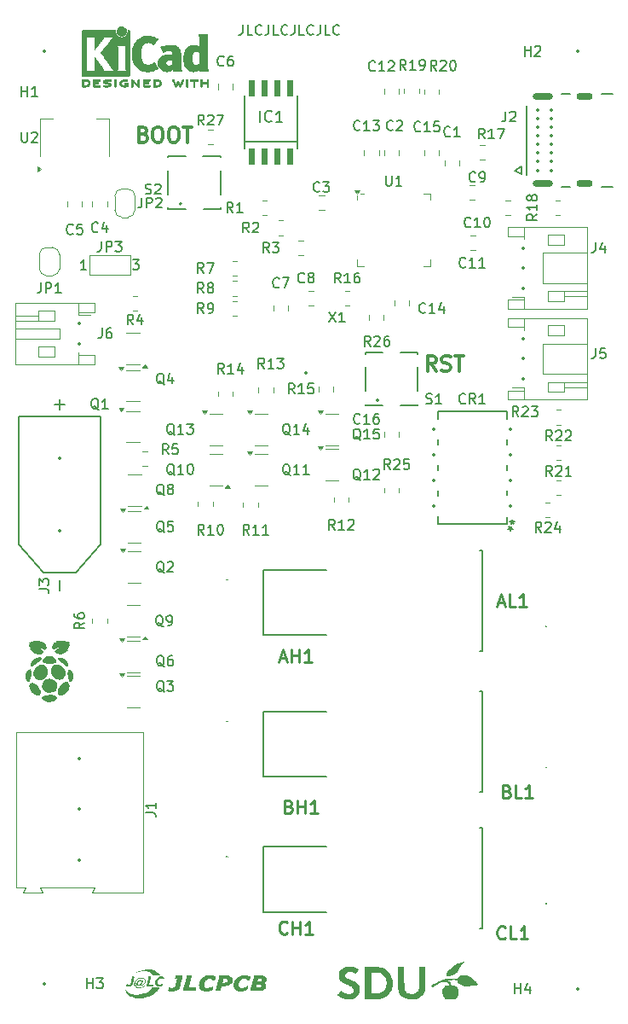
<source format=gbr>
%TF.GenerationSoftware,KiCad,Pcbnew,8.0.5*%
%TF.CreationDate,2024-11-27T19:54:23+01:00*%
%TF.ProjectId,escPCB,65736350-4342-42e6-9b69-6361645f7063,1.0*%
%TF.SameCoordinates,Original*%
%TF.FileFunction,Legend,Top*%
%TF.FilePolarity,Positive*%
%FSLAX46Y46*%
G04 Gerber Fmt 4.6, Leading zero omitted, Abs format (unit mm)*
G04 Created by KiCad (PCBNEW 8.0.5) date 2024-11-27 19:54:23*
%MOMM*%
%LPD*%
G01*
G04 APERTURE LIST*
%ADD10C,0.300000*%
%ADD11C,0.150000*%
%ADD12C,0.254000*%
%ADD13C,0.120000*%
%ADD14C,0.152400*%
%ADD15C,0.203200*%
%ADD16C,0.010000*%
%ADD17C,0.000000*%
%ADD18C,0.200000*%
%ADD19C,0.100000*%
%ADD20C,0.127000*%
%ADD21C,0.350000*%
%ADD22O,1.600000X0.700000*%
%ADD23O,2.000000X0.700000*%
G04 APERTURE END LIST*
D10*
X73354510Y-60715114D02*
X73568796Y-60786542D01*
X73568796Y-60786542D02*
X73640225Y-60857971D01*
X73640225Y-60857971D02*
X73711653Y-61000828D01*
X73711653Y-61000828D02*
X73711653Y-61215114D01*
X73711653Y-61215114D02*
X73640225Y-61357971D01*
X73640225Y-61357971D02*
X73568796Y-61429400D01*
X73568796Y-61429400D02*
X73425939Y-61500828D01*
X73425939Y-61500828D02*
X72854510Y-61500828D01*
X72854510Y-61500828D02*
X72854510Y-60000828D01*
X72854510Y-60000828D02*
X73354510Y-60000828D01*
X73354510Y-60000828D02*
X73497368Y-60072257D01*
X73497368Y-60072257D02*
X73568796Y-60143685D01*
X73568796Y-60143685D02*
X73640225Y-60286542D01*
X73640225Y-60286542D02*
X73640225Y-60429400D01*
X73640225Y-60429400D02*
X73568796Y-60572257D01*
X73568796Y-60572257D02*
X73497368Y-60643685D01*
X73497368Y-60643685D02*
X73354510Y-60715114D01*
X73354510Y-60715114D02*
X72854510Y-60715114D01*
X74640225Y-60000828D02*
X74925939Y-60000828D01*
X74925939Y-60000828D02*
X75068796Y-60072257D01*
X75068796Y-60072257D02*
X75211653Y-60215114D01*
X75211653Y-60215114D02*
X75283082Y-60500828D01*
X75283082Y-60500828D02*
X75283082Y-61000828D01*
X75283082Y-61000828D02*
X75211653Y-61286542D01*
X75211653Y-61286542D02*
X75068796Y-61429400D01*
X75068796Y-61429400D02*
X74925939Y-61500828D01*
X74925939Y-61500828D02*
X74640225Y-61500828D01*
X74640225Y-61500828D02*
X74497368Y-61429400D01*
X74497368Y-61429400D02*
X74354510Y-61286542D01*
X74354510Y-61286542D02*
X74283082Y-61000828D01*
X74283082Y-61000828D02*
X74283082Y-60500828D01*
X74283082Y-60500828D02*
X74354510Y-60215114D01*
X74354510Y-60215114D02*
X74497368Y-60072257D01*
X74497368Y-60072257D02*
X74640225Y-60000828D01*
X76211654Y-60000828D02*
X76497368Y-60000828D01*
X76497368Y-60000828D02*
X76640225Y-60072257D01*
X76640225Y-60072257D02*
X76783082Y-60215114D01*
X76783082Y-60215114D02*
X76854511Y-60500828D01*
X76854511Y-60500828D02*
X76854511Y-61000828D01*
X76854511Y-61000828D02*
X76783082Y-61286542D01*
X76783082Y-61286542D02*
X76640225Y-61429400D01*
X76640225Y-61429400D02*
X76497368Y-61500828D01*
X76497368Y-61500828D02*
X76211654Y-61500828D01*
X76211654Y-61500828D02*
X76068797Y-61429400D01*
X76068797Y-61429400D02*
X75925939Y-61286542D01*
X75925939Y-61286542D02*
X75854511Y-61000828D01*
X75854511Y-61000828D02*
X75854511Y-60500828D01*
X75854511Y-60500828D02*
X75925939Y-60215114D01*
X75925939Y-60215114D02*
X76068797Y-60072257D01*
X76068797Y-60072257D02*
X76211654Y-60000828D01*
X77283083Y-60000828D02*
X78140226Y-60000828D01*
X77711654Y-61500828D02*
X77711654Y-60000828D01*
D11*
X83222493Y-49869819D02*
X83222493Y-50584104D01*
X83222493Y-50584104D02*
X83174874Y-50726961D01*
X83174874Y-50726961D02*
X83079636Y-50822200D01*
X83079636Y-50822200D02*
X82936779Y-50869819D01*
X82936779Y-50869819D02*
X82841541Y-50869819D01*
X84174874Y-50869819D02*
X83698684Y-50869819D01*
X83698684Y-50869819D02*
X83698684Y-49869819D01*
X85079636Y-50774580D02*
X85032017Y-50822200D01*
X85032017Y-50822200D02*
X84889160Y-50869819D01*
X84889160Y-50869819D02*
X84793922Y-50869819D01*
X84793922Y-50869819D02*
X84651065Y-50822200D01*
X84651065Y-50822200D02*
X84555827Y-50726961D01*
X84555827Y-50726961D02*
X84508208Y-50631723D01*
X84508208Y-50631723D02*
X84460589Y-50441247D01*
X84460589Y-50441247D02*
X84460589Y-50298390D01*
X84460589Y-50298390D02*
X84508208Y-50107914D01*
X84508208Y-50107914D02*
X84555827Y-50012676D01*
X84555827Y-50012676D02*
X84651065Y-49917438D01*
X84651065Y-49917438D02*
X84793922Y-49869819D01*
X84793922Y-49869819D02*
X84889160Y-49869819D01*
X84889160Y-49869819D02*
X85032017Y-49917438D01*
X85032017Y-49917438D02*
X85079636Y-49965057D01*
X85793922Y-49869819D02*
X85793922Y-50584104D01*
X85793922Y-50584104D02*
X85746303Y-50726961D01*
X85746303Y-50726961D02*
X85651065Y-50822200D01*
X85651065Y-50822200D02*
X85508208Y-50869819D01*
X85508208Y-50869819D02*
X85412970Y-50869819D01*
X86746303Y-50869819D02*
X86270113Y-50869819D01*
X86270113Y-50869819D02*
X86270113Y-49869819D01*
X87651065Y-50774580D02*
X87603446Y-50822200D01*
X87603446Y-50822200D02*
X87460589Y-50869819D01*
X87460589Y-50869819D02*
X87365351Y-50869819D01*
X87365351Y-50869819D02*
X87222494Y-50822200D01*
X87222494Y-50822200D02*
X87127256Y-50726961D01*
X87127256Y-50726961D02*
X87079637Y-50631723D01*
X87079637Y-50631723D02*
X87032018Y-50441247D01*
X87032018Y-50441247D02*
X87032018Y-50298390D01*
X87032018Y-50298390D02*
X87079637Y-50107914D01*
X87079637Y-50107914D02*
X87127256Y-50012676D01*
X87127256Y-50012676D02*
X87222494Y-49917438D01*
X87222494Y-49917438D02*
X87365351Y-49869819D01*
X87365351Y-49869819D02*
X87460589Y-49869819D01*
X87460589Y-49869819D02*
X87603446Y-49917438D01*
X87603446Y-49917438D02*
X87651065Y-49965057D01*
X88365351Y-49869819D02*
X88365351Y-50584104D01*
X88365351Y-50584104D02*
X88317732Y-50726961D01*
X88317732Y-50726961D02*
X88222494Y-50822200D01*
X88222494Y-50822200D02*
X88079637Y-50869819D01*
X88079637Y-50869819D02*
X87984399Y-50869819D01*
X89317732Y-50869819D02*
X88841542Y-50869819D01*
X88841542Y-50869819D02*
X88841542Y-49869819D01*
X90222494Y-50774580D02*
X90174875Y-50822200D01*
X90174875Y-50822200D02*
X90032018Y-50869819D01*
X90032018Y-50869819D02*
X89936780Y-50869819D01*
X89936780Y-50869819D02*
X89793923Y-50822200D01*
X89793923Y-50822200D02*
X89698685Y-50726961D01*
X89698685Y-50726961D02*
X89651066Y-50631723D01*
X89651066Y-50631723D02*
X89603447Y-50441247D01*
X89603447Y-50441247D02*
X89603447Y-50298390D01*
X89603447Y-50298390D02*
X89651066Y-50107914D01*
X89651066Y-50107914D02*
X89698685Y-50012676D01*
X89698685Y-50012676D02*
X89793923Y-49917438D01*
X89793923Y-49917438D02*
X89936780Y-49869819D01*
X89936780Y-49869819D02*
X90032018Y-49869819D01*
X90032018Y-49869819D02*
X90174875Y-49917438D01*
X90174875Y-49917438D02*
X90222494Y-49965057D01*
X90936780Y-49869819D02*
X90936780Y-50584104D01*
X90936780Y-50584104D02*
X90889161Y-50726961D01*
X90889161Y-50726961D02*
X90793923Y-50822200D01*
X90793923Y-50822200D02*
X90651066Y-50869819D01*
X90651066Y-50869819D02*
X90555828Y-50869819D01*
X91889161Y-50869819D02*
X91412971Y-50869819D01*
X91412971Y-50869819D02*
X91412971Y-49869819D01*
X92793923Y-50774580D02*
X92746304Y-50822200D01*
X92746304Y-50822200D02*
X92603447Y-50869819D01*
X92603447Y-50869819D02*
X92508209Y-50869819D01*
X92508209Y-50869819D02*
X92365352Y-50822200D01*
X92365352Y-50822200D02*
X92270114Y-50726961D01*
X92270114Y-50726961D02*
X92222495Y-50631723D01*
X92222495Y-50631723D02*
X92174876Y-50441247D01*
X92174876Y-50441247D02*
X92174876Y-50298390D01*
X92174876Y-50298390D02*
X92222495Y-50107914D01*
X92222495Y-50107914D02*
X92270114Y-50012676D01*
X92270114Y-50012676D02*
X92365352Y-49917438D01*
X92365352Y-49917438D02*
X92508209Y-49869819D01*
X92508209Y-49869819D02*
X92603447Y-49869819D01*
X92603447Y-49869819D02*
X92746304Y-49917438D01*
X92746304Y-49917438D02*
X92793923Y-49965057D01*
D10*
X102411653Y-84200828D02*
X101911653Y-83486542D01*
X101554510Y-84200828D02*
X101554510Y-82700828D01*
X101554510Y-82700828D02*
X102125939Y-82700828D01*
X102125939Y-82700828D02*
X102268796Y-82772257D01*
X102268796Y-82772257D02*
X102340225Y-82843685D01*
X102340225Y-82843685D02*
X102411653Y-82986542D01*
X102411653Y-82986542D02*
X102411653Y-83200828D01*
X102411653Y-83200828D02*
X102340225Y-83343685D01*
X102340225Y-83343685D02*
X102268796Y-83415114D01*
X102268796Y-83415114D02*
X102125939Y-83486542D01*
X102125939Y-83486542D02*
X101554510Y-83486542D01*
X102983082Y-84129400D02*
X103197368Y-84200828D01*
X103197368Y-84200828D02*
X103554510Y-84200828D01*
X103554510Y-84200828D02*
X103697368Y-84129400D01*
X103697368Y-84129400D02*
X103768796Y-84057971D01*
X103768796Y-84057971D02*
X103840225Y-83915114D01*
X103840225Y-83915114D02*
X103840225Y-83772257D01*
X103840225Y-83772257D02*
X103768796Y-83629400D01*
X103768796Y-83629400D02*
X103697368Y-83557971D01*
X103697368Y-83557971D02*
X103554510Y-83486542D01*
X103554510Y-83486542D02*
X103268796Y-83415114D01*
X103268796Y-83415114D02*
X103125939Y-83343685D01*
X103125939Y-83343685D02*
X103054510Y-83272257D01*
X103054510Y-83272257D02*
X102983082Y-83129400D01*
X102983082Y-83129400D02*
X102983082Y-82986542D01*
X102983082Y-82986542D02*
X103054510Y-82843685D01*
X103054510Y-82843685D02*
X103125939Y-82772257D01*
X103125939Y-82772257D02*
X103268796Y-82700828D01*
X103268796Y-82700828D02*
X103625939Y-82700828D01*
X103625939Y-82700828D02*
X103840225Y-82772257D01*
X104268796Y-82700828D02*
X105125939Y-82700828D01*
X104697367Y-84200828D02*
X104697367Y-82700828D01*
D11*
X94857142Y-60259580D02*
X94809523Y-60307200D01*
X94809523Y-60307200D02*
X94666666Y-60354819D01*
X94666666Y-60354819D02*
X94571428Y-60354819D01*
X94571428Y-60354819D02*
X94428571Y-60307200D01*
X94428571Y-60307200D02*
X94333333Y-60211961D01*
X94333333Y-60211961D02*
X94285714Y-60116723D01*
X94285714Y-60116723D02*
X94238095Y-59926247D01*
X94238095Y-59926247D02*
X94238095Y-59783390D01*
X94238095Y-59783390D02*
X94285714Y-59592914D01*
X94285714Y-59592914D02*
X94333333Y-59497676D01*
X94333333Y-59497676D02*
X94428571Y-59402438D01*
X94428571Y-59402438D02*
X94571428Y-59354819D01*
X94571428Y-59354819D02*
X94666666Y-59354819D01*
X94666666Y-59354819D02*
X94809523Y-59402438D01*
X94809523Y-59402438D02*
X94857142Y-59450057D01*
X95809523Y-60354819D02*
X95238095Y-60354819D01*
X95523809Y-60354819D02*
X95523809Y-59354819D01*
X95523809Y-59354819D02*
X95428571Y-59497676D01*
X95428571Y-59497676D02*
X95333333Y-59592914D01*
X95333333Y-59592914D02*
X95238095Y-59640533D01*
X96142857Y-59354819D02*
X96761904Y-59354819D01*
X96761904Y-59354819D02*
X96428571Y-59735771D01*
X96428571Y-59735771D02*
X96571428Y-59735771D01*
X96571428Y-59735771D02*
X96666666Y-59783390D01*
X96666666Y-59783390D02*
X96714285Y-59831009D01*
X96714285Y-59831009D02*
X96761904Y-59926247D01*
X96761904Y-59926247D02*
X96761904Y-60164342D01*
X96761904Y-60164342D02*
X96714285Y-60259580D01*
X96714285Y-60259580D02*
X96666666Y-60307200D01*
X96666666Y-60307200D02*
X96571428Y-60354819D01*
X96571428Y-60354819D02*
X96285714Y-60354819D01*
X96285714Y-60354819D02*
X96190476Y-60307200D01*
X96190476Y-60307200D02*
X96142857Y-60259580D01*
X91790476Y-78354819D02*
X92457142Y-79354819D01*
X92457142Y-78354819D02*
X91790476Y-79354819D01*
X93361904Y-79354819D02*
X92790476Y-79354819D01*
X93076190Y-79354819D02*
X93076190Y-78354819D01*
X93076190Y-78354819D02*
X92980952Y-78497676D01*
X92980952Y-78497676D02*
X92885714Y-78592914D01*
X92885714Y-78592914D02*
X92790476Y-78640533D01*
X84906666Y-59510333D02*
X84906666Y-58390333D01*
X86079999Y-59403666D02*
X86026666Y-59457000D01*
X86026666Y-59457000D02*
X85866666Y-59510333D01*
X85866666Y-59510333D02*
X85759999Y-59510333D01*
X85759999Y-59510333D02*
X85599999Y-59457000D01*
X85599999Y-59457000D02*
X85493333Y-59350333D01*
X85493333Y-59350333D02*
X85439999Y-59243666D01*
X85439999Y-59243666D02*
X85386666Y-59030333D01*
X85386666Y-59030333D02*
X85386666Y-58870333D01*
X85386666Y-58870333D02*
X85439999Y-58657000D01*
X85439999Y-58657000D02*
X85493333Y-58550333D01*
X85493333Y-58550333D02*
X85599999Y-58443666D01*
X85599999Y-58443666D02*
X85759999Y-58390333D01*
X85759999Y-58390333D02*
X85866666Y-58390333D01*
X85866666Y-58390333D02*
X86026666Y-58443666D01*
X86026666Y-58443666D02*
X86079999Y-58497000D01*
X87146666Y-59510333D02*
X86506666Y-59510333D01*
X86826666Y-59510333D02*
X86826666Y-58390333D01*
X86826666Y-58390333D02*
X86719999Y-58550333D01*
X86719999Y-58550333D02*
X86613333Y-58657000D01*
X86613333Y-58657000D02*
X86506666Y-58710333D01*
X88357142Y-86454819D02*
X88023809Y-85978628D01*
X87785714Y-86454819D02*
X87785714Y-85454819D01*
X87785714Y-85454819D02*
X88166666Y-85454819D01*
X88166666Y-85454819D02*
X88261904Y-85502438D01*
X88261904Y-85502438D02*
X88309523Y-85550057D01*
X88309523Y-85550057D02*
X88357142Y-85645295D01*
X88357142Y-85645295D02*
X88357142Y-85788152D01*
X88357142Y-85788152D02*
X88309523Y-85883390D01*
X88309523Y-85883390D02*
X88261904Y-85931009D01*
X88261904Y-85931009D02*
X88166666Y-85978628D01*
X88166666Y-85978628D02*
X87785714Y-85978628D01*
X89309523Y-86454819D02*
X88738095Y-86454819D01*
X89023809Y-86454819D02*
X89023809Y-85454819D01*
X89023809Y-85454819D02*
X88928571Y-85597676D01*
X88928571Y-85597676D02*
X88833333Y-85692914D01*
X88833333Y-85692914D02*
X88738095Y-85740533D01*
X90214285Y-85454819D02*
X89738095Y-85454819D01*
X89738095Y-85454819D02*
X89690476Y-85931009D01*
X89690476Y-85931009D02*
X89738095Y-85883390D01*
X89738095Y-85883390D02*
X89833333Y-85835771D01*
X89833333Y-85835771D02*
X90071428Y-85835771D01*
X90071428Y-85835771D02*
X90166666Y-85883390D01*
X90166666Y-85883390D02*
X90214285Y-85931009D01*
X90214285Y-85931009D02*
X90261904Y-86026247D01*
X90261904Y-86026247D02*
X90261904Y-86264342D01*
X90261904Y-86264342D02*
X90214285Y-86359580D01*
X90214285Y-86359580D02*
X90166666Y-86407200D01*
X90166666Y-86407200D02*
X90071428Y-86454819D01*
X90071428Y-86454819D02*
X89833333Y-86454819D01*
X89833333Y-86454819D02*
X89738095Y-86407200D01*
X89738095Y-86407200D02*
X89690476Y-86359580D01*
X118266666Y-71454819D02*
X118266666Y-72169104D01*
X118266666Y-72169104D02*
X118219047Y-72311961D01*
X118219047Y-72311961D02*
X118123809Y-72407200D01*
X118123809Y-72407200D02*
X117980952Y-72454819D01*
X117980952Y-72454819D02*
X117885714Y-72454819D01*
X119171428Y-71788152D02*
X119171428Y-72454819D01*
X118933333Y-71407200D02*
X118695238Y-72121485D01*
X118695238Y-72121485D02*
X119314285Y-72121485D01*
X79333333Y-74465551D02*
X79000000Y-73989360D01*
X78761905Y-74465551D02*
X78761905Y-73465551D01*
X78761905Y-73465551D02*
X79142857Y-73465551D01*
X79142857Y-73465551D02*
X79238095Y-73513170D01*
X79238095Y-73513170D02*
X79285714Y-73560789D01*
X79285714Y-73560789D02*
X79333333Y-73656027D01*
X79333333Y-73656027D02*
X79333333Y-73798884D01*
X79333333Y-73798884D02*
X79285714Y-73894122D01*
X79285714Y-73894122D02*
X79238095Y-73941741D01*
X79238095Y-73941741D02*
X79142857Y-73989360D01*
X79142857Y-73989360D02*
X78761905Y-73989360D01*
X79666667Y-73465551D02*
X80333333Y-73465551D01*
X80333333Y-73465551D02*
X79904762Y-74465551D01*
X75404761Y-96550057D02*
X75309523Y-96502438D01*
X75309523Y-96502438D02*
X75214285Y-96407200D01*
X75214285Y-96407200D02*
X75071428Y-96264342D01*
X75071428Y-96264342D02*
X74976190Y-96216723D01*
X74976190Y-96216723D02*
X74880952Y-96216723D01*
X74928571Y-96454819D02*
X74833333Y-96407200D01*
X74833333Y-96407200D02*
X74738095Y-96311961D01*
X74738095Y-96311961D02*
X74690476Y-96121485D01*
X74690476Y-96121485D02*
X74690476Y-95788152D01*
X74690476Y-95788152D02*
X74738095Y-95597676D01*
X74738095Y-95597676D02*
X74833333Y-95502438D01*
X74833333Y-95502438D02*
X74928571Y-95454819D01*
X74928571Y-95454819D02*
X75119047Y-95454819D01*
X75119047Y-95454819D02*
X75214285Y-95502438D01*
X75214285Y-95502438D02*
X75309523Y-95597676D01*
X75309523Y-95597676D02*
X75357142Y-95788152D01*
X75357142Y-95788152D02*
X75357142Y-96121485D01*
X75357142Y-96121485D02*
X75309523Y-96311961D01*
X75309523Y-96311961D02*
X75214285Y-96407200D01*
X75214285Y-96407200D02*
X75119047Y-96454819D01*
X75119047Y-96454819D02*
X74928571Y-96454819D01*
X75928571Y-95883390D02*
X75833333Y-95835771D01*
X75833333Y-95835771D02*
X75785714Y-95788152D01*
X75785714Y-95788152D02*
X75738095Y-95692914D01*
X75738095Y-95692914D02*
X75738095Y-95645295D01*
X75738095Y-95645295D02*
X75785714Y-95550057D01*
X75785714Y-95550057D02*
X75833333Y-95502438D01*
X75833333Y-95502438D02*
X75928571Y-95454819D01*
X75928571Y-95454819D02*
X76119047Y-95454819D01*
X76119047Y-95454819D02*
X76214285Y-95502438D01*
X76214285Y-95502438D02*
X76261904Y-95550057D01*
X76261904Y-95550057D02*
X76309523Y-95645295D01*
X76309523Y-95645295D02*
X76309523Y-95692914D01*
X76309523Y-95692914D02*
X76261904Y-95788152D01*
X76261904Y-95788152D02*
X76214285Y-95835771D01*
X76214285Y-95835771D02*
X76119047Y-95883390D01*
X76119047Y-95883390D02*
X75928571Y-95883390D01*
X75928571Y-95883390D02*
X75833333Y-95931009D01*
X75833333Y-95931009D02*
X75785714Y-95978628D01*
X75785714Y-95978628D02*
X75738095Y-96073866D01*
X75738095Y-96073866D02*
X75738095Y-96264342D01*
X75738095Y-96264342D02*
X75785714Y-96359580D01*
X75785714Y-96359580D02*
X75833333Y-96407200D01*
X75833333Y-96407200D02*
X75928571Y-96454819D01*
X75928571Y-96454819D02*
X76119047Y-96454819D01*
X76119047Y-96454819D02*
X76214285Y-96407200D01*
X76214285Y-96407200D02*
X76261904Y-96359580D01*
X76261904Y-96359580D02*
X76309523Y-96264342D01*
X76309523Y-96264342D02*
X76309523Y-96073866D01*
X76309523Y-96073866D02*
X76261904Y-95978628D01*
X76261904Y-95978628D02*
X76214285Y-95931009D01*
X76214285Y-95931009D02*
X76119047Y-95883390D01*
X79333333Y-78454819D02*
X79000000Y-77978628D01*
X78761905Y-78454819D02*
X78761905Y-77454819D01*
X78761905Y-77454819D02*
X79142857Y-77454819D01*
X79142857Y-77454819D02*
X79238095Y-77502438D01*
X79238095Y-77502438D02*
X79285714Y-77550057D01*
X79285714Y-77550057D02*
X79333333Y-77645295D01*
X79333333Y-77645295D02*
X79333333Y-77788152D01*
X79333333Y-77788152D02*
X79285714Y-77883390D01*
X79285714Y-77883390D02*
X79238095Y-77931009D01*
X79238095Y-77931009D02*
X79142857Y-77978628D01*
X79142857Y-77978628D02*
X78761905Y-77978628D01*
X79809524Y-78454819D02*
X80000000Y-78454819D01*
X80000000Y-78454819D02*
X80095238Y-78407200D01*
X80095238Y-78407200D02*
X80142857Y-78359580D01*
X80142857Y-78359580D02*
X80238095Y-78216723D01*
X80238095Y-78216723D02*
X80285714Y-78026247D01*
X80285714Y-78026247D02*
X80285714Y-77645295D01*
X80285714Y-77645295D02*
X80238095Y-77550057D01*
X80238095Y-77550057D02*
X80190476Y-77502438D01*
X80190476Y-77502438D02*
X80095238Y-77454819D01*
X80095238Y-77454819D02*
X79904762Y-77454819D01*
X79904762Y-77454819D02*
X79809524Y-77502438D01*
X79809524Y-77502438D02*
X79761905Y-77550057D01*
X79761905Y-77550057D02*
X79714286Y-77645295D01*
X79714286Y-77645295D02*
X79714286Y-77883390D01*
X79714286Y-77883390D02*
X79761905Y-77978628D01*
X79761905Y-77978628D02*
X79809524Y-78026247D01*
X79809524Y-78026247D02*
X79904762Y-78073866D01*
X79904762Y-78073866D02*
X80095238Y-78073866D01*
X80095238Y-78073866D02*
X80190476Y-78026247D01*
X80190476Y-78026247D02*
X80238095Y-77978628D01*
X80238095Y-77978628D02*
X80285714Y-77883390D01*
X110612547Y-88727265D02*
X110279214Y-88251074D01*
X110041119Y-88727265D02*
X110041119Y-87727265D01*
X110041119Y-87727265D02*
X110422071Y-87727265D01*
X110422071Y-87727265D02*
X110517309Y-87774884D01*
X110517309Y-87774884D02*
X110564928Y-87822503D01*
X110564928Y-87822503D02*
X110612547Y-87917741D01*
X110612547Y-87917741D02*
X110612547Y-88060598D01*
X110612547Y-88060598D02*
X110564928Y-88155836D01*
X110564928Y-88155836D02*
X110517309Y-88203455D01*
X110517309Y-88203455D02*
X110422071Y-88251074D01*
X110422071Y-88251074D02*
X110041119Y-88251074D01*
X110993500Y-87822503D02*
X111041119Y-87774884D01*
X111041119Y-87774884D02*
X111136357Y-87727265D01*
X111136357Y-87727265D02*
X111374452Y-87727265D01*
X111374452Y-87727265D02*
X111469690Y-87774884D01*
X111469690Y-87774884D02*
X111517309Y-87822503D01*
X111517309Y-87822503D02*
X111564928Y-87917741D01*
X111564928Y-87917741D02*
X111564928Y-88012979D01*
X111564928Y-88012979D02*
X111517309Y-88155836D01*
X111517309Y-88155836D02*
X110945881Y-88727265D01*
X110945881Y-88727265D02*
X111564928Y-88727265D01*
X111898262Y-87727265D02*
X112517309Y-87727265D01*
X112517309Y-87727265D02*
X112183976Y-88108217D01*
X112183976Y-88108217D02*
X112326833Y-88108217D01*
X112326833Y-88108217D02*
X112422071Y-88155836D01*
X112422071Y-88155836D02*
X112469690Y-88203455D01*
X112469690Y-88203455D02*
X112517309Y-88298693D01*
X112517309Y-88298693D02*
X112517309Y-88536788D01*
X112517309Y-88536788D02*
X112469690Y-88632026D01*
X112469690Y-88632026D02*
X112422071Y-88679646D01*
X112422071Y-88679646D02*
X112326833Y-88727265D01*
X112326833Y-88727265D02*
X112041119Y-88727265D01*
X112041119Y-88727265D02*
X111945881Y-88679646D01*
X111945881Y-88679646D02*
X111898262Y-88632026D01*
X76428571Y-94550057D02*
X76333333Y-94502438D01*
X76333333Y-94502438D02*
X76238095Y-94407200D01*
X76238095Y-94407200D02*
X76095238Y-94264342D01*
X76095238Y-94264342D02*
X76000000Y-94216723D01*
X76000000Y-94216723D02*
X75904762Y-94216723D01*
X75952381Y-94454819D02*
X75857143Y-94407200D01*
X75857143Y-94407200D02*
X75761905Y-94311961D01*
X75761905Y-94311961D02*
X75714286Y-94121485D01*
X75714286Y-94121485D02*
X75714286Y-93788152D01*
X75714286Y-93788152D02*
X75761905Y-93597676D01*
X75761905Y-93597676D02*
X75857143Y-93502438D01*
X75857143Y-93502438D02*
X75952381Y-93454819D01*
X75952381Y-93454819D02*
X76142857Y-93454819D01*
X76142857Y-93454819D02*
X76238095Y-93502438D01*
X76238095Y-93502438D02*
X76333333Y-93597676D01*
X76333333Y-93597676D02*
X76380952Y-93788152D01*
X76380952Y-93788152D02*
X76380952Y-94121485D01*
X76380952Y-94121485D02*
X76333333Y-94311961D01*
X76333333Y-94311961D02*
X76238095Y-94407200D01*
X76238095Y-94407200D02*
X76142857Y-94454819D01*
X76142857Y-94454819D02*
X75952381Y-94454819D01*
X77333333Y-94454819D02*
X76761905Y-94454819D01*
X77047619Y-94454819D02*
X77047619Y-93454819D01*
X77047619Y-93454819D02*
X76952381Y-93597676D01*
X76952381Y-93597676D02*
X76857143Y-93692914D01*
X76857143Y-93692914D02*
X76761905Y-93740533D01*
X77952381Y-93454819D02*
X78047619Y-93454819D01*
X78047619Y-93454819D02*
X78142857Y-93502438D01*
X78142857Y-93502438D02*
X78190476Y-93550057D01*
X78190476Y-93550057D02*
X78238095Y-93645295D01*
X78238095Y-93645295D02*
X78285714Y-93835771D01*
X78285714Y-93835771D02*
X78285714Y-94073866D01*
X78285714Y-94073866D02*
X78238095Y-94264342D01*
X78238095Y-94264342D02*
X78190476Y-94359580D01*
X78190476Y-94359580D02*
X78142857Y-94407200D01*
X78142857Y-94407200D02*
X78047619Y-94454819D01*
X78047619Y-94454819D02*
X77952381Y-94454819D01*
X77952381Y-94454819D02*
X77857143Y-94407200D01*
X77857143Y-94407200D02*
X77809524Y-94359580D01*
X77809524Y-94359580D02*
X77761905Y-94264342D01*
X77761905Y-94264342D02*
X77714286Y-94073866D01*
X77714286Y-94073866D02*
X77714286Y-93835771D01*
X77714286Y-93835771D02*
X77761905Y-93645295D01*
X77761905Y-93645295D02*
X77809524Y-93550057D01*
X77809524Y-93550057D02*
X77857143Y-93502438D01*
X77857143Y-93502438D02*
X77952381Y-93454819D01*
X101438095Y-87407200D02*
X101580952Y-87454819D01*
X101580952Y-87454819D02*
X101819047Y-87454819D01*
X101819047Y-87454819D02*
X101914285Y-87407200D01*
X101914285Y-87407200D02*
X101961904Y-87359580D01*
X101961904Y-87359580D02*
X102009523Y-87264342D01*
X102009523Y-87264342D02*
X102009523Y-87169104D01*
X102009523Y-87169104D02*
X101961904Y-87073866D01*
X101961904Y-87073866D02*
X101914285Y-87026247D01*
X101914285Y-87026247D02*
X101819047Y-86978628D01*
X101819047Y-86978628D02*
X101628571Y-86931009D01*
X101628571Y-86931009D02*
X101533333Y-86883390D01*
X101533333Y-86883390D02*
X101485714Y-86835771D01*
X101485714Y-86835771D02*
X101438095Y-86740533D01*
X101438095Y-86740533D02*
X101438095Y-86645295D01*
X101438095Y-86645295D02*
X101485714Y-86550057D01*
X101485714Y-86550057D02*
X101533333Y-86502438D01*
X101533333Y-86502438D02*
X101628571Y-86454819D01*
X101628571Y-86454819D02*
X101866666Y-86454819D01*
X101866666Y-86454819D02*
X102009523Y-86502438D01*
X102961904Y-87454819D02*
X102390476Y-87454819D01*
X102676190Y-87454819D02*
X102676190Y-86454819D01*
X102676190Y-86454819D02*
X102580952Y-86597676D01*
X102580952Y-86597676D02*
X102485714Y-86692914D01*
X102485714Y-86692914D02*
X102390476Y-86740533D01*
X105857142Y-69859580D02*
X105809523Y-69907200D01*
X105809523Y-69907200D02*
X105666666Y-69954819D01*
X105666666Y-69954819D02*
X105571428Y-69954819D01*
X105571428Y-69954819D02*
X105428571Y-69907200D01*
X105428571Y-69907200D02*
X105333333Y-69811961D01*
X105333333Y-69811961D02*
X105285714Y-69716723D01*
X105285714Y-69716723D02*
X105238095Y-69526247D01*
X105238095Y-69526247D02*
X105238095Y-69383390D01*
X105238095Y-69383390D02*
X105285714Y-69192914D01*
X105285714Y-69192914D02*
X105333333Y-69097676D01*
X105333333Y-69097676D02*
X105428571Y-69002438D01*
X105428571Y-69002438D02*
X105571428Y-68954819D01*
X105571428Y-68954819D02*
X105666666Y-68954819D01*
X105666666Y-68954819D02*
X105809523Y-69002438D01*
X105809523Y-69002438D02*
X105857142Y-69050057D01*
X106809523Y-69954819D02*
X106238095Y-69954819D01*
X106523809Y-69954819D02*
X106523809Y-68954819D01*
X106523809Y-68954819D02*
X106428571Y-69097676D01*
X106428571Y-69097676D02*
X106333333Y-69192914D01*
X106333333Y-69192914D02*
X106238095Y-69240533D01*
X107428571Y-68954819D02*
X107523809Y-68954819D01*
X107523809Y-68954819D02*
X107619047Y-69002438D01*
X107619047Y-69002438D02*
X107666666Y-69050057D01*
X107666666Y-69050057D02*
X107714285Y-69145295D01*
X107714285Y-69145295D02*
X107761904Y-69335771D01*
X107761904Y-69335771D02*
X107761904Y-69573866D01*
X107761904Y-69573866D02*
X107714285Y-69764342D01*
X107714285Y-69764342D02*
X107666666Y-69859580D01*
X107666666Y-69859580D02*
X107619047Y-69907200D01*
X107619047Y-69907200D02*
X107523809Y-69954819D01*
X107523809Y-69954819D02*
X107428571Y-69954819D01*
X107428571Y-69954819D02*
X107333333Y-69907200D01*
X107333333Y-69907200D02*
X107285714Y-69859580D01*
X107285714Y-69859580D02*
X107238095Y-69764342D01*
X107238095Y-69764342D02*
X107190476Y-69573866D01*
X107190476Y-69573866D02*
X107190476Y-69335771D01*
X107190476Y-69335771D02*
X107238095Y-69145295D01*
X107238095Y-69145295D02*
X107285714Y-69050057D01*
X107285714Y-69050057D02*
X107333333Y-69002438D01*
X107333333Y-69002438D02*
X107428571Y-68954819D01*
X75307493Y-109560789D02*
X75212255Y-109513170D01*
X75212255Y-109513170D02*
X75117017Y-109417932D01*
X75117017Y-109417932D02*
X74974160Y-109275074D01*
X74974160Y-109275074D02*
X74878922Y-109227455D01*
X74878922Y-109227455D02*
X74783684Y-109227455D01*
X74831303Y-109465551D02*
X74736065Y-109417932D01*
X74736065Y-109417932D02*
X74640827Y-109322693D01*
X74640827Y-109322693D02*
X74593208Y-109132217D01*
X74593208Y-109132217D02*
X74593208Y-108798884D01*
X74593208Y-108798884D02*
X74640827Y-108608408D01*
X74640827Y-108608408D02*
X74736065Y-108513170D01*
X74736065Y-108513170D02*
X74831303Y-108465551D01*
X74831303Y-108465551D02*
X75021779Y-108465551D01*
X75021779Y-108465551D02*
X75117017Y-108513170D01*
X75117017Y-108513170D02*
X75212255Y-108608408D01*
X75212255Y-108608408D02*
X75259874Y-108798884D01*
X75259874Y-108798884D02*
X75259874Y-109132217D01*
X75259874Y-109132217D02*
X75212255Y-109322693D01*
X75212255Y-109322693D02*
X75117017Y-109417932D01*
X75117017Y-109417932D02*
X75021779Y-109465551D01*
X75021779Y-109465551D02*
X74831303Y-109465551D01*
X75736065Y-109465551D02*
X75926541Y-109465551D01*
X75926541Y-109465551D02*
X76021779Y-109417932D01*
X76021779Y-109417932D02*
X76069398Y-109370312D01*
X76069398Y-109370312D02*
X76164636Y-109227455D01*
X76164636Y-109227455D02*
X76212255Y-109036979D01*
X76212255Y-109036979D02*
X76212255Y-108656027D01*
X76212255Y-108656027D02*
X76164636Y-108560789D01*
X76164636Y-108560789D02*
X76117017Y-108513170D01*
X76117017Y-108513170D02*
X76021779Y-108465551D01*
X76021779Y-108465551D02*
X75831303Y-108465551D01*
X75831303Y-108465551D02*
X75736065Y-108513170D01*
X75736065Y-108513170D02*
X75688446Y-108560789D01*
X75688446Y-108560789D02*
X75640827Y-108656027D01*
X75640827Y-108656027D02*
X75640827Y-108894122D01*
X75640827Y-108894122D02*
X75688446Y-108989360D01*
X75688446Y-108989360D02*
X75736065Y-109036979D01*
X75736065Y-109036979D02*
X75831303Y-109084598D01*
X75831303Y-109084598D02*
X76021779Y-109084598D01*
X76021779Y-109084598D02*
X76117017Y-109036979D01*
X76117017Y-109036979D02*
X76164636Y-108989360D01*
X76164636Y-108989360D02*
X76212255Y-108894122D01*
X95906066Y-81739552D02*
X95572733Y-81263361D01*
X95334638Y-81739552D02*
X95334638Y-80739552D01*
X95334638Y-80739552D02*
X95715590Y-80739552D01*
X95715590Y-80739552D02*
X95810828Y-80787171D01*
X95810828Y-80787171D02*
X95858447Y-80834790D01*
X95858447Y-80834790D02*
X95906066Y-80930028D01*
X95906066Y-80930028D02*
X95906066Y-81072885D01*
X95906066Y-81072885D02*
X95858447Y-81168123D01*
X95858447Y-81168123D02*
X95810828Y-81215742D01*
X95810828Y-81215742D02*
X95715590Y-81263361D01*
X95715590Y-81263361D02*
X95334638Y-81263361D01*
X96287019Y-80834790D02*
X96334638Y-80787171D01*
X96334638Y-80787171D02*
X96429876Y-80739552D01*
X96429876Y-80739552D02*
X96667971Y-80739552D01*
X96667971Y-80739552D02*
X96763209Y-80787171D01*
X96763209Y-80787171D02*
X96810828Y-80834790D01*
X96810828Y-80834790D02*
X96858447Y-80930028D01*
X96858447Y-80930028D02*
X96858447Y-81025266D01*
X96858447Y-81025266D02*
X96810828Y-81168123D01*
X96810828Y-81168123D02*
X96239400Y-81739552D01*
X96239400Y-81739552D02*
X96858447Y-81739552D01*
X97715590Y-80739552D02*
X97525114Y-80739552D01*
X97525114Y-80739552D02*
X97429876Y-80787171D01*
X97429876Y-80787171D02*
X97382257Y-80834790D01*
X97382257Y-80834790D02*
X97287019Y-80977647D01*
X97287019Y-80977647D02*
X97239400Y-81168123D01*
X97239400Y-81168123D02*
X97239400Y-81549075D01*
X97239400Y-81549075D02*
X97287019Y-81644313D01*
X97287019Y-81644313D02*
X97334638Y-81691933D01*
X97334638Y-81691933D02*
X97429876Y-81739552D01*
X97429876Y-81739552D02*
X97620352Y-81739552D01*
X97620352Y-81739552D02*
X97715590Y-81691933D01*
X97715590Y-81691933D02*
X97763209Y-81644313D01*
X97763209Y-81644313D02*
X97810828Y-81549075D01*
X97810828Y-81549075D02*
X97810828Y-81310980D01*
X97810828Y-81310980D02*
X97763209Y-81215742D01*
X97763209Y-81215742D02*
X97715590Y-81168123D01*
X97715590Y-81168123D02*
X97620352Y-81120504D01*
X97620352Y-81120504D02*
X97429876Y-81120504D01*
X97429876Y-81120504D02*
X97334638Y-81168123D01*
X97334638Y-81168123D02*
X97287019Y-81215742D01*
X97287019Y-81215742D02*
X97239400Y-81310980D01*
X109326666Y-58454819D02*
X109326666Y-59169104D01*
X109326666Y-59169104D02*
X109279047Y-59311961D01*
X109279047Y-59311961D02*
X109183809Y-59407200D01*
X109183809Y-59407200D02*
X109040952Y-59454819D01*
X109040952Y-59454819D02*
X108945714Y-59454819D01*
X109755238Y-58550057D02*
X109802857Y-58502438D01*
X109802857Y-58502438D02*
X109898095Y-58454819D01*
X109898095Y-58454819D02*
X110136190Y-58454819D01*
X110136190Y-58454819D02*
X110231428Y-58502438D01*
X110231428Y-58502438D02*
X110279047Y-58550057D01*
X110279047Y-58550057D02*
X110326666Y-58645295D01*
X110326666Y-58645295D02*
X110326666Y-58740533D01*
X110326666Y-58740533D02*
X110279047Y-58883390D01*
X110279047Y-58883390D02*
X109707619Y-59454819D01*
X109707619Y-59454819D02*
X110326666Y-59454819D01*
X73538095Y-66607200D02*
X73680952Y-66654819D01*
X73680952Y-66654819D02*
X73919047Y-66654819D01*
X73919047Y-66654819D02*
X74014285Y-66607200D01*
X74014285Y-66607200D02*
X74061904Y-66559580D01*
X74061904Y-66559580D02*
X74109523Y-66464342D01*
X74109523Y-66464342D02*
X74109523Y-66369104D01*
X74109523Y-66369104D02*
X74061904Y-66273866D01*
X74061904Y-66273866D02*
X74014285Y-66226247D01*
X74014285Y-66226247D02*
X73919047Y-66178628D01*
X73919047Y-66178628D02*
X73728571Y-66131009D01*
X73728571Y-66131009D02*
X73633333Y-66083390D01*
X73633333Y-66083390D02*
X73585714Y-66035771D01*
X73585714Y-66035771D02*
X73538095Y-65940533D01*
X73538095Y-65940533D02*
X73538095Y-65845295D01*
X73538095Y-65845295D02*
X73585714Y-65750057D01*
X73585714Y-65750057D02*
X73633333Y-65702438D01*
X73633333Y-65702438D02*
X73728571Y-65654819D01*
X73728571Y-65654819D02*
X73966666Y-65654819D01*
X73966666Y-65654819D02*
X74109523Y-65702438D01*
X74490476Y-65750057D02*
X74538095Y-65702438D01*
X74538095Y-65702438D02*
X74633333Y-65654819D01*
X74633333Y-65654819D02*
X74871428Y-65654819D01*
X74871428Y-65654819D02*
X74966666Y-65702438D01*
X74966666Y-65702438D02*
X75014285Y-65750057D01*
X75014285Y-65750057D02*
X75061904Y-65845295D01*
X75061904Y-65845295D02*
X75061904Y-65940533D01*
X75061904Y-65940533D02*
X75014285Y-66083390D01*
X75014285Y-66083390D02*
X74442857Y-66654819D01*
X74442857Y-66654819D02*
X75061904Y-66654819D01*
X79357142Y-100454819D02*
X79023809Y-99978628D01*
X78785714Y-100454819D02*
X78785714Y-99454819D01*
X78785714Y-99454819D02*
X79166666Y-99454819D01*
X79166666Y-99454819D02*
X79261904Y-99502438D01*
X79261904Y-99502438D02*
X79309523Y-99550057D01*
X79309523Y-99550057D02*
X79357142Y-99645295D01*
X79357142Y-99645295D02*
X79357142Y-99788152D01*
X79357142Y-99788152D02*
X79309523Y-99883390D01*
X79309523Y-99883390D02*
X79261904Y-99931009D01*
X79261904Y-99931009D02*
X79166666Y-99978628D01*
X79166666Y-99978628D02*
X78785714Y-99978628D01*
X80309523Y-100454819D02*
X79738095Y-100454819D01*
X80023809Y-100454819D02*
X80023809Y-99454819D01*
X80023809Y-99454819D02*
X79928571Y-99597676D01*
X79928571Y-99597676D02*
X79833333Y-99692914D01*
X79833333Y-99692914D02*
X79738095Y-99740533D01*
X80928571Y-99454819D02*
X81023809Y-99454819D01*
X81023809Y-99454819D02*
X81119047Y-99502438D01*
X81119047Y-99502438D02*
X81166666Y-99550057D01*
X81166666Y-99550057D02*
X81214285Y-99645295D01*
X81214285Y-99645295D02*
X81261904Y-99835771D01*
X81261904Y-99835771D02*
X81261904Y-100073866D01*
X81261904Y-100073866D02*
X81214285Y-100264342D01*
X81214285Y-100264342D02*
X81166666Y-100359580D01*
X81166666Y-100359580D02*
X81119047Y-100407200D01*
X81119047Y-100407200D02*
X81023809Y-100454819D01*
X81023809Y-100454819D02*
X80928571Y-100454819D01*
X80928571Y-100454819D02*
X80833333Y-100407200D01*
X80833333Y-100407200D02*
X80785714Y-100359580D01*
X80785714Y-100359580D02*
X80738095Y-100264342D01*
X80738095Y-100264342D02*
X80690476Y-100073866D01*
X80690476Y-100073866D02*
X80690476Y-99835771D01*
X80690476Y-99835771D02*
X80738095Y-99645295D01*
X80738095Y-99645295D02*
X80785714Y-99550057D01*
X80785714Y-99550057D02*
X80833333Y-99502438D01*
X80833333Y-99502438D02*
X80928571Y-99454819D01*
X102474842Y-54402198D02*
X102141509Y-53926007D01*
X101903414Y-54402198D02*
X101903414Y-53402198D01*
X101903414Y-53402198D02*
X102284366Y-53402198D01*
X102284366Y-53402198D02*
X102379604Y-53449817D01*
X102379604Y-53449817D02*
X102427223Y-53497436D01*
X102427223Y-53497436D02*
X102474842Y-53592674D01*
X102474842Y-53592674D02*
X102474842Y-53735531D01*
X102474842Y-53735531D02*
X102427223Y-53830769D01*
X102427223Y-53830769D02*
X102379604Y-53878388D01*
X102379604Y-53878388D02*
X102284366Y-53926007D01*
X102284366Y-53926007D02*
X101903414Y-53926007D01*
X102855795Y-53497436D02*
X102903414Y-53449817D01*
X102903414Y-53449817D02*
X102998652Y-53402198D01*
X102998652Y-53402198D02*
X103236747Y-53402198D01*
X103236747Y-53402198D02*
X103331985Y-53449817D01*
X103331985Y-53449817D02*
X103379604Y-53497436D01*
X103379604Y-53497436D02*
X103427223Y-53592674D01*
X103427223Y-53592674D02*
X103427223Y-53687912D01*
X103427223Y-53687912D02*
X103379604Y-53830769D01*
X103379604Y-53830769D02*
X102808176Y-54402198D01*
X102808176Y-54402198D02*
X103427223Y-54402198D01*
X104046271Y-53402198D02*
X104141509Y-53402198D01*
X104141509Y-53402198D02*
X104236747Y-53449817D01*
X104236747Y-53449817D02*
X104284366Y-53497436D01*
X104284366Y-53497436D02*
X104331985Y-53592674D01*
X104331985Y-53592674D02*
X104379604Y-53783150D01*
X104379604Y-53783150D02*
X104379604Y-54021245D01*
X104379604Y-54021245D02*
X104331985Y-54211721D01*
X104331985Y-54211721D02*
X104284366Y-54306959D01*
X104284366Y-54306959D02*
X104236747Y-54354579D01*
X104236747Y-54354579D02*
X104141509Y-54402198D01*
X104141509Y-54402198D02*
X104046271Y-54402198D01*
X104046271Y-54402198D02*
X103951033Y-54354579D01*
X103951033Y-54354579D02*
X103903414Y-54306959D01*
X103903414Y-54306959D02*
X103855795Y-54211721D01*
X103855795Y-54211721D02*
X103808176Y-54021245D01*
X103808176Y-54021245D02*
X103808176Y-53783150D01*
X103808176Y-53783150D02*
X103855795Y-53592674D01*
X103855795Y-53592674D02*
X103903414Y-53497436D01*
X103903414Y-53497436D02*
X103951033Y-53449817D01*
X103951033Y-53449817D02*
X104046271Y-53402198D01*
X107257142Y-61154819D02*
X106923809Y-60678628D01*
X106685714Y-61154819D02*
X106685714Y-60154819D01*
X106685714Y-60154819D02*
X107066666Y-60154819D01*
X107066666Y-60154819D02*
X107161904Y-60202438D01*
X107161904Y-60202438D02*
X107209523Y-60250057D01*
X107209523Y-60250057D02*
X107257142Y-60345295D01*
X107257142Y-60345295D02*
X107257142Y-60488152D01*
X107257142Y-60488152D02*
X107209523Y-60583390D01*
X107209523Y-60583390D02*
X107161904Y-60631009D01*
X107161904Y-60631009D02*
X107066666Y-60678628D01*
X107066666Y-60678628D02*
X106685714Y-60678628D01*
X108209523Y-61154819D02*
X107638095Y-61154819D01*
X107923809Y-61154819D02*
X107923809Y-60154819D01*
X107923809Y-60154819D02*
X107828571Y-60297676D01*
X107828571Y-60297676D02*
X107733333Y-60392914D01*
X107733333Y-60392914D02*
X107638095Y-60440533D01*
X108542857Y-60154819D02*
X109209523Y-60154819D01*
X109209523Y-60154819D02*
X108780952Y-61154819D01*
X112454819Y-68642857D02*
X111978628Y-68976190D01*
X112454819Y-69214285D02*
X111454819Y-69214285D01*
X111454819Y-69214285D02*
X111454819Y-68833333D01*
X111454819Y-68833333D02*
X111502438Y-68738095D01*
X111502438Y-68738095D02*
X111550057Y-68690476D01*
X111550057Y-68690476D02*
X111645295Y-68642857D01*
X111645295Y-68642857D02*
X111788152Y-68642857D01*
X111788152Y-68642857D02*
X111883390Y-68690476D01*
X111883390Y-68690476D02*
X111931009Y-68738095D01*
X111931009Y-68738095D02*
X111978628Y-68833333D01*
X111978628Y-68833333D02*
X111978628Y-69214285D01*
X112454819Y-67690476D02*
X112454819Y-68261904D01*
X112454819Y-67976190D02*
X111454819Y-67976190D01*
X111454819Y-67976190D02*
X111597676Y-68071428D01*
X111597676Y-68071428D02*
X111692914Y-68166666D01*
X111692914Y-68166666D02*
X111740533Y-68261904D01*
X111883390Y-67119047D02*
X111835771Y-67214285D01*
X111835771Y-67214285D02*
X111788152Y-67261904D01*
X111788152Y-67261904D02*
X111692914Y-67309523D01*
X111692914Y-67309523D02*
X111645295Y-67309523D01*
X111645295Y-67309523D02*
X111550057Y-67261904D01*
X111550057Y-67261904D02*
X111502438Y-67214285D01*
X111502438Y-67214285D02*
X111454819Y-67119047D01*
X111454819Y-67119047D02*
X111454819Y-66928571D01*
X111454819Y-66928571D02*
X111502438Y-66833333D01*
X111502438Y-66833333D02*
X111550057Y-66785714D01*
X111550057Y-66785714D02*
X111645295Y-66738095D01*
X111645295Y-66738095D02*
X111692914Y-66738095D01*
X111692914Y-66738095D02*
X111788152Y-66785714D01*
X111788152Y-66785714D02*
X111835771Y-66833333D01*
X111835771Y-66833333D02*
X111883390Y-66928571D01*
X111883390Y-66928571D02*
X111883390Y-67119047D01*
X111883390Y-67119047D02*
X111931009Y-67214285D01*
X111931009Y-67214285D02*
X111978628Y-67261904D01*
X111978628Y-67261904D02*
X112073866Y-67309523D01*
X112073866Y-67309523D02*
X112264342Y-67309523D01*
X112264342Y-67309523D02*
X112359580Y-67261904D01*
X112359580Y-67261904D02*
X112407200Y-67214285D01*
X112407200Y-67214285D02*
X112454819Y-67119047D01*
X112454819Y-67119047D02*
X112454819Y-66928571D01*
X112454819Y-66928571D02*
X112407200Y-66833333D01*
X112407200Y-66833333D02*
X112359580Y-66785714D01*
X112359580Y-66785714D02*
X112264342Y-66738095D01*
X112264342Y-66738095D02*
X112073866Y-66738095D01*
X112073866Y-66738095D02*
X111978628Y-66785714D01*
X111978628Y-66785714D02*
X111931009Y-66833333D01*
X111931009Y-66833333D02*
X111883390Y-66928571D01*
X92944642Y-75454819D02*
X92611309Y-74978628D01*
X92373214Y-75454819D02*
X92373214Y-74454819D01*
X92373214Y-74454819D02*
X92754166Y-74454819D01*
X92754166Y-74454819D02*
X92849404Y-74502438D01*
X92849404Y-74502438D02*
X92897023Y-74550057D01*
X92897023Y-74550057D02*
X92944642Y-74645295D01*
X92944642Y-74645295D02*
X92944642Y-74788152D01*
X92944642Y-74788152D02*
X92897023Y-74883390D01*
X92897023Y-74883390D02*
X92849404Y-74931009D01*
X92849404Y-74931009D02*
X92754166Y-74978628D01*
X92754166Y-74978628D02*
X92373214Y-74978628D01*
X93897023Y-75454819D02*
X93325595Y-75454819D01*
X93611309Y-75454819D02*
X93611309Y-74454819D01*
X93611309Y-74454819D02*
X93516071Y-74597676D01*
X93516071Y-74597676D02*
X93420833Y-74692914D01*
X93420833Y-74692914D02*
X93325595Y-74740533D01*
X94754166Y-74454819D02*
X94563690Y-74454819D01*
X94563690Y-74454819D02*
X94468452Y-74502438D01*
X94468452Y-74502438D02*
X94420833Y-74550057D01*
X94420833Y-74550057D02*
X94325595Y-74692914D01*
X94325595Y-74692914D02*
X94277976Y-74883390D01*
X94277976Y-74883390D02*
X94277976Y-75264342D01*
X94277976Y-75264342D02*
X94325595Y-75359580D01*
X94325595Y-75359580D02*
X94373214Y-75407200D01*
X94373214Y-75407200D02*
X94468452Y-75454819D01*
X94468452Y-75454819D02*
X94658928Y-75454819D01*
X94658928Y-75454819D02*
X94754166Y-75407200D01*
X94754166Y-75407200D02*
X94801785Y-75359580D01*
X94801785Y-75359580D02*
X94849404Y-75264342D01*
X94849404Y-75264342D02*
X94849404Y-75026247D01*
X94849404Y-75026247D02*
X94801785Y-74931009D01*
X94801785Y-74931009D02*
X94754166Y-74883390D01*
X94754166Y-74883390D02*
X94658928Y-74835771D01*
X94658928Y-74835771D02*
X94468452Y-74835771D01*
X94468452Y-74835771D02*
X94373214Y-74883390D01*
X94373214Y-74883390D02*
X94325595Y-74931009D01*
X94325595Y-74931009D02*
X94277976Y-75026247D01*
X75833333Y-92454819D02*
X75500000Y-91978628D01*
X75261905Y-92454819D02*
X75261905Y-91454819D01*
X75261905Y-91454819D02*
X75642857Y-91454819D01*
X75642857Y-91454819D02*
X75738095Y-91502438D01*
X75738095Y-91502438D02*
X75785714Y-91550057D01*
X75785714Y-91550057D02*
X75833333Y-91645295D01*
X75833333Y-91645295D02*
X75833333Y-91788152D01*
X75833333Y-91788152D02*
X75785714Y-91883390D01*
X75785714Y-91883390D02*
X75738095Y-91931009D01*
X75738095Y-91931009D02*
X75642857Y-91978628D01*
X75642857Y-91978628D02*
X75261905Y-91978628D01*
X76738095Y-91454819D02*
X76261905Y-91454819D01*
X76261905Y-91454819D02*
X76214286Y-91931009D01*
X76214286Y-91931009D02*
X76261905Y-91883390D01*
X76261905Y-91883390D02*
X76357143Y-91835771D01*
X76357143Y-91835771D02*
X76595238Y-91835771D01*
X76595238Y-91835771D02*
X76690476Y-91883390D01*
X76690476Y-91883390D02*
X76738095Y-91931009D01*
X76738095Y-91931009D02*
X76785714Y-92026247D01*
X76785714Y-92026247D02*
X76785714Y-92264342D01*
X76785714Y-92264342D02*
X76738095Y-92359580D01*
X76738095Y-92359580D02*
X76690476Y-92407200D01*
X76690476Y-92407200D02*
X76595238Y-92454819D01*
X76595238Y-92454819D02*
X76357143Y-92454819D01*
X76357143Y-92454819D02*
X76261905Y-92407200D01*
X76261905Y-92407200D02*
X76214286Y-92359580D01*
X87928571Y-90550057D02*
X87833333Y-90502438D01*
X87833333Y-90502438D02*
X87738095Y-90407200D01*
X87738095Y-90407200D02*
X87595238Y-90264342D01*
X87595238Y-90264342D02*
X87500000Y-90216723D01*
X87500000Y-90216723D02*
X87404762Y-90216723D01*
X87452381Y-90454819D02*
X87357143Y-90407200D01*
X87357143Y-90407200D02*
X87261905Y-90311961D01*
X87261905Y-90311961D02*
X87214286Y-90121485D01*
X87214286Y-90121485D02*
X87214286Y-89788152D01*
X87214286Y-89788152D02*
X87261905Y-89597676D01*
X87261905Y-89597676D02*
X87357143Y-89502438D01*
X87357143Y-89502438D02*
X87452381Y-89454819D01*
X87452381Y-89454819D02*
X87642857Y-89454819D01*
X87642857Y-89454819D02*
X87738095Y-89502438D01*
X87738095Y-89502438D02*
X87833333Y-89597676D01*
X87833333Y-89597676D02*
X87880952Y-89788152D01*
X87880952Y-89788152D02*
X87880952Y-90121485D01*
X87880952Y-90121485D02*
X87833333Y-90311961D01*
X87833333Y-90311961D02*
X87738095Y-90407200D01*
X87738095Y-90407200D02*
X87642857Y-90454819D01*
X87642857Y-90454819D02*
X87452381Y-90454819D01*
X88833333Y-90454819D02*
X88261905Y-90454819D01*
X88547619Y-90454819D02*
X88547619Y-89454819D01*
X88547619Y-89454819D02*
X88452381Y-89597676D01*
X88452381Y-89597676D02*
X88357143Y-89692914D01*
X88357143Y-89692914D02*
X88261905Y-89740533D01*
X89690476Y-89788152D02*
X89690476Y-90454819D01*
X89452381Y-89407200D02*
X89214286Y-90121485D01*
X89214286Y-90121485D02*
X89833333Y-90121485D01*
X75404761Y-113550057D02*
X75309523Y-113502438D01*
X75309523Y-113502438D02*
X75214285Y-113407200D01*
X75214285Y-113407200D02*
X75071428Y-113264342D01*
X75071428Y-113264342D02*
X74976190Y-113216723D01*
X74976190Y-113216723D02*
X74880952Y-113216723D01*
X74928571Y-113454819D02*
X74833333Y-113407200D01*
X74833333Y-113407200D02*
X74738095Y-113311961D01*
X74738095Y-113311961D02*
X74690476Y-113121485D01*
X74690476Y-113121485D02*
X74690476Y-112788152D01*
X74690476Y-112788152D02*
X74738095Y-112597676D01*
X74738095Y-112597676D02*
X74833333Y-112502438D01*
X74833333Y-112502438D02*
X74928571Y-112454819D01*
X74928571Y-112454819D02*
X75119047Y-112454819D01*
X75119047Y-112454819D02*
X75214285Y-112502438D01*
X75214285Y-112502438D02*
X75309523Y-112597676D01*
X75309523Y-112597676D02*
X75357142Y-112788152D01*
X75357142Y-112788152D02*
X75357142Y-113121485D01*
X75357142Y-113121485D02*
X75309523Y-113311961D01*
X75309523Y-113311961D02*
X75214285Y-113407200D01*
X75214285Y-113407200D02*
X75119047Y-113454819D01*
X75119047Y-113454819D02*
X74928571Y-113454819D01*
X76214285Y-112454819D02*
X76023809Y-112454819D01*
X76023809Y-112454819D02*
X75928571Y-112502438D01*
X75928571Y-112502438D02*
X75880952Y-112550057D01*
X75880952Y-112550057D02*
X75785714Y-112692914D01*
X75785714Y-112692914D02*
X75738095Y-112883390D01*
X75738095Y-112883390D02*
X75738095Y-113264342D01*
X75738095Y-113264342D02*
X75785714Y-113359580D01*
X75785714Y-113359580D02*
X75833333Y-113407200D01*
X75833333Y-113407200D02*
X75928571Y-113454819D01*
X75928571Y-113454819D02*
X76119047Y-113454819D01*
X76119047Y-113454819D02*
X76214285Y-113407200D01*
X76214285Y-113407200D02*
X76261904Y-113359580D01*
X76261904Y-113359580D02*
X76309523Y-113264342D01*
X76309523Y-113264342D02*
X76309523Y-113026247D01*
X76309523Y-113026247D02*
X76261904Y-112931009D01*
X76261904Y-112931009D02*
X76214285Y-112883390D01*
X76214285Y-112883390D02*
X76119047Y-112835771D01*
X76119047Y-112835771D02*
X75928571Y-112835771D01*
X75928571Y-112835771D02*
X75833333Y-112883390D01*
X75833333Y-112883390D02*
X75785714Y-112931009D01*
X75785714Y-112931009D02*
X75738095Y-113026247D01*
X68833333Y-70359580D02*
X68785714Y-70407200D01*
X68785714Y-70407200D02*
X68642857Y-70454819D01*
X68642857Y-70454819D02*
X68547619Y-70454819D01*
X68547619Y-70454819D02*
X68404762Y-70407200D01*
X68404762Y-70407200D02*
X68309524Y-70311961D01*
X68309524Y-70311961D02*
X68261905Y-70216723D01*
X68261905Y-70216723D02*
X68214286Y-70026247D01*
X68214286Y-70026247D02*
X68214286Y-69883390D01*
X68214286Y-69883390D02*
X68261905Y-69692914D01*
X68261905Y-69692914D02*
X68309524Y-69597676D01*
X68309524Y-69597676D02*
X68404762Y-69502438D01*
X68404762Y-69502438D02*
X68547619Y-69454819D01*
X68547619Y-69454819D02*
X68642857Y-69454819D01*
X68642857Y-69454819D02*
X68785714Y-69502438D01*
X68785714Y-69502438D02*
X68833333Y-69550057D01*
X69690476Y-69788152D02*
X69690476Y-70454819D01*
X69452381Y-69407200D02*
X69214286Y-70121485D01*
X69214286Y-70121485D02*
X69833333Y-70121485D01*
X87928571Y-94550057D02*
X87833333Y-94502438D01*
X87833333Y-94502438D02*
X87738095Y-94407200D01*
X87738095Y-94407200D02*
X87595238Y-94264342D01*
X87595238Y-94264342D02*
X87500000Y-94216723D01*
X87500000Y-94216723D02*
X87404762Y-94216723D01*
X87452381Y-94454819D02*
X87357143Y-94407200D01*
X87357143Y-94407200D02*
X87261905Y-94311961D01*
X87261905Y-94311961D02*
X87214286Y-94121485D01*
X87214286Y-94121485D02*
X87214286Y-93788152D01*
X87214286Y-93788152D02*
X87261905Y-93597676D01*
X87261905Y-93597676D02*
X87357143Y-93502438D01*
X87357143Y-93502438D02*
X87452381Y-93454819D01*
X87452381Y-93454819D02*
X87642857Y-93454819D01*
X87642857Y-93454819D02*
X87738095Y-93502438D01*
X87738095Y-93502438D02*
X87833333Y-93597676D01*
X87833333Y-93597676D02*
X87880952Y-93788152D01*
X87880952Y-93788152D02*
X87880952Y-94121485D01*
X87880952Y-94121485D02*
X87833333Y-94311961D01*
X87833333Y-94311961D02*
X87738095Y-94407200D01*
X87738095Y-94407200D02*
X87642857Y-94454819D01*
X87642857Y-94454819D02*
X87452381Y-94454819D01*
X88833333Y-94454819D02*
X88261905Y-94454819D01*
X88547619Y-94454819D02*
X88547619Y-93454819D01*
X88547619Y-93454819D02*
X88452381Y-93597676D01*
X88452381Y-93597676D02*
X88357143Y-93692914D01*
X88357143Y-93692914D02*
X88261905Y-93740533D01*
X89785714Y-94454819D02*
X89214286Y-94454819D01*
X89500000Y-94454819D02*
X89500000Y-93454819D01*
X89500000Y-93454819D02*
X89404762Y-93597676D01*
X89404762Y-93597676D02*
X89309524Y-93692914D01*
X89309524Y-93692914D02*
X89214286Y-93740533D01*
X75404761Y-116050057D02*
X75309523Y-116002438D01*
X75309523Y-116002438D02*
X75214285Y-115907200D01*
X75214285Y-115907200D02*
X75071428Y-115764342D01*
X75071428Y-115764342D02*
X74976190Y-115716723D01*
X74976190Y-115716723D02*
X74880952Y-115716723D01*
X74928571Y-115954819D02*
X74833333Y-115907200D01*
X74833333Y-115907200D02*
X74738095Y-115811961D01*
X74738095Y-115811961D02*
X74690476Y-115621485D01*
X74690476Y-115621485D02*
X74690476Y-115288152D01*
X74690476Y-115288152D02*
X74738095Y-115097676D01*
X74738095Y-115097676D02*
X74833333Y-115002438D01*
X74833333Y-115002438D02*
X74928571Y-114954819D01*
X74928571Y-114954819D02*
X75119047Y-114954819D01*
X75119047Y-114954819D02*
X75214285Y-115002438D01*
X75214285Y-115002438D02*
X75309523Y-115097676D01*
X75309523Y-115097676D02*
X75357142Y-115288152D01*
X75357142Y-115288152D02*
X75357142Y-115621485D01*
X75357142Y-115621485D02*
X75309523Y-115811961D01*
X75309523Y-115811961D02*
X75214285Y-115907200D01*
X75214285Y-115907200D02*
X75119047Y-115954819D01*
X75119047Y-115954819D02*
X74928571Y-115954819D01*
X75690476Y-114954819D02*
X76309523Y-114954819D01*
X76309523Y-114954819D02*
X75976190Y-115335771D01*
X75976190Y-115335771D02*
X76119047Y-115335771D01*
X76119047Y-115335771D02*
X76214285Y-115383390D01*
X76214285Y-115383390D02*
X76261904Y-115431009D01*
X76261904Y-115431009D02*
X76309523Y-115526247D01*
X76309523Y-115526247D02*
X76309523Y-115764342D01*
X76309523Y-115764342D02*
X76261904Y-115859580D01*
X76261904Y-115859580D02*
X76214285Y-115907200D01*
X76214285Y-115907200D02*
X76119047Y-115954819D01*
X76119047Y-115954819D02*
X75833333Y-115954819D01*
X75833333Y-115954819D02*
X75738095Y-115907200D01*
X75738095Y-115907200D02*
X75690476Y-115859580D01*
X112893835Y-100204332D02*
X112560502Y-99728141D01*
X112322407Y-100204332D02*
X112322407Y-99204332D01*
X112322407Y-99204332D02*
X112703359Y-99204332D01*
X112703359Y-99204332D02*
X112798597Y-99251951D01*
X112798597Y-99251951D02*
X112846216Y-99299570D01*
X112846216Y-99299570D02*
X112893835Y-99394808D01*
X112893835Y-99394808D02*
X112893835Y-99537665D01*
X112893835Y-99537665D02*
X112846216Y-99632903D01*
X112846216Y-99632903D02*
X112798597Y-99680522D01*
X112798597Y-99680522D02*
X112703359Y-99728141D01*
X112703359Y-99728141D02*
X112322407Y-99728141D01*
X113274788Y-99299570D02*
X113322407Y-99251951D01*
X113322407Y-99251951D02*
X113417645Y-99204332D01*
X113417645Y-99204332D02*
X113655740Y-99204332D01*
X113655740Y-99204332D02*
X113750978Y-99251951D01*
X113750978Y-99251951D02*
X113798597Y-99299570D01*
X113798597Y-99299570D02*
X113846216Y-99394808D01*
X113846216Y-99394808D02*
X113846216Y-99490046D01*
X113846216Y-99490046D02*
X113798597Y-99632903D01*
X113798597Y-99632903D02*
X113227169Y-100204332D01*
X113227169Y-100204332D02*
X113846216Y-100204332D01*
X114703359Y-99537665D02*
X114703359Y-100204332D01*
X114465264Y-99156713D02*
X114227169Y-99870998D01*
X114227169Y-99870998D02*
X114846216Y-99870998D01*
X75404761Y-85550057D02*
X75309523Y-85502438D01*
X75309523Y-85502438D02*
X75214285Y-85407200D01*
X75214285Y-85407200D02*
X75071428Y-85264342D01*
X75071428Y-85264342D02*
X74976190Y-85216723D01*
X74976190Y-85216723D02*
X74880952Y-85216723D01*
X74928571Y-85454819D02*
X74833333Y-85407200D01*
X74833333Y-85407200D02*
X74738095Y-85311961D01*
X74738095Y-85311961D02*
X74690476Y-85121485D01*
X74690476Y-85121485D02*
X74690476Y-84788152D01*
X74690476Y-84788152D02*
X74738095Y-84597676D01*
X74738095Y-84597676D02*
X74833333Y-84502438D01*
X74833333Y-84502438D02*
X74928571Y-84454819D01*
X74928571Y-84454819D02*
X75119047Y-84454819D01*
X75119047Y-84454819D02*
X75214285Y-84502438D01*
X75214285Y-84502438D02*
X75309523Y-84597676D01*
X75309523Y-84597676D02*
X75357142Y-84788152D01*
X75357142Y-84788152D02*
X75357142Y-85121485D01*
X75357142Y-85121485D02*
X75309523Y-85311961D01*
X75309523Y-85311961D02*
X75214285Y-85407200D01*
X75214285Y-85407200D02*
X75119047Y-85454819D01*
X75119047Y-85454819D02*
X74928571Y-85454819D01*
X76214285Y-84788152D02*
X76214285Y-85454819D01*
X75976190Y-84407200D02*
X75738095Y-85121485D01*
X75738095Y-85121485D02*
X76357142Y-85121485D01*
X63166666Y-75454819D02*
X63166666Y-76169104D01*
X63166666Y-76169104D02*
X63119047Y-76311961D01*
X63119047Y-76311961D02*
X63023809Y-76407200D01*
X63023809Y-76407200D02*
X62880952Y-76454819D01*
X62880952Y-76454819D02*
X62785714Y-76454819D01*
X63642857Y-76454819D02*
X63642857Y-75454819D01*
X63642857Y-75454819D02*
X64023809Y-75454819D01*
X64023809Y-75454819D02*
X64119047Y-75502438D01*
X64119047Y-75502438D02*
X64166666Y-75550057D01*
X64166666Y-75550057D02*
X64214285Y-75645295D01*
X64214285Y-75645295D02*
X64214285Y-75788152D01*
X64214285Y-75788152D02*
X64166666Y-75883390D01*
X64166666Y-75883390D02*
X64119047Y-75931009D01*
X64119047Y-75931009D02*
X64023809Y-75978628D01*
X64023809Y-75978628D02*
X63642857Y-75978628D01*
X65166666Y-76454819D02*
X64595238Y-76454819D01*
X64880952Y-76454819D02*
X64880952Y-75454819D01*
X64880952Y-75454819D02*
X64785714Y-75597676D01*
X64785714Y-75597676D02*
X64690476Y-75692914D01*
X64690476Y-75692914D02*
X64595238Y-75740533D01*
X89333333Y-75359580D02*
X89285714Y-75407200D01*
X89285714Y-75407200D02*
X89142857Y-75454819D01*
X89142857Y-75454819D02*
X89047619Y-75454819D01*
X89047619Y-75454819D02*
X88904762Y-75407200D01*
X88904762Y-75407200D02*
X88809524Y-75311961D01*
X88809524Y-75311961D02*
X88761905Y-75216723D01*
X88761905Y-75216723D02*
X88714286Y-75026247D01*
X88714286Y-75026247D02*
X88714286Y-74883390D01*
X88714286Y-74883390D02*
X88761905Y-74692914D01*
X88761905Y-74692914D02*
X88809524Y-74597676D01*
X88809524Y-74597676D02*
X88904762Y-74502438D01*
X88904762Y-74502438D02*
X89047619Y-74454819D01*
X89047619Y-74454819D02*
X89142857Y-74454819D01*
X89142857Y-74454819D02*
X89285714Y-74502438D01*
X89285714Y-74502438D02*
X89333333Y-74550057D01*
X89904762Y-74883390D02*
X89809524Y-74835771D01*
X89809524Y-74835771D02*
X89761905Y-74788152D01*
X89761905Y-74788152D02*
X89714286Y-74692914D01*
X89714286Y-74692914D02*
X89714286Y-74645295D01*
X89714286Y-74645295D02*
X89761905Y-74550057D01*
X89761905Y-74550057D02*
X89809524Y-74502438D01*
X89809524Y-74502438D02*
X89904762Y-74454819D01*
X89904762Y-74454819D02*
X90095238Y-74454819D01*
X90095238Y-74454819D02*
X90190476Y-74502438D01*
X90190476Y-74502438D02*
X90238095Y-74550057D01*
X90238095Y-74550057D02*
X90285714Y-74645295D01*
X90285714Y-74645295D02*
X90285714Y-74692914D01*
X90285714Y-74692914D02*
X90238095Y-74788152D01*
X90238095Y-74788152D02*
X90190476Y-74835771D01*
X90190476Y-74835771D02*
X90095238Y-74883390D01*
X90095238Y-74883390D02*
X89904762Y-74883390D01*
X89904762Y-74883390D02*
X89809524Y-74931009D01*
X89809524Y-74931009D02*
X89761905Y-74978628D01*
X89761905Y-74978628D02*
X89714286Y-75073866D01*
X89714286Y-75073866D02*
X89714286Y-75264342D01*
X89714286Y-75264342D02*
X89761905Y-75359580D01*
X89761905Y-75359580D02*
X89809524Y-75407200D01*
X89809524Y-75407200D02*
X89904762Y-75454819D01*
X89904762Y-75454819D02*
X90095238Y-75454819D01*
X90095238Y-75454819D02*
X90190476Y-75407200D01*
X90190476Y-75407200D02*
X90238095Y-75359580D01*
X90238095Y-75359580D02*
X90285714Y-75264342D01*
X90285714Y-75264342D02*
X90285714Y-75073866D01*
X90285714Y-75073866D02*
X90238095Y-74978628D01*
X90238095Y-74978628D02*
X90190476Y-74931009D01*
X90190476Y-74931009D02*
X90095238Y-74883390D01*
X113944642Y-91114819D02*
X113611309Y-90638628D01*
X113373214Y-91114819D02*
X113373214Y-90114819D01*
X113373214Y-90114819D02*
X113754166Y-90114819D01*
X113754166Y-90114819D02*
X113849404Y-90162438D01*
X113849404Y-90162438D02*
X113897023Y-90210057D01*
X113897023Y-90210057D02*
X113944642Y-90305295D01*
X113944642Y-90305295D02*
X113944642Y-90448152D01*
X113944642Y-90448152D02*
X113897023Y-90543390D01*
X113897023Y-90543390D02*
X113849404Y-90591009D01*
X113849404Y-90591009D02*
X113754166Y-90638628D01*
X113754166Y-90638628D02*
X113373214Y-90638628D01*
X114325595Y-90210057D02*
X114373214Y-90162438D01*
X114373214Y-90162438D02*
X114468452Y-90114819D01*
X114468452Y-90114819D02*
X114706547Y-90114819D01*
X114706547Y-90114819D02*
X114801785Y-90162438D01*
X114801785Y-90162438D02*
X114849404Y-90210057D01*
X114849404Y-90210057D02*
X114897023Y-90305295D01*
X114897023Y-90305295D02*
X114897023Y-90400533D01*
X114897023Y-90400533D02*
X114849404Y-90543390D01*
X114849404Y-90543390D02*
X114277976Y-91114819D01*
X114277976Y-91114819D02*
X114897023Y-91114819D01*
X115277976Y-90210057D02*
X115325595Y-90162438D01*
X115325595Y-90162438D02*
X115420833Y-90114819D01*
X115420833Y-90114819D02*
X115658928Y-90114819D01*
X115658928Y-90114819D02*
X115754166Y-90162438D01*
X115754166Y-90162438D02*
X115801785Y-90210057D01*
X115801785Y-90210057D02*
X115849404Y-90305295D01*
X115849404Y-90305295D02*
X115849404Y-90400533D01*
X115849404Y-90400533D02*
X115801785Y-90543390D01*
X115801785Y-90543390D02*
X115230357Y-91114819D01*
X115230357Y-91114819D02*
X115849404Y-91114819D01*
X67454819Y-109166666D02*
X66978628Y-109499999D01*
X67454819Y-109738094D02*
X66454819Y-109738094D01*
X66454819Y-109738094D02*
X66454819Y-109357142D01*
X66454819Y-109357142D02*
X66502438Y-109261904D01*
X66502438Y-109261904D02*
X66550057Y-109214285D01*
X66550057Y-109214285D02*
X66645295Y-109166666D01*
X66645295Y-109166666D02*
X66788152Y-109166666D01*
X66788152Y-109166666D02*
X66883390Y-109214285D01*
X66883390Y-109214285D02*
X66931009Y-109261904D01*
X66931009Y-109261904D02*
X66978628Y-109357142D01*
X66978628Y-109357142D02*
X66978628Y-109738094D01*
X66454819Y-108309523D02*
X66454819Y-108499999D01*
X66454819Y-108499999D02*
X66502438Y-108595237D01*
X66502438Y-108595237D02*
X66550057Y-108642856D01*
X66550057Y-108642856D02*
X66692914Y-108738094D01*
X66692914Y-108738094D02*
X66883390Y-108785713D01*
X66883390Y-108785713D02*
X67264342Y-108785713D01*
X67264342Y-108785713D02*
X67359580Y-108738094D01*
X67359580Y-108738094D02*
X67407200Y-108690475D01*
X67407200Y-108690475D02*
X67454819Y-108595237D01*
X67454819Y-108595237D02*
X67454819Y-108404761D01*
X67454819Y-108404761D02*
X67407200Y-108309523D01*
X67407200Y-108309523D02*
X67359580Y-108261904D01*
X67359580Y-108261904D02*
X67264342Y-108214285D01*
X67264342Y-108214285D02*
X67026247Y-108214285D01*
X67026247Y-108214285D02*
X66931009Y-108261904D01*
X66931009Y-108261904D02*
X66883390Y-108309523D01*
X66883390Y-108309523D02*
X66835771Y-108404761D01*
X66835771Y-108404761D02*
X66835771Y-108595237D01*
X66835771Y-108595237D02*
X66883390Y-108690475D01*
X66883390Y-108690475D02*
X66931009Y-108738094D01*
X66931009Y-108738094D02*
X67026247Y-108785713D01*
X81333333Y-53859580D02*
X81285714Y-53907200D01*
X81285714Y-53907200D02*
X81142857Y-53954819D01*
X81142857Y-53954819D02*
X81047619Y-53954819D01*
X81047619Y-53954819D02*
X80904762Y-53907200D01*
X80904762Y-53907200D02*
X80809524Y-53811961D01*
X80809524Y-53811961D02*
X80761905Y-53716723D01*
X80761905Y-53716723D02*
X80714286Y-53526247D01*
X80714286Y-53526247D02*
X80714286Y-53383390D01*
X80714286Y-53383390D02*
X80761905Y-53192914D01*
X80761905Y-53192914D02*
X80809524Y-53097676D01*
X80809524Y-53097676D02*
X80904762Y-53002438D01*
X80904762Y-53002438D02*
X81047619Y-52954819D01*
X81047619Y-52954819D02*
X81142857Y-52954819D01*
X81142857Y-52954819D02*
X81285714Y-53002438D01*
X81285714Y-53002438D02*
X81333333Y-53050057D01*
X82190476Y-52954819D02*
X82000000Y-52954819D01*
X82000000Y-52954819D02*
X81904762Y-53002438D01*
X81904762Y-53002438D02*
X81857143Y-53050057D01*
X81857143Y-53050057D02*
X81761905Y-53192914D01*
X81761905Y-53192914D02*
X81714286Y-53383390D01*
X81714286Y-53383390D02*
X81714286Y-53764342D01*
X81714286Y-53764342D02*
X81761905Y-53859580D01*
X81761905Y-53859580D02*
X81809524Y-53907200D01*
X81809524Y-53907200D02*
X81904762Y-53954819D01*
X81904762Y-53954819D02*
X82095238Y-53954819D01*
X82095238Y-53954819D02*
X82190476Y-53907200D01*
X82190476Y-53907200D02*
X82238095Y-53859580D01*
X82238095Y-53859580D02*
X82285714Y-53764342D01*
X82285714Y-53764342D02*
X82285714Y-53526247D01*
X82285714Y-53526247D02*
X82238095Y-53431009D01*
X82238095Y-53431009D02*
X82190476Y-53383390D01*
X82190476Y-53383390D02*
X82095238Y-53335771D01*
X82095238Y-53335771D02*
X81904762Y-53335771D01*
X81904762Y-53335771D02*
X81809524Y-53383390D01*
X81809524Y-53383390D02*
X81761905Y-53431009D01*
X81761905Y-53431009D02*
X81714286Y-53526247D01*
D12*
X86927619Y-112711461D02*
X87532381Y-112711461D01*
X86806667Y-113074318D02*
X87230000Y-111804318D01*
X87230000Y-111804318D02*
X87653334Y-113074318D01*
X88076666Y-113074318D02*
X88076666Y-111804318D01*
X88076666Y-112409080D02*
X88802381Y-112409080D01*
X88802381Y-113074318D02*
X88802381Y-111804318D01*
X90072381Y-113074318D02*
X89346666Y-113074318D01*
X89709523Y-113074318D02*
X89709523Y-111804318D01*
X89709523Y-111804318D02*
X89588571Y-111985746D01*
X89588571Y-111985746D02*
X89467619Y-112106699D01*
X89467619Y-112106699D02*
X89346666Y-112167175D01*
D11*
X69166666Y-71354819D02*
X69166666Y-72069104D01*
X69166666Y-72069104D02*
X69119047Y-72211961D01*
X69119047Y-72211961D02*
X69023809Y-72307200D01*
X69023809Y-72307200D02*
X68880952Y-72354819D01*
X68880952Y-72354819D02*
X68785714Y-72354819D01*
X69642857Y-72354819D02*
X69642857Y-71354819D01*
X69642857Y-71354819D02*
X70023809Y-71354819D01*
X70023809Y-71354819D02*
X70119047Y-71402438D01*
X70119047Y-71402438D02*
X70166666Y-71450057D01*
X70166666Y-71450057D02*
X70214285Y-71545295D01*
X70214285Y-71545295D02*
X70214285Y-71688152D01*
X70214285Y-71688152D02*
X70166666Y-71783390D01*
X70166666Y-71783390D02*
X70119047Y-71831009D01*
X70119047Y-71831009D02*
X70023809Y-71878628D01*
X70023809Y-71878628D02*
X69642857Y-71878628D01*
X70547619Y-71354819D02*
X71166666Y-71354819D01*
X71166666Y-71354819D02*
X70833333Y-71735771D01*
X70833333Y-71735771D02*
X70976190Y-71735771D01*
X70976190Y-71735771D02*
X71071428Y-71783390D01*
X71071428Y-71783390D02*
X71119047Y-71831009D01*
X71119047Y-71831009D02*
X71166666Y-71926247D01*
X71166666Y-71926247D02*
X71166666Y-72164342D01*
X71166666Y-72164342D02*
X71119047Y-72259580D01*
X71119047Y-72259580D02*
X71071428Y-72307200D01*
X71071428Y-72307200D02*
X70976190Y-72354819D01*
X70976190Y-72354819D02*
X70690476Y-72354819D01*
X70690476Y-72354819D02*
X70595238Y-72307200D01*
X70595238Y-72307200D02*
X70547619Y-72259580D01*
X72266667Y-73154819D02*
X72885714Y-73154819D01*
X72885714Y-73154819D02*
X72552381Y-73535771D01*
X72552381Y-73535771D02*
X72695238Y-73535771D01*
X72695238Y-73535771D02*
X72790476Y-73583390D01*
X72790476Y-73583390D02*
X72838095Y-73631009D01*
X72838095Y-73631009D02*
X72885714Y-73726247D01*
X72885714Y-73726247D02*
X72885714Y-73964342D01*
X72885714Y-73964342D02*
X72838095Y-74059580D01*
X72838095Y-74059580D02*
X72790476Y-74107200D01*
X72790476Y-74107200D02*
X72695238Y-74154819D01*
X72695238Y-74154819D02*
X72409524Y-74154819D01*
X72409524Y-74154819D02*
X72314286Y-74107200D01*
X72314286Y-74107200D02*
X72266667Y-74059580D01*
X67685714Y-74154819D02*
X67114286Y-74154819D01*
X67400000Y-74154819D02*
X67400000Y-73154819D01*
X67400000Y-73154819D02*
X67304762Y-73297676D01*
X67304762Y-73297676D02*
X67209524Y-73392914D01*
X67209524Y-73392914D02*
X67114286Y-73440533D01*
X85357142Y-83954819D02*
X85023809Y-83478628D01*
X84785714Y-83954819D02*
X84785714Y-82954819D01*
X84785714Y-82954819D02*
X85166666Y-82954819D01*
X85166666Y-82954819D02*
X85261904Y-83002438D01*
X85261904Y-83002438D02*
X85309523Y-83050057D01*
X85309523Y-83050057D02*
X85357142Y-83145295D01*
X85357142Y-83145295D02*
X85357142Y-83288152D01*
X85357142Y-83288152D02*
X85309523Y-83383390D01*
X85309523Y-83383390D02*
X85261904Y-83431009D01*
X85261904Y-83431009D02*
X85166666Y-83478628D01*
X85166666Y-83478628D02*
X84785714Y-83478628D01*
X86309523Y-83954819D02*
X85738095Y-83954819D01*
X86023809Y-83954819D02*
X86023809Y-82954819D01*
X86023809Y-82954819D02*
X85928571Y-83097676D01*
X85928571Y-83097676D02*
X85833333Y-83192914D01*
X85833333Y-83192914D02*
X85738095Y-83240533D01*
X86642857Y-82954819D02*
X87261904Y-82954819D01*
X87261904Y-82954819D02*
X86928571Y-83335771D01*
X86928571Y-83335771D02*
X87071428Y-83335771D01*
X87071428Y-83335771D02*
X87166666Y-83383390D01*
X87166666Y-83383390D02*
X87214285Y-83431009D01*
X87214285Y-83431009D02*
X87261904Y-83526247D01*
X87261904Y-83526247D02*
X87261904Y-83764342D01*
X87261904Y-83764342D02*
X87214285Y-83859580D01*
X87214285Y-83859580D02*
X87166666Y-83907200D01*
X87166666Y-83907200D02*
X87071428Y-83954819D01*
X87071428Y-83954819D02*
X86785714Y-83954819D01*
X86785714Y-83954819D02*
X86690476Y-83907200D01*
X86690476Y-83907200D02*
X86642857Y-83859580D01*
X105357142Y-73859580D02*
X105309523Y-73907200D01*
X105309523Y-73907200D02*
X105166666Y-73954819D01*
X105166666Y-73954819D02*
X105071428Y-73954819D01*
X105071428Y-73954819D02*
X104928571Y-73907200D01*
X104928571Y-73907200D02*
X104833333Y-73811961D01*
X104833333Y-73811961D02*
X104785714Y-73716723D01*
X104785714Y-73716723D02*
X104738095Y-73526247D01*
X104738095Y-73526247D02*
X104738095Y-73383390D01*
X104738095Y-73383390D02*
X104785714Y-73192914D01*
X104785714Y-73192914D02*
X104833333Y-73097676D01*
X104833333Y-73097676D02*
X104928571Y-73002438D01*
X104928571Y-73002438D02*
X105071428Y-72954819D01*
X105071428Y-72954819D02*
X105166666Y-72954819D01*
X105166666Y-72954819D02*
X105309523Y-73002438D01*
X105309523Y-73002438D02*
X105357142Y-73050057D01*
X106309523Y-73954819D02*
X105738095Y-73954819D01*
X106023809Y-73954819D02*
X106023809Y-72954819D01*
X106023809Y-72954819D02*
X105928571Y-73097676D01*
X105928571Y-73097676D02*
X105833333Y-73192914D01*
X105833333Y-73192914D02*
X105738095Y-73240533D01*
X107261904Y-73954819D02*
X106690476Y-73954819D01*
X106976190Y-73954819D02*
X106976190Y-72954819D01*
X106976190Y-72954819D02*
X106880952Y-73097676D01*
X106880952Y-73097676D02*
X106785714Y-73192914D01*
X106785714Y-73192914D02*
X106690476Y-73240533D01*
X98133333Y-60259580D02*
X98085714Y-60307200D01*
X98085714Y-60307200D02*
X97942857Y-60354819D01*
X97942857Y-60354819D02*
X97847619Y-60354819D01*
X97847619Y-60354819D02*
X97704762Y-60307200D01*
X97704762Y-60307200D02*
X97609524Y-60211961D01*
X97609524Y-60211961D02*
X97561905Y-60116723D01*
X97561905Y-60116723D02*
X97514286Y-59926247D01*
X97514286Y-59926247D02*
X97514286Y-59783390D01*
X97514286Y-59783390D02*
X97561905Y-59592914D01*
X97561905Y-59592914D02*
X97609524Y-59497676D01*
X97609524Y-59497676D02*
X97704762Y-59402438D01*
X97704762Y-59402438D02*
X97847619Y-59354819D01*
X97847619Y-59354819D02*
X97942857Y-59354819D01*
X97942857Y-59354819D02*
X98085714Y-59402438D01*
X98085714Y-59402438D02*
X98133333Y-59450057D01*
X98514286Y-59450057D02*
X98561905Y-59402438D01*
X98561905Y-59402438D02*
X98657143Y-59354819D01*
X98657143Y-59354819D02*
X98895238Y-59354819D01*
X98895238Y-59354819D02*
X98990476Y-59402438D01*
X98990476Y-59402438D02*
X99038095Y-59450057D01*
X99038095Y-59450057D02*
X99085714Y-59545295D01*
X99085714Y-59545295D02*
X99085714Y-59640533D01*
X99085714Y-59640533D02*
X99038095Y-59783390D01*
X99038095Y-59783390D02*
X98466667Y-60354819D01*
X98466667Y-60354819D02*
X99085714Y-60354819D01*
X99428391Y-54327894D02*
X99095058Y-53851703D01*
X98856963Y-54327894D02*
X98856963Y-53327894D01*
X98856963Y-53327894D02*
X99237915Y-53327894D01*
X99237915Y-53327894D02*
X99333153Y-53375513D01*
X99333153Y-53375513D02*
X99380772Y-53423132D01*
X99380772Y-53423132D02*
X99428391Y-53518370D01*
X99428391Y-53518370D02*
X99428391Y-53661227D01*
X99428391Y-53661227D02*
X99380772Y-53756465D01*
X99380772Y-53756465D02*
X99333153Y-53804084D01*
X99333153Y-53804084D02*
X99237915Y-53851703D01*
X99237915Y-53851703D02*
X98856963Y-53851703D01*
X100380772Y-54327894D02*
X99809344Y-54327894D01*
X100095058Y-54327894D02*
X100095058Y-53327894D01*
X100095058Y-53327894D02*
X99999820Y-53470751D01*
X99999820Y-53470751D02*
X99904582Y-53565989D01*
X99904582Y-53565989D02*
X99809344Y-53613608D01*
X100856963Y-54327894D02*
X101047439Y-54327894D01*
X101047439Y-54327894D02*
X101142677Y-54280275D01*
X101142677Y-54280275D02*
X101190296Y-54232655D01*
X101190296Y-54232655D02*
X101285534Y-54089798D01*
X101285534Y-54089798D02*
X101333153Y-53899322D01*
X101333153Y-53899322D02*
X101333153Y-53518370D01*
X101333153Y-53518370D02*
X101285534Y-53423132D01*
X101285534Y-53423132D02*
X101237915Y-53375513D01*
X101237915Y-53375513D02*
X101142677Y-53327894D01*
X101142677Y-53327894D02*
X100952201Y-53327894D01*
X100952201Y-53327894D02*
X100856963Y-53375513D01*
X100856963Y-53375513D02*
X100809344Y-53423132D01*
X100809344Y-53423132D02*
X100761725Y-53518370D01*
X100761725Y-53518370D02*
X100761725Y-53756465D01*
X100761725Y-53756465D02*
X100809344Y-53851703D01*
X100809344Y-53851703D02*
X100856963Y-53899322D01*
X100856963Y-53899322D02*
X100952201Y-53946941D01*
X100952201Y-53946941D02*
X101142677Y-53946941D01*
X101142677Y-53946941D02*
X101237915Y-53899322D01*
X101237915Y-53899322D02*
X101285534Y-53851703D01*
X101285534Y-53851703D02*
X101333153Y-53756465D01*
D12*
X87623095Y-139953365D02*
X87562619Y-140013842D01*
X87562619Y-140013842D02*
X87381190Y-140074318D01*
X87381190Y-140074318D02*
X87260238Y-140074318D01*
X87260238Y-140074318D02*
X87078809Y-140013842D01*
X87078809Y-140013842D02*
X86957857Y-139892889D01*
X86957857Y-139892889D02*
X86897380Y-139771937D01*
X86897380Y-139771937D02*
X86836904Y-139530032D01*
X86836904Y-139530032D02*
X86836904Y-139348603D01*
X86836904Y-139348603D02*
X86897380Y-139106699D01*
X86897380Y-139106699D02*
X86957857Y-138985746D01*
X86957857Y-138985746D02*
X87078809Y-138864794D01*
X87078809Y-138864794D02*
X87260238Y-138804318D01*
X87260238Y-138804318D02*
X87381190Y-138804318D01*
X87381190Y-138804318D02*
X87562619Y-138864794D01*
X87562619Y-138864794D02*
X87623095Y-138925270D01*
X88167380Y-140074318D02*
X88167380Y-138804318D01*
X88167380Y-139409080D02*
X88893095Y-139409080D01*
X88893095Y-140074318D02*
X88893095Y-138804318D01*
X90163095Y-140074318D02*
X89437380Y-140074318D01*
X89800237Y-140074318D02*
X89800237Y-138804318D01*
X89800237Y-138804318D02*
X89679285Y-138985746D01*
X89679285Y-138985746D02*
X89558333Y-139106699D01*
X89558333Y-139106699D02*
X89437380Y-139167175D01*
D11*
X90833333Y-66359580D02*
X90785714Y-66407200D01*
X90785714Y-66407200D02*
X90642857Y-66454819D01*
X90642857Y-66454819D02*
X90547619Y-66454819D01*
X90547619Y-66454819D02*
X90404762Y-66407200D01*
X90404762Y-66407200D02*
X90309524Y-66311961D01*
X90309524Y-66311961D02*
X90261905Y-66216723D01*
X90261905Y-66216723D02*
X90214286Y-66026247D01*
X90214286Y-66026247D02*
X90214286Y-65883390D01*
X90214286Y-65883390D02*
X90261905Y-65692914D01*
X90261905Y-65692914D02*
X90309524Y-65597676D01*
X90309524Y-65597676D02*
X90404762Y-65502438D01*
X90404762Y-65502438D02*
X90547619Y-65454819D01*
X90547619Y-65454819D02*
X90642857Y-65454819D01*
X90642857Y-65454819D02*
X90785714Y-65502438D01*
X90785714Y-65502438D02*
X90833333Y-65550057D01*
X91166667Y-65454819D02*
X91785714Y-65454819D01*
X91785714Y-65454819D02*
X91452381Y-65835771D01*
X91452381Y-65835771D02*
X91595238Y-65835771D01*
X91595238Y-65835771D02*
X91690476Y-65883390D01*
X91690476Y-65883390D02*
X91738095Y-65931009D01*
X91738095Y-65931009D02*
X91785714Y-66026247D01*
X91785714Y-66026247D02*
X91785714Y-66264342D01*
X91785714Y-66264342D02*
X91738095Y-66359580D01*
X91738095Y-66359580D02*
X91690476Y-66407200D01*
X91690476Y-66407200D02*
X91595238Y-66454819D01*
X91595238Y-66454819D02*
X91309524Y-66454819D01*
X91309524Y-66454819D02*
X91214286Y-66407200D01*
X91214286Y-66407200D02*
X91166667Y-66359580D01*
X72333333Y-79604819D02*
X72000000Y-79128628D01*
X71761905Y-79604819D02*
X71761905Y-78604819D01*
X71761905Y-78604819D02*
X72142857Y-78604819D01*
X72142857Y-78604819D02*
X72238095Y-78652438D01*
X72238095Y-78652438D02*
X72285714Y-78700057D01*
X72285714Y-78700057D02*
X72333333Y-78795295D01*
X72333333Y-78795295D02*
X72333333Y-78938152D01*
X72333333Y-78938152D02*
X72285714Y-79033390D01*
X72285714Y-79033390D02*
X72238095Y-79081009D01*
X72238095Y-79081009D02*
X72142857Y-79128628D01*
X72142857Y-79128628D02*
X71761905Y-79128628D01*
X73190476Y-78938152D02*
X73190476Y-79604819D01*
X72952381Y-78557200D02*
X72714286Y-79271485D01*
X72714286Y-79271485D02*
X73333333Y-79271485D01*
X73554819Y-128038333D02*
X74269104Y-128038333D01*
X74269104Y-128038333D02*
X74411961Y-128085952D01*
X74411961Y-128085952D02*
X74507200Y-128181190D01*
X74507200Y-128181190D02*
X74554819Y-128324047D01*
X74554819Y-128324047D02*
X74554819Y-128419285D01*
X74554819Y-127038333D02*
X74554819Y-127609761D01*
X74554819Y-127324047D02*
X73554819Y-127324047D01*
X73554819Y-127324047D02*
X73697676Y-127419285D01*
X73697676Y-127419285D02*
X73792914Y-127514523D01*
X73792914Y-127514523D02*
X73840533Y-127609761D01*
D12*
X87820714Y-127409080D02*
X88002142Y-127469556D01*
X88002142Y-127469556D02*
X88062619Y-127530032D01*
X88062619Y-127530032D02*
X88123095Y-127650984D01*
X88123095Y-127650984D02*
X88123095Y-127832413D01*
X88123095Y-127832413D02*
X88062619Y-127953365D01*
X88062619Y-127953365D02*
X88002142Y-128013842D01*
X88002142Y-128013842D02*
X87881190Y-128074318D01*
X87881190Y-128074318D02*
X87397380Y-128074318D01*
X87397380Y-128074318D02*
X87397380Y-126804318D01*
X87397380Y-126804318D02*
X87820714Y-126804318D01*
X87820714Y-126804318D02*
X87941666Y-126864794D01*
X87941666Y-126864794D02*
X88002142Y-126925270D01*
X88002142Y-126925270D02*
X88062619Y-127046222D01*
X88062619Y-127046222D02*
X88062619Y-127167175D01*
X88062619Y-127167175D02*
X88002142Y-127288127D01*
X88002142Y-127288127D02*
X87941666Y-127348603D01*
X87941666Y-127348603D02*
X87820714Y-127409080D01*
X87820714Y-127409080D02*
X87397380Y-127409080D01*
X88667380Y-128074318D02*
X88667380Y-126804318D01*
X88667380Y-127409080D02*
X89393095Y-127409080D01*
X89393095Y-128074318D02*
X89393095Y-126804318D01*
X90663095Y-128074318D02*
X89937380Y-128074318D01*
X90300237Y-128074318D02*
X90300237Y-126804318D01*
X90300237Y-126804318D02*
X90179285Y-126985746D01*
X90179285Y-126985746D02*
X90058333Y-127106699D01*
X90058333Y-127106699D02*
X89937380Y-127167175D01*
D11*
X68904761Y-88050057D02*
X68809523Y-88002438D01*
X68809523Y-88002438D02*
X68714285Y-87907200D01*
X68714285Y-87907200D02*
X68571428Y-87764342D01*
X68571428Y-87764342D02*
X68476190Y-87716723D01*
X68476190Y-87716723D02*
X68380952Y-87716723D01*
X68428571Y-87954819D02*
X68333333Y-87907200D01*
X68333333Y-87907200D02*
X68238095Y-87811961D01*
X68238095Y-87811961D02*
X68190476Y-87621485D01*
X68190476Y-87621485D02*
X68190476Y-87288152D01*
X68190476Y-87288152D02*
X68238095Y-87097676D01*
X68238095Y-87097676D02*
X68333333Y-87002438D01*
X68333333Y-87002438D02*
X68428571Y-86954819D01*
X68428571Y-86954819D02*
X68619047Y-86954819D01*
X68619047Y-86954819D02*
X68714285Y-87002438D01*
X68714285Y-87002438D02*
X68809523Y-87097676D01*
X68809523Y-87097676D02*
X68857142Y-87288152D01*
X68857142Y-87288152D02*
X68857142Y-87621485D01*
X68857142Y-87621485D02*
X68809523Y-87811961D01*
X68809523Y-87811961D02*
X68714285Y-87907200D01*
X68714285Y-87907200D02*
X68619047Y-87954819D01*
X68619047Y-87954819D02*
X68428571Y-87954819D01*
X69809523Y-87954819D02*
X69238095Y-87954819D01*
X69523809Y-87954819D02*
X69523809Y-86954819D01*
X69523809Y-86954819D02*
X69428571Y-87097676D01*
X69428571Y-87097676D02*
X69333333Y-87192914D01*
X69333333Y-87192914D02*
X69238095Y-87240533D01*
X97857142Y-93954819D02*
X97523809Y-93478628D01*
X97285714Y-93954819D02*
X97285714Y-92954819D01*
X97285714Y-92954819D02*
X97666666Y-92954819D01*
X97666666Y-92954819D02*
X97761904Y-93002438D01*
X97761904Y-93002438D02*
X97809523Y-93050057D01*
X97809523Y-93050057D02*
X97857142Y-93145295D01*
X97857142Y-93145295D02*
X97857142Y-93288152D01*
X97857142Y-93288152D02*
X97809523Y-93383390D01*
X97809523Y-93383390D02*
X97761904Y-93431009D01*
X97761904Y-93431009D02*
X97666666Y-93478628D01*
X97666666Y-93478628D02*
X97285714Y-93478628D01*
X98238095Y-93050057D02*
X98285714Y-93002438D01*
X98285714Y-93002438D02*
X98380952Y-92954819D01*
X98380952Y-92954819D02*
X98619047Y-92954819D01*
X98619047Y-92954819D02*
X98714285Y-93002438D01*
X98714285Y-93002438D02*
X98761904Y-93050057D01*
X98761904Y-93050057D02*
X98809523Y-93145295D01*
X98809523Y-93145295D02*
X98809523Y-93240533D01*
X98809523Y-93240533D02*
X98761904Y-93383390D01*
X98761904Y-93383390D02*
X98190476Y-93954819D01*
X98190476Y-93954819D02*
X98809523Y-93954819D01*
X99714285Y-92954819D02*
X99238095Y-92954819D01*
X99238095Y-92954819D02*
X99190476Y-93431009D01*
X99190476Y-93431009D02*
X99238095Y-93383390D01*
X99238095Y-93383390D02*
X99333333Y-93335771D01*
X99333333Y-93335771D02*
X99571428Y-93335771D01*
X99571428Y-93335771D02*
X99666666Y-93383390D01*
X99666666Y-93383390D02*
X99714285Y-93431009D01*
X99714285Y-93431009D02*
X99761904Y-93526247D01*
X99761904Y-93526247D02*
X99761904Y-93764342D01*
X99761904Y-93764342D02*
X99714285Y-93859580D01*
X99714285Y-93859580D02*
X99666666Y-93907200D01*
X99666666Y-93907200D02*
X99571428Y-93954819D01*
X99571428Y-93954819D02*
X99333333Y-93954819D01*
X99333333Y-93954819D02*
X99238095Y-93907200D01*
X99238095Y-93907200D02*
X99190476Y-93859580D01*
X83823565Y-70465551D02*
X83490232Y-69989360D01*
X83252137Y-70465551D02*
X83252137Y-69465551D01*
X83252137Y-69465551D02*
X83633089Y-69465551D01*
X83633089Y-69465551D02*
X83728327Y-69513170D01*
X83728327Y-69513170D02*
X83775946Y-69560789D01*
X83775946Y-69560789D02*
X83823565Y-69656027D01*
X83823565Y-69656027D02*
X83823565Y-69798884D01*
X83823565Y-69798884D02*
X83775946Y-69894122D01*
X83775946Y-69894122D02*
X83728327Y-69941741D01*
X83728327Y-69941741D02*
X83633089Y-69989360D01*
X83633089Y-69989360D02*
X83252137Y-69989360D01*
X84204518Y-69560789D02*
X84252137Y-69513170D01*
X84252137Y-69513170D02*
X84347375Y-69465551D01*
X84347375Y-69465551D02*
X84585470Y-69465551D01*
X84585470Y-69465551D02*
X84680708Y-69513170D01*
X84680708Y-69513170D02*
X84728327Y-69560789D01*
X84728327Y-69560789D02*
X84775946Y-69656027D01*
X84775946Y-69656027D02*
X84775946Y-69751265D01*
X84775946Y-69751265D02*
X84728327Y-69894122D01*
X84728327Y-69894122D02*
X84156899Y-70465551D01*
X84156899Y-70465551D02*
X84775946Y-70465551D01*
X62954819Y-105833333D02*
X63669104Y-105833333D01*
X63669104Y-105833333D02*
X63811961Y-105880952D01*
X63811961Y-105880952D02*
X63907200Y-105976190D01*
X63907200Y-105976190D02*
X63954819Y-106119047D01*
X63954819Y-106119047D02*
X63954819Y-106214285D01*
X62954819Y-105452380D02*
X62954819Y-104833333D01*
X62954819Y-104833333D02*
X63335771Y-105166666D01*
X63335771Y-105166666D02*
X63335771Y-105023809D01*
X63335771Y-105023809D02*
X63383390Y-104928571D01*
X63383390Y-104928571D02*
X63431009Y-104880952D01*
X63431009Y-104880952D02*
X63526247Y-104833333D01*
X63526247Y-104833333D02*
X63764342Y-104833333D01*
X63764342Y-104833333D02*
X63859580Y-104880952D01*
X63859580Y-104880952D02*
X63907200Y-104928571D01*
X63907200Y-104928571D02*
X63954819Y-105023809D01*
X63954819Y-105023809D02*
X63954819Y-105309523D01*
X63954819Y-105309523D02*
X63907200Y-105404761D01*
X63907200Y-105404761D02*
X63859580Y-105452380D01*
X96357142Y-54359580D02*
X96309523Y-54407200D01*
X96309523Y-54407200D02*
X96166666Y-54454819D01*
X96166666Y-54454819D02*
X96071428Y-54454819D01*
X96071428Y-54454819D02*
X95928571Y-54407200D01*
X95928571Y-54407200D02*
X95833333Y-54311961D01*
X95833333Y-54311961D02*
X95785714Y-54216723D01*
X95785714Y-54216723D02*
X95738095Y-54026247D01*
X95738095Y-54026247D02*
X95738095Y-53883390D01*
X95738095Y-53883390D02*
X95785714Y-53692914D01*
X95785714Y-53692914D02*
X95833333Y-53597676D01*
X95833333Y-53597676D02*
X95928571Y-53502438D01*
X95928571Y-53502438D02*
X96071428Y-53454819D01*
X96071428Y-53454819D02*
X96166666Y-53454819D01*
X96166666Y-53454819D02*
X96309523Y-53502438D01*
X96309523Y-53502438D02*
X96357142Y-53550057D01*
X97309523Y-54454819D02*
X96738095Y-54454819D01*
X97023809Y-54454819D02*
X97023809Y-53454819D01*
X97023809Y-53454819D02*
X96928571Y-53597676D01*
X96928571Y-53597676D02*
X96833333Y-53692914D01*
X96833333Y-53692914D02*
X96738095Y-53740533D01*
X97690476Y-53550057D02*
X97738095Y-53502438D01*
X97738095Y-53502438D02*
X97833333Y-53454819D01*
X97833333Y-53454819D02*
X98071428Y-53454819D01*
X98071428Y-53454819D02*
X98166666Y-53502438D01*
X98166666Y-53502438D02*
X98214285Y-53550057D01*
X98214285Y-53550057D02*
X98261904Y-53645295D01*
X98261904Y-53645295D02*
X98261904Y-53740533D01*
X98261904Y-53740533D02*
X98214285Y-53883390D01*
X98214285Y-53883390D02*
X97642857Y-54454819D01*
X97642857Y-54454819D02*
X98261904Y-54454819D01*
X81357142Y-84454819D02*
X81023809Y-83978628D01*
X80785714Y-84454819D02*
X80785714Y-83454819D01*
X80785714Y-83454819D02*
X81166666Y-83454819D01*
X81166666Y-83454819D02*
X81261904Y-83502438D01*
X81261904Y-83502438D02*
X81309523Y-83550057D01*
X81309523Y-83550057D02*
X81357142Y-83645295D01*
X81357142Y-83645295D02*
X81357142Y-83788152D01*
X81357142Y-83788152D02*
X81309523Y-83883390D01*
X81309523Y-83883390D02*
X81261904Y-83931009D01*
X81261904Y-83931009D02*
X81166666Y-83978628D01*
X81166666Y-83978628D02*
X80785714Y-83978628D01*
X82309523Y-84454819D02*
X81738095Y-84454819D01*
X82023809Y-84454819D02*
X82023809Y-83454819D01*
X82023809Y-83454819D02*
X81928571Y-83597676D01*
X81928571Y-83597676D02*
X81833333Y-83692914D01*
X81833333Y-83692914D02*
X81738095Y-83740533D01*
X83166666Y-83788152D02*
X83166666Y-84454819D01*
X82928571Y-83407200D02*
X82690476Y-84121485D01*
X82690476Y-84121485D02*
X83309523Y-84121485D01*
X79357142Y-59804819D02*
X79023809Y-59328628D01*
X78785714Y-59804819D02*
X78785714Y-58804819D01*
X78785714Y-58804819D02*
X79166666Y-58804819D01*
X79166666Y-58804819D02*
X79261904Y-58852438D01*
X79261904Y-58852438D02*
X79309523Y-58900057D01*
X79309523Y-58900057D02*
X79357142Y-58995295D01*
X79357142Y-58995295D02*
X79357142Y-59138152D01*
X79357142Y-59138152D02*
X79309523Y-59233390D01*
X79309523Y-59233390D02*
X79261904Y-59281009D01*
X79261904Y-59281009D02*
X79166666Y-59328628D01*
X79166666Y-59328628D02*
X78785714Y-59328628D01*
X79738095Y-58900057D02*
X79785714Y-58852438D01*
X79785714Y-58852438D02*
X79880952Y-58804819D01*
X79880952Y-58804819D02*
X80119047Y-58804819D01*
X80119047Y-58804819D02*
X80214285Y-58852438D01*
X80214285Y-58852438D02*
X80261904Y-58900057D01*
X80261904Y-58900057D02*
X80309523Y-58995295D01*
X80309523Y-58995295D02*
X80309523Y-59090533D01*
X80309523Y-59090533D02*
X80261904Y-59233390D01*
X80261904Y-59233390D02*
X79690476Y-59804819D01*
X79690476Y-59804819D02*
X80309523Y-59804819D01*
X80642857Y-58804819D02*
X81309523Y-58804819D01*
X81309523Y-58804819D02*
X80880952Y-59804819D01*
X67738095Y-145454819D02*
X67738095Y-144454819D01*
X67738095Y-144931009D02*
X68309523Y-144931009D01*
X68309523Y-145454819D02*
X68309523Y-144454819D01*
X68690476Y-144454819D02*
X69309523Y-144454819D01*
X69309523Y-144454819D02*
X68976190Y-144835771D01*
X68976190Y-144835771D02*
X69119047Y-144835771D01*
X69119047Y-144835771D02*
X69214285Y-144883390D01*
X69214285Y-144883390D02*
X69261904Y-144931009D01*
X69261904Y-144931009D02*
X69309523Y-145026247D01*
X69309523Y-145026247D02*
X69309523Y-145264342D01*
X69309523Y-145264342D02*
X69261904Y-145359580D01*
X69261904Y-145359580D02*
X69214285Y-145407200D01*
X69214285Y-145407200D02*
X69119047Y-145454819D01*
X69119047Y-145454819D02*
X68833333Y-145454819D01*
X68833333Y-145454819D02*
X68738095Y-145407200D01*
X68738095Y-145407200D02*
X68690476Y-145359580D01*
X85823565Y-72465551D02*
X85490232Y-71989360D01*
X85252137Y-72465551D02*
X85252137Y-71465551D01*
X85252137Y-71465551D02*
X85633089Y-71465551D01*
X85633089Y-71465551D02*
X85728327Y-71513170D01*
X85728327Y-71513170D02*
X85775946Y-71560789D01*
X85775946Y-71560789D02*
X85823565Y-71656027D01*
X85823565Y-71656027D02*
X85823565Y-71798884D01*
X85823565Y-71798884D02*
X85775946Y-71894122D01*
X85775946Y-71894122D02*
X85728327Y-71941741D01*
X85728327Y-71941741D02*
X85633089Y-71989360D01*
X85633089Y-71989360D02*
X85252137Y-71989360D01*
X86156899Y-71465551D02*
X86775946Y-71465551D01*
X86775946Y-71465551D02*
X86442613Y-71846503D01*
X86442613Y-71846503D02*
X86585470Y-71846503D01*
X86585470Y-71846503D02*
X86680708Y-71894122D01*
X86680708Y-71894122D02*
X86728327Y-71941741D01*
X86728327Y-71941741D02*
X86775946Y-72036979D01*
X86775946Y-72036979D02*
X86775946Y-72275074D01*
X86775946Y-72275074D02*
X86728327Y-72370312D01*
X86728327Y-72370312D02*
X86680708Y-72417932D01*
X86680708Y-72417932D02*
X86585470Y-72465551D01*
X86585470Y-72465551D02*
X86299756Y-72465551D01*
X86299756Y-72465551D02*
X86204518Y-72417932D01*
X86204518Y-72417932D02*
X86156899Y-72370312D01*
X83857142Y-100454819D02*
X83523809Y-99978628D01*
X83285714Y-100454819D02*
X83285714Y-99454819D01*
X83285714Y-99454819D02*
X83666666Y-99454819D01*
X83666666Y-99454819D02*
X83761904Y-99502438D01*
X83761904Y-99502438D02*
X83809523Y-99550057D01*
X83809523Y-99550057D02*
X83857142Y-99645295D01*
X83857142Y-99645295D02*
X83857142Y-99788152D01*
X83857142Y-99788152D02*
X83809523Y-99883390D01*
X83809523Y-99883390D02*
X83761904Y-99931009D01*
X83761904Y-99931009D02*
X83666666Y-99978628D01*
X83666666Y-99978628D02*
X83285714Y-99978628D01*
X84809523Y-100454819D02*
X84238095Y-100454819D01*
X84523809Y-100454819D02*
X84523809Y-99454819D01*
X84523809Y-99454819D02*
X84428571Y-99597676D01*
X84428571Y-99597676D02*
X84333333Y-99692914D01*
X84333333Y-99692914D02*
X84238095Y-99740533D01*
X85761904Y-100454819D02*
X85190476Y-100454819D01*
X85476190Y-100454819D02*
X85476190Y-99454819D01*
X85476190Y-99454819D02*
X85380952Y-99597676D01*
X85380952Y-99597676D02*
X85285714Y-99692914D01*
X85285714Y-99692914D02*
X85190476Y-99740533D01*
X82236065Y-68465551D02*
X81902732Y-67989360D01*
X81664637Y-68465551D02*
X81664637Y-67465551D01*
X81664637Y-67465551D02*
X82045589Y-67465551D01*
X82045589Y-67465551D02*
X82140827Y-67513170D01*
X82140827Y-67513170D02*
X82188446Y-67560789D01*
X82188446Y-67560789D02*
X82236065Y-67656027D01*
X82236065Y-67656027D02*
X82236065Y-67798884D01*
X82236065Y-67798884D02*
X82188446Y-67894122D01*
X82188446Y-67894122D02*
X82140827Y-67941741D01*
X82140827Y-67941741D02*
X82045589Y-67989360D01*
X82045589Y-67989360D02*
X81664637Y-67989360D01*
X83188446Y-68465551D02*
X82617018Y-68465551D01*
X82902732Y-68465551D02*
X82902732Y-67465551D01*
X82902732Y-67465551D02*
X82807494Y-67608408D01*
X82807494Y-67608408D02*
X82712256Y-67703646D01*
X82712256Y-67703646D02*
X82617018Y-67751265D01*
X73166666Y-67004819D02*
X73166666Y-67719104D01*
X73166666Y-67719104D02*
X73119047Y-67861961D01*
X73119047Y-67861961D02*
X73023809Y-67957200D01*
X73023809Y-67957200D02*
X72880952Y-68004819D01*
X72880952Y-68004819D02*
X72785714Y-68004819D01*
X73642857Y-68004819D02*
X73642857Y-67004819D01*
X73642857Y-67004819D02*
X74023809Y-67004819D01*
X74023809Y-67004819D02*
X74119047Y-67052438D01*
X74119047Y-67052438D02*
X74166666Y-67100057D01*
X74166666Y-67100057D02*
X74214285Y-67195295D01*
X74214285Y-67195295D02*
X74214285Y-67338152D01*
X74214285Y-67338152D02*
X74166666Y-67433390D01*
X74166666Y-67433390D02*
X74119047Y-67481009D01*
X74119047Y-67481009D02*
X74023809Y-67528628D01*
X74023809Y-67528628D02*
X73642857Y-67528628D01*
X74595238Y-67100057D02*
X74642857Y-67052438D01*
X74642857Y-67052438D02*
X74738095Y-67004819D01*
X74738095Y-67004819D02*
X74976190Y-67004819D01*
X74976190Y-67004819D02*
X75071428Y-67052438D01*
X75071428Y-67052438D02*
X75119047Y-67100057D01*
X75119047Y-67100057D02*
X75166666Y-67195295D01*
X75166666Y-67195295D02*
X75166666Y-67290533D01*
X75166666Y-67290533D02*
X75119047Y-67433390D01*
X75119047Y-67433390D02*
X74547619Y-68004819D01*
X74547619Y-68004819D02*
X75166666Y-68004819D01*
X110238095Y-145954819D02*
X110238095Y-144954819D01*
X110238095Y-145431009D02*
X110809523Y-145431009D01*
X110809523Y-145954819D02*
X110809523Y-144954819D01*
X111714285Y-145288152D02*
X111714285Y-145954819D01*
X111476190Y-144907200D02*
X111238095Y-145621485D01*
X111238095Y-145621485D02*
X111857142Y-145621485D01*
X61238095Y-56954819D02*
X61238095Y-55954819D01*
X61238095Y-56431009D02*
X61809523Y-56431009D01*
X61809523Y-56954819D02*
X61809523Y-55954819D01*
X62809523Y-56954819D02*
X62238095Y-56954819D01*
X62523809Y-56954819D02*
X62523809Y-55954819D01*
X62523809Y-55954819D02*
X62428571Y-56097676D01*
X62428571Y-56097676D02*
X62333333Y-56192914D01*
X62333333Y-56192914D02*
X62238095Y-56240533D01*
D12*
X109274286Y-140453365D02*
X109213810Y-140513842D01*
X109213810Y-140513842D02*
X109032381Y-140574318D01*
X109032381Y-140574318D02*
X108911429Y-140574318D01*
X108911429Y-140574318D02*
X108730000Y-140513842D01*
X108730000Y-140513842D02*
X108609048Y-140392889D01*
X108609048Y-140392889D02*
X108548571Y-140271937D01*
X108548571Y-140271937D02*
X108488095Y-140030032D01*
X108488095Y-140030032D02*
X108488095Y-139848603D01*
X108488095Y-139848603D02*
X108548571Y-139606699D01*
X108548571Y-139606699D02*
X108609048Y-139485746D01*
X108609048Y-139485746D02*
X108730000Y-139364794D01*
X108730000Y-139364794D02*
X108911429Y-139304318D01*
X108911429Y-139304318D02*
X109032381Y-139304318D01*
X109032381Y-139304318D02*
X109213810Y-139364794D01*
X109213810Y-139364794D02*
X109274286Y-139425270D01*
X110423333Y-140574318D02*
X109818571Y-140574318D01*
X109818571Y-140574318D02*
X109818571Y-139304318D01*
X111511905Y-140574318D02*
X110786190Y-140574318D01*
X111149047Y-140574318D02*
X111149047Y-139304318D01*
X111149047Y-139304318D02*
X111028095Y-139485746D01*
X111028095Y-139485746D02*
X110907143Y-139606699D01*
X110907143Y-139606699D02*
X110786190Y-139667175D01*
D11*
X61238095Y-60504819D02*
X61238095Y-61314342D01*
X61238095Y-61314342D02*
X61285714Y-61409580D01*
X61285714Y-61409580D02*
X61333333Y-61457200D01*
X61333333Y-61457200D02*
X61428571Y-61504819D01*
X61428571Y-61504819D02*
X61619047Y-61504819D01*
X61619047Y-61504819D02*
X61714285Y-61457200D01*
X61714285Y-61457200D02*
X61761904Y-61409580D01*
X61761904Y-61409580D02*
X61809523Y-61314342D01*
X61809523Y-61314342D02*
X61809523Y-60504819D01*
X62238095Y-60600057D02*
X62285714Y-60552438D01*
X62285714Y-60552438D02*
X62380952Y-60504819D01*
X62380952Y-60504819D02*
X62619047Y-60504819D01*
X62619047Y-60504819D02*
X62714285Y-60552438D01*
X62714285Y-60552438D02*
X62761904Y-60600057D01*
X62761904Y-60600057D02*
X62809523Y-60695295D01*
X62809523Y-60695295D02*
X62809523Y-60790533D01*
X62809523Y-60790533D02*
X62761904Y-60933390D01*
X62761904Y-60933390D02*
X62190476Y-61504819D01*
X62190476Y-61504819D02*
X62809523Y-61504819D01*
X100857142Y-60359580D02*
X100809523Y-60407200D01*
X100809523Y-60407200D02*
X100666666Y-60454819D01*
X100666666Y-60454819D02*
X100571428Y-60454819D01*
X100571428Y-60454819D02*
X100428571Y-60407200D01*
X100428571Y-60407200D02*
X100333333Y-60311961D01*
X100333333Y-60311961D02*
X100285714Y-60216723D01*
X100285714Y-60216723D02*
X100238095Y-60026247D01*
X100238095Y-60026247D02*
X100238095Y-59883390D01*
X100238095Y-59883390D02*
X100285714Y-59692914D01*
X100285714Y-59692914D02*
X100333333Y-59597676D01*
X100333333Y-59597676D02*
X100428571Y-59502438D01*
X100428571Y-59502438D02*
X100571428Y-59454819D01*
X100571428Y-59454819D02*
X100666666Y-59454819D01*
X100666666Y-59454819D02*
X100809523Y-59502438D01*
X100809523Y-59502438D02*
X100857142Y-59550057D01*
X101809523Y-60454819D02*
X101238095Y-60454819D01*
X101523809Y-60454819D02*
X101523809Y-59454819D01*
X101523809Y-59454819D02*
X101428571Y-59597676D01*
X101428571Y-59597676D02*
X101333333Y-59692914D01*
X101333333Y-59692914D02*
X101238095Y-59740533D01*
X102714285Y-59454819D02*
X102238095Y-59454819D01*
X102238095Y-59454819D02*
X102190476Y-59931009D01*
X102190476Y-59931009D02*
X102238095Y-59883390D01*
X102238095Y-59883390D02*
X102333333Y-59835771D01*
X102333333Y-59835771D02*
X102571428Y-59835771D01*
X102571428Y-59835771D02*
X102666666Y-59883390D01*
X102666666Y-59883390D02*
X102714285Y-59931009D01*
X102714285Y-59931009D02*
X102761904Y-60026247D01*
X102761904Y-60026247D02*
X102761904Y-60264342D01*
X102761904Y-60264342D02*
X102714285Y-60359580D01*
X102714285Y-60359580D02*
X102666666Y-60407200D01*
X102666666Y-60407200D02*
X102571428Y-60454819D01*
X102571428Y-60454819D02*
X102333333Y-60454819D01*
X102333333Y-60454819D02*
X102238095Y-60407200D01*
X102238095Y-60407200D02*
X102190476Y-60359580D01*
X105333333Y-87359580D02*
X105285714Y-87407200D01*
X105285714Y-87407200D02*
X105142857Y-87454819D01*
X105142857Y-87454819D02*
X105047619Y-87454819D01*
X105047619Y-87454819D02*
X104904762Y-87407200D01*
X104904762Y-87407200D02*
X104809524Y-87311961D01*
X104809524Y-87311961D02*
X104761905Y-87216723D01*
X104761905Y-87216723D02*
X104714286Y-87026247D01*
X104714286Y-87026247D02*
X104714286Y-86883390D01*
X104714286Y-86883390D02*
X104761905Y-86692914D01*
X104761905Y-86692914D02*
X104809524Y-86597676D01*
X104809524Y-86597676D02*
X104904762Y-86502438D01*
X104904762Y-86502438D02*
X105047619Y-86454819D01*
X105047619Y-86454819D02*
X105142857Y-86454819D01*
X105142857Y-86454819D02*
X105285714Y-86502438D01*
X105285714Y-86502438D02*
X105333333Y-86550057D01*
X106333333Y-87454819D02*
X106000000Y-86978628D01*
X105761905Y-87454819D02*
X105761905Y-86454819D01*
X105761905Y-86454819D02*
X106142857Y-86454819D01*
X106142857Y-86454819D02*
X106238095Y-86502438D01*
X106238095Y-86502438D02*
X106285714Y-86550057D01*
X106285714Y-86550057D02*
X106333333Y-86645295D01*
X106333333Y-86645295D02*
X106333333Y-86788152D01*
X106333333Y-86788152D02*
X106285714Y-86883390D01*
X106285714Y-86883390D02*
X106238095Y-86931009D01*
X106238095Y-86931009D02*
X106142857Y-86978628D01*
X106142857Y-86978628D02*
X105761905Y-86978628D01*
X107285714Y-87454819D02*
X106714286Y-87454819D01*
X107000000Y-87454819D02*
X107000000Y-86454819D01*
X107000000Y-86454819D02*
X106904762Y-86597676D01*
X106904762Y-86597676D02*
X106809524Y-86692914D01*
X106809524Y-86692914D02*
X106714286Y-86740533D01*
X109809999Y-100045180D02*
X109809999Y-99807085D01*
X110048094Y-99902323D02*
X109809999Y-99807085D01*
X109809999Y-99807085D02*
X109571904Y-99902323D01*
X109952856Y-99616609D02*
X109809999Y-99807085D01*
X109809999Y-99807085D02*
X109667142Y-99616609D01*
X110000000Y-98954819D02*
X110000000Y-99192914D01*
X109761905Y-99097676D02*
X110000000Y-99192914D01*
X110000000Y-99192914D02*
X110238095Y-99097676D01*
X109857143Y-99383390D02*
X110000000Y-99192914D01*
X110000000Y-99192914D02*
X110142857Y-99383390D01*
X75404761Y-100220057D02*
X75309523Y-100172438D01*
X75309523Y-100172438D02*
X75214285Y-100077200D01*
X75214285Y-100077200D02*
X75071428Y-99934342D01*
X75071428Y-99934342D02*
X74976190Y-99886723D01*
X74976190Y-99886723D02*
X74880952Y-99886723D01*
X74928571Y-100124819D02*
X74833333Y-100077200D01*
X74833333Y-100077200D02*
X74738095Y-99981961D01*
X74738095Y-99981961D02*
X74690476Y-99791485D01*
X74690476Y-99791485D02*
X74690476Y-99458152D01*
X74690476Y-99458152D02*
X74738095Y-99267676D01*
X74738095Y-99267676D02*
X74833333Y-99172438D01*
X74833333Y-99172438D02*
X74928571Y-99124819D01*
X74928571Y-99124819D02*
X75119047Y-99124819D01*
X75119047Y-99124819D02*
X75214285Y-99172438D01*
X75214285Y-99172438D02*
X75309523Y-99267676D01*
X75309523Y-99267676D02*
X75357142Y-99458152D01*
X75357142Y-99458152D02*
X75357142Y-99791485D01*
X75357142Y-99791485D02*
X75309523Y-99981961D01*
X75309523Y-99981961D02*
X75214285Y-100077200D01*
X75214285Y-100077200D02*
X75119047Y-100124819D01*
X75119047Y-100124819D02*
X74928571Y-100124819D01*
X76261904Y-99124819D02*
X75785714Y-99124819D01*
X75785714Y-99124819D02*
X75738095Y-99601009D01*
X75738095Y-99601009D02*
X75785714Y-99553390D01*
X75785714Y-99553390D02*
X75880952Y-99505771D01*
X75880952Y-99505771D02*
X76119047Y-99505771D01*
X76119047Y-99505771D02*
X76214285Y-99553390D01*
X76214285Y-99553390D02*
X76261904Y-99601009D01*
X76261904Y-99601009D02*
X76309523Y-99696247D01*
X76309523Y-99696247D02*
X76309523Y-99934342D01*
X76309523Y-99934342D02*
X76261904Y-100029580D01*
X76261904Y-100029580D02*
X76214285Y-100077200D01*
X76214285Y-100077200D02*
X76119047Y-100124819D01*
X76119047Y-100124819D02*
X75880952Y-100124819D01*
X75880952Y-100124819D02*
X75785714Y-100077200D01*
X75785714Y-100077200D02*
X75738095Y-100029580D01*
X113944642Y-94614819D02*
X113611309Y-94138628D01*
X113373214Y-94614819D02*
X113373214Y-93614819D01*
X113373214Y-93614819D02*
X113754166Y-93614819D01*
X113754166Y-93614819D02*
X113849404Y-93662438D01*
X113849404Y-93662438D02*
X113897023Y-93710057D01*
X113897023Y-93710057D02*
X113944642Y-93805295D01*
X113944642Y-93805295D02*
X113944642Y-93948152D01*
X113944642Y-93948152D02*
X113897023Y-94043390D01*
X113897023Y-94043390D02*
X113849404Y-94091009D01*
X113849404Y-94091009D02*
X113754166Y-94138628D01*
X113754166Y-94138628D02*
X113373214Y-94138628D01*
X114325595Y-93710057D02*
X114373214Y-93662438D01*
X114373214Y-93662438D02*
X114468452Y-93614819D01*
X114468452Y-93614819D02*
X114706547Y-93614819D01*
X114706547Y-93614819D02*
X114801785Y-93662438D01*
X114801785Y-93662438D02*
X114849404Y-93710057D01*
X114849404Y-93710057D02*
X114897023Y-93805295D01*
X114897023Y-93805295D02*
X114897023Y-93900533D01*
X114897023Y-93900533D02*
X114849404Y-94043390D01*
X114849404Y-94043390D02*
X114277976Y-94614819D01*
X114277976Y-94614819D02*
X114897023Y-94614819D01*
X115849404Y-94614819D02*
X115277976Y-94614819D01*
X115563690Y-94614819D02*
X115563690Y-93614819D01*
X115563690Y-93614819D02*
X115468452Y-93757676D01*
X115468452Y-93757676D02*
X115373214Y-93852914D01*
X115373214Y-93852914D02*
X115277976Y-93900533D01*
X66333333Y-70559580D02*
X66285714Y-70607200D01*
X66285714Y-70607200D02*
X66142857Y-70654819D01*
X66142857Y-70654819D02*
X66047619Y-70654819D01*
X66047619Y-70654819D02*
X65904762Y-70607200D01*
X65904762Y-70607200D02*
X65809524Y-70511961D01*
X65809524Y-70511961D02*
X65761905Y-70416723D01*
X65761905Y-70416723D02*
X65714286Y-70226247D01*
X65714286Y-70226247D02*
X65714286Y-70083390D01*
X65714286Y-70083390D02*
X65761905Y-69892914D01*
X65761905Y-69892914D02*
X65809524Y-69797676D01*
X65809524Y-69797676D02*
X65904762Y-69702438D01*
X65904762Y-69702438D02*
X66047619Y-69654819D01*
X66047619Y-69654819D02*
X66142857Y-69654819D01*
X66142857Y-69654819D02*
X66285714Y-69702438D01*
X66285714Y-69702438D02*
X66333333Y-69750057D01*
X67238095Y-69654819D02*
X66761905Y-69654819D01*
X66761905Y-69654819D02*
X66714286Y-70131009D01*
X66714286Y-70131009D02*
X66761905Y-70083390D01*
X66761905Y-70083390D02*
X66857143Y-70035771D01*
X66857143Y-70035771D02*
X67095238Y-70035771D01*
X67095238Y-70035771D02*
X67190476Y-70083390D01*
X67190476Y-70083390D02*
X67238095Y-70131009D01*
X67238095Y-70131009D02*
X67285714Y-70226247D01*
X67285714Y-70226247D02*
X67285714Y-70464342D01*
X67285714Y-70464342D02*
X67238095Y-70559580D01*
X67238095Y-70559580D02*
X67190476Y-70607200D01*
X67190476Y-70607200D02*
X67095238Y-70654819D01*
X67095238Y-70654819D02*
X66857143Y-70654819D01*
X66857143Y-70654819D02*
X66761905Y-70607200D01*
X66761905Y-70607200D02*
X66714286Y-70559580D01*
X97438095Y-64824819D02*
X97438095Y-65634342D01*
X97438095Y-65634342D02*
X97485714Y-65729580D01*
X97485714Y-65729580D02*
X97533333Y-65777200D01*
X97533333Y-65777200D02*
X97628571Y-65824819D01*
X97628571Y-65824819D02*
X97819047Y-65824819D01*
X97819047Y-65824819D02*
X97914285Y-65777200D01*
X97914285Y-65777200D02*
X97961904Y-65729580D01*
X97961904Y-65729580D02*
X98009523Y-65634342D01*
X98009523Y-65634342D02*
X98009523Y-64824819D01*
X99009523Y-65824819D02*
X98438095Y-65824819D01*
X98723809Y-65824819D02*
X98723809Y-64824819D01*
X98723809Y-64824819D02*
X98628571Y-64967676D01*
X98628571Y-64967676D02*
X98533333Y-65062914D01*
X98533333Y-65062914D02*
X98438095Y-65110533D01*
X92357142Y-99954819D02*
X92023809Y-99478628D01*
X91785714Y-99954819D02*
X91785714Y-98954819D01*
X91785714Y-98954819D02*
X92166666Y-98954819D01*
X92166666Y-98954819D02*
X92261904Y-99002438D01*
X92261904Y-99002438D02*
X92309523Y-99050057D01*
X92309523Y-99050057D02*
X92357142Y-99145295D01*
X92357142Y-99145295D02*
X92357142Y-99288152D01*
X92357142Y-99288152D02*
X92309523Y-99383390D01*
X92309523Y-99383390D02*
X92261904Y-99431009D01*
X92261904Y-99431009D02*
X92166666Y-99478628D01*
X92166666Y-99478628D02*
X91785714Y-99478628D01*
X93309523Y-99954819D02*
X92738095Y-99954819D01*
X93023809Y-99954819D02*
X93023809Y-98954819D01*
X93023809Y-98954819D02*
X92928571Y-99097676D01*
X92928571Y-99097676D02*
X92833333Y-99192914D01*
X92833333Y-99192914D02*
X92738095Y-99240533D01*
X93690476Y-99050057D02*
X93738095Y-99002438D01*
X93738095Y-99002438D02*
X93833333Y-98954819D01*
X93833333Y-98954819D02*
X94071428Y-98954819D01*
X94071428Y-98954819D02*
X94166666Y-99002438D01*
X94166666Y-99002438D02*
X94214285Y-99050057D01*
X94214285Y-99050057D02*
X94261904Y-99145295D01*
X94261904Y-99145295D02*
X94261904Y-99240533D01*
X94261904Y-99240533D02*
X94214285Y-99383390D01*
X94214285Y-99383390D02*
X93642857Y-99954819D01*
X93642857Y-99954819D02*
X94261904Y-99954819D01*
X106333333Y-65359580D02*
X106285714Y-65407200D01*
X106285714Y-65407200D02*
X106142857Y-65454819D01*
X106142857Y-65454819D02*
X106047619Y-65454819D01*
X106047619Y-65454819D02*
X105904762Y-65407200D01*
X105904762Y-65407200D02*
X105809524Y-65311961D01*
X105809524Y-65311961D02*
X105761905Y-65216723D01*
X105761905Y-65216723D02*
X105714286Y-65026247D01*
X105714286Y-65026247D02*
X105714286Y-64883390D01*
X105714286Y-64883390D02*
X105761905Y-64692914D01*
X105761905Y-64692914D02*
X105809524Y-64597676D01*
X105809524Y-64597676D02*
X105904762Y-64502438D01*
X105904762Y-64502438D02*
X106047619Y-64454819D01*
X106047619Y-64454819D02*
X106142857Y-64454819D01*
X106142857Y-64454819D02*
X106285714Y-64502438D01*
X106285714Y-64502438D02*
X106333333Y-64550057D01*
X106809524Y-65454819D02*
X107000000Y-65454819D01*
X107000000Y-65454819D02*
X107095238Y-65407200D01*
X107095238Y-65407200D02*
X107142857Y-65359580D01*
X107142857Y-65359580D02*
X107238095Y-65216723D01*
X107238095Y-65216723D02*
X107285714Y-65026247D01*
X107285714Y-65026247D02*
X107285714Y-64645295D01*
X107285714Y-64645295D02*
X107238095Y-64550057D01*
X107238095Y-64550057D02*
X107190476Y-64502438D01*
X107190476Y-64502438D02*
X107095238Y-64454819D01*
X107095238Y-64454819D02*
X106904762Y-64454819D01*
X106904762Y-64454819D02*
X106809524Y-64502438D01*
X106809524Y-64502438D02*
X106761905Y-64550057D01*
X106761905Y-64550057D02*
X106714286Y-64645295D01*
X106714286Y-64645295D02*
X106714286Y-64883390D01*
X106714286Y-64883390D02*
X106761905Y-64978628D01*
X106761905Y-64978628D02*
X106809524Y-65026247D01*
X106809524Y-65026247D02*
X106904762Y-65073866D01*
X106904762Y-65073866D02*
X107095238Y-65073866D01*
X107095238Y-65073866D02*
X107190476Y-65026247D01*
X107190476Y-65026247D02*
X107238095Y-64978628D01*
X107238095Y-64978628D02*
X107285714Y-64883390D01*
X76428571Y-90550057D02*
X76333333Y-90502438D01*
X76333333Y-90502438D02*
X76238095Y-90407200D01*
X76238095Y-90407200D02*
X76095238Y-90264342D01*
X76095238Y-90264342D02*
X76000000Y-90216723D01*
X76000000Y-90216723D02*
X75904762Y-90216723D01*
X75952381Y-90454819D02*
X75857143Y-90407200D01*
X75857143Y-90407200D02*
X75761905Y-90311961D01*
X75761905Y-90311961D02*
X75714286Y-90121485D01*
X75714286Y-90121485D02*
X75714286Y-89788152D01*
X75714286Y-89788152D02*
X75761905Y-89597676D01*
X75761905Y-89597676D02*
X75857143Y-89502438D01*
X75857143Y-89502438D02*
X75952381Y-89454819D01*
X75952381Y-89454819D02*
X76142857Y-89454819D01*
X76142857Y-89454819D02*
X76238095Y-89502438D01*
X76238095Y-89502438D02*
X76333333Y-89597676D01*
X76333333Y-89597676D02*
X76380952Y-89788152D01*
X76380952Y-89788152D02*
X76380952Y-90121485D01*
X76380952Y-90121485D02*
X76333333Y-90311961D01*
X76333333Y-90311961D02*
X76238095Y-90407200D01*
X76238095Y-90407200D02*
X76142857Y-90454819D01*
X76142857Y-90454819D02*
X75952381Y-90454819D01*
X77333333Y-90454819D02*
X76761905Y-90454819D01*
X77047619Y-90454819D02*
X77047619Y-89454819D01*
X77047619Y-89454819D02*
X76952381Y-89597676D01*
X76952381Y-89597676D02*
X76857143Y-89692914D01*
X76857143Y-89692914D02*
X76761905Y-89740533D01*
X77666667Y-89454819D02*
X78285714Y-89454819D01*
X78285714Y-89454819D02*
X77952381Y-89835771D01*
X77952381Y-89835771D02*
X78095238Y-89835771D01*
X78095238Y-89835771D02*
X78190476Y-89883390D01*
X78190476Y-89883390D02*
X78238095Y-89931009D01*
X78238095Y-89931009D02*
X78285714Y-90026247D01*
X78285714Y-90026247D02*
X78285714Y-90264342D01*
X78285714Y-90264342D02*
X78238095Y-90359580D01*
X78238095Y-90359580D02*
X78190476Y-90407200D01*
X78190476Y-90407200D02*
X78095238Y-90454819D01*
X78095238Y-90454819D02*
X77809524Y-90454819D01*
X77809524Y-90454819D02*
X77714286Y-90407200D01*
X77714286Y-90407200D02*
X77666667Y-90359580D01*
X111238095Y-52954819D02*
X111238095Y-51954819D01*
X111238095Y-52431009D02*
X111809523Y-52431009D01*
X111809523Y-52954819D02*
X111809523Y-51954819D01*
X112238095Y-52050057D02*
X112285714Y-52002438D01*
X112285714Y-52002438D02*
X112380952Y-51954819D01*
X112380952Y-51954819D02*
X112619047Y-51954819D01*
X112619047Y-51954819D02*
X112714285Y-52002438D01*
X112714285Y-52002438D02*
X112761904Y-52050057D01*
X112761904Y-52050057D02*
X112809523Y-52145295D01*
X112809523Y-52145295D02*
X112809523Y-52240533D01*
X112809523Y-52240533D02*
X112761904Y-52383390D01*
X112761904Y-52383390D02*
X112190476Y-52954819D01*
X112190476Y-52954819D02*
X112809523Y-52954819D01*
X79333333Y-76465551D02*
X79000000Y-75989360D01*
X78761905Y-76465551D02*
X78761905Y-75465551D01*
X78761905Y-75465551D02*
X79142857Y-75465551D01*
X79142857Y-75465551D02*
X79238095Y-75513170D01*
X79238095Y-75513170D02*
X79285714Y-75560789D01*
X79285714Y-75560789D02*
X79333333Y-75656027D01*
X79333333Y-75656027D02*
X79333333Y-75798884D01*
X79333333Y-75798884D02*
X79285714Y-75894122D01*
X79285714Y-75894122D02*
X79238095Y-75941741D01*
X79238095Y-75941741D02*
X79142857Y-75989360D01*
X79142857Y-75989360D02*
X78761905Y-75989360D01*
X79904762Y-75894122D02*
X79809524Y-75846503D01*
X79809524Y-75846503D02*
X79761905Y-75798884D01*
X79761905Y-75798884D02*
X79714286Y-75703646D01*
X79714286Y-75703646D02*
X79714286Y-75656027D01*
X79714286Y-75656027D02*
X79761905Y-75560789D01*
X79761905Y-75560789D02*
X79809524Y-75513170D01*
X79809524Y-75513170D02*
X79904762Y-75465551D01*
X79904762Y-75465551D02*
X80095238Y-75465551D01*
X80095238Y-75465551D02*
X80190476Y-75513170D01*
X80190476Y-75513170D02*
X80238095Y-75560789D01*
X80238095Y-75560789D02*
X80285714Y-75656027D01*
X80285714Y-75656027D02*
X80285714Y-75703646D01*
X80285714Y-75703646D02*
X80238095Y-75798884D01*
X80238095Y-75798884D02*
X80190476Y-75846503D01*
X80190476Y-75846503D02*
X80095238Y-75894122D01*
X80095238Y-75894122D02*
X79904762Y-75894122D01*
X79904762Y-75894122D02*
X79809524Y-75941741D01*
X79809524Y-75941741D02*
X79761905Y-75989360D01*
X79761905Y-75989360D02*
X79714286Y-76084598D01*
X79714286Y-76084598D02*
X79714286Y-76275074D01*
X79714286Y-76275074D02*
X79761905Y-76370312D01*
X79761905Y-76370312D02*
X79809524Y-76417932D01*
X79809524Y-76417932D02*
X79904762Y-76465551D01*
X79904762Y-76465551D02*
X80095238Y-76465551D01*
X80095238Y-76465551D02*
X80190476Y-76417932D01*
X80190476Y-76417932D02*
X80238095Y-76370312D01*
X80238095Y-76370312D02*
X80285714Y-76275074D01*
X80285714Y-76275074D02*
X80285714Y-76084598D01*
X80285714Y-76084598D02*
X80238095Y-75989360D01*
X80238095Y-75989360D02*
X80190476Y-75941741D01*
X80190476Y-75941741D02*
X80095238Y-75894122D01*
X94928571Y-91050057D02*
X94833333Y-91002438D01*
X94833333Y-91002438D02*
X94738095Y-90907200D01*
X94738095Y-90907200D02*
X94595238Y-90764342D01*
X94595238Y-90764342D02*
X94500000Y-90716723D01*
X94500000Y-90716723D02*
X94404762Y-90716723D01*
X94452381Y-90954819D02*
X94357143Y-90907200D01*
X94357143Y-90907200D02*
X94261905Y-90811961D01*
X94261905Y-90811961D02*
X94214286Y-90621485D01*
X94214286Y-90621485D02*
X94214286Y-90288152D01*
X94214286Y-90288152D02*
X94261905Y-90097676D01*
X94261905Y-90097676D02*
X94357143Y-90002438D01*
X94357143Y-90002438D02*
X94452381Y-89954819D01*
X94452381Y-89954819D02*
X94642857Y-89954819D01*
X94642857Y-89954819D02*
X94738095Y-90002438D01*
X94738095Y-90002438D02*
X94833333Y-90097676D01*
X94833333Y-90097676D02*
X94880952Y-90288152D01*
X94880952Y-90288152D02*
X94880952Y-90621485D01*
X94880952Y-90621485D02*
X94833333Y-90811961D01*
X94833333Y-90811961D02*
X94738095Y-90907200D01*
X94738095Y-90907200D02*
X94642857Y-90954819D01*
X94642857Y-90954819D02*
X94452381Y-90954819D01*
X95833333Y-90954819D02*
X95261905Y-90954819D01*
X95547619Y-90954819D02*
X95547619Y-89954819D01*
X95547619Y-89954819D02*
X95452381Y-90097676D01*
X95452381Y-90097676D02*
X95357143Y-90192914D01*
X95357143Y-90192914D02*
X95261905Y-90240533D01*
X96738095Y-89954819D02*
X96261905Y-89954819D01*
X96261905Y-89954819D02*
X96214286Y-90431009D01*
X96214286Y-90431009D02*
X96261905Y-90383390D01*
X96261905Y-90383390D02*
X96357143Y-90335771D01*
X96357143Y-90335771D02*
X96595238Y-90335771D01*
X96595238Y-90335771D02*
X96690476Y-90383390D01*
X96690476Y-90383390D02*
X96738095Y-90431009D01*
X96738095Y-90431009D02*
X96785714Y-90526247D01*
X96785714Y-90526247D02*
X96785714Y-90764342D01*
X96785714Y-90764342D02*
X96738095Y-90859580D01*
X96738095Y-90859580D02*
X96690476Y-90907200D01*
X96690476Y-90907200D02*
X96595238Y-90954819D01*
X96595238Y-90954819D02*
X96357143Y-90954819D01*
X96357143Y-90954819D02*
X96261905Y-90907200D01*
X96261905Y-90907200D02*
X96214286Y-90859580D01*
D12*
X109471905Y-125909080D02*
X109653333Y-125969556D01*
X109653333Y-125969556D02*
X109713810Y-126030032D01*
X109713810Y-126030032D02*
X109774286Y-126150984D01*
X109774286Y-126150984D02*
X109774286Y-126332413D01*
X109774286Y-126332413D02*
X109713810Y-126453365D01*
X109713810Y-126453365D02*
X109653333Y-126513842D01*
X109653333Y-126513842D02*
X109532381Y-126574318D01*
X109532381Y-126574318D02*
X109048571Y-126574318D01*
X109048571Y-126574318D02*
X109048571Y-125304318D01*
X109048571Y-125304318D02*
X109471905Y-125304318D01*
X109471905Y-125304318D02*
X109592857Y-125364794D01*
X109592857Y-125364794D02*
X109653333Y-125425270D01*
X109653333Y-125425270D02*
X109713810Y-125546222D01*
X109713810Y-125546222D02*
X109713810Y-125667175D01*
X109713810Y-125667175D02*
X109653333Y-125788127D01*
X109653333Y-125788127D02*
X109592857Y-125848603D01*
X109592857Y-125848603D02*
X109471905Y-125909080D01*
X109471905Y-125909080D02*
X109048571Y-125909080D01*
X110923333Y-126574318D02*
X110318571Y-126574318D01*
X110318571Y-126574318D02*
X110318571Y-125304318D01*
X112011905Y-126574318D02*
X111286190Y-126574318D01*
X111649047Y-126574318D02*
X111649047Y-125304318D01*
X111649047Y-125304318D02*
X111528095Y-125485746D01*
X111528095Y-125485746D02*
X111407143Y-125606699D01*
X111407143Y-125606699D02*
X111286190Y-125667175D01*
D11*
X86833333Y-75859580D02*
X86785714Y-75907200D01*
X86785714Y-75907200D02*
X86642857Y-75954819D01*
X86642857Y-75954819D02*
X86547619Y-75954819D01*
X86547619Y-75954819D02*
X86404762Y-75907200D01*
X86404762Y-75907200D02*
X86309524Y-75811961D01*
X86309524Y-75811961D02*
X86261905Y-75716723D01*
X86261905Y-75716723D02*
X86214286Y-75526247D01*
X86214286Y-75526247D02*
X86214286Y-75383390D01*
X86214286Y-75383390D02*
X86261905Y-75192914D01*
X86261905Y-75192914D02*
X86309524Y-75097676D01*
X86309524Y-75097676D02*
X86404762Y-75002438D01*
X86404762Y-75002438D02*
X86547619Y-74954819D01*
X86547619Y-74954819D02*
X86642857Y-74954819D01*
X86642857Y-74954819D02*
X86785714Y-75002438D01*
X86785714Y-75002438D02*
X86833333Y-75050057D01*
X87166667Y-74954819D02*
X87833333Y-74954819D01*
X87833333Y-74954819D02*
X87404762Y-75954819D01*
D12*
X108578809Y-107211461D02*
X109183571Y-107211461D01*
X108457857Y-107574318D02*
X108881190Y-106304318D01*
X108881190Y-106304318D02*
X109304524Y-107574318D01*
X110332618Y-107574318D02*
X109727856Y-107574318D01*
X109727856Y-107574318D02*
X109727856Y-106304318D01*
X111421190Y-107574318D02*
X110695475Y-107574318D01*
X111058332Y-107574318D02*
X111058332Y-106304318D01*
X111058332Y-106304318D02*
X110937380Y-106485746D01*
X110937380Y-106485746D02*
X110816428Y-106606699D01*
X110816428Y-106606699D02*
X110695475Y-106667175D01*
D11*
X69216666Y-79954819D02*
X69216666Y-80669104D01*
X69216666Y-80669104D02*
X69169047Y-80811961D01*
X69169047Y-80811961D02*
X69073809Y-80907200D01*
X69073809Y-80907200D02*
X68930952Y-80954819D01*
X68930952Y-80954819D02*
X68835714Y-80954819D01*
X70121428Y-79954819D02*
X69930952Y-79954819D01*
X69930952Y-79954819D02*
X69835714Y-80002438D01*
X69835714Y-80002438D02*
X69788095Y-80050057D01*
X69788095Y-80050057D02*
X69692857Y-80192914D01*
X69692857Y-80192914D02*
X69645238Y-80383390D01*
X69645238Y-80383390D02*
X69645238Y-80764342D01*
X69645238Y-80764342D02*
X69692857Y-80859580D01*
X69692857Y-80859580D02*
X69740476Y-80907200D01*
X69740476Y-80907200D02*
X69835714Y-80954819D01*
X69835714Y-80954819D02*
X70026190Y-80954819D01*
X70026190Y-80954819D02*
X70121428Y-80907200D01*
X70121428Y-80907200D02*
X70169047Y-80859580D01*
X70169047Y-80859580D02*
X70216666Y-80764342D01*
X70216666Y-80764342D02*
X70216666Y-80526247D01*
X70216666Y-80526247D02*
X70169047Y-80431009D01*
X70169047Y-80431009D02*
X70121428Y-80383390D01*
X70121428Y-80383390D02*
X70026190Y-80335771D01*
X70026190Y-80335771D02*
X69835714Y-80335771D01*
X69835714Y-80335771D02*
X69740476Y-80383390D01*
X69740476Y-80383390D02*
X69692857Y-80431009D01*
X69692857Y-80431009D02*
X69645238Y-80526247D01*
X101357142Y-78359580D02*
X101309523Y-78407200D01*
X101309523Y-78407200D02*
X101166666Y-78454819D01*
X101166666Y-78454819D02*
X101071428Y-78454819D01*
X101071428Y-78454819D02*
X100928571Y-78407200D01*
X100928571Y-78407200D02*
X100833333Y-78311961D01*
X100833333Y-78311961D02*
X100785714Y-78216723D01*
X100785714Y-78216723D02*
X100738095Y-78026247D01*
X100738095Y-78026247D02*
X100738095Y-77883390D01*
X100738095Y-77883390D02*
X100785714Y-77692914D01*
X100785714Y-77692914D02*
X100833333Y-77597676D01*
X100833333Y-77597676D02*
X100928571Y-77502438D01*
X100928571Y-77502438D02*
X101071428Y-77454819D01*
X101071428Y-77454819D02*
X101166666Y-77454819D01*
X101166666Y-77454819D02*
X101309523Y-77502438D01*
X101309523Y-77502438D02*
X101357142Y-77550057D01*
X102309523Y-78454819D02*
X101738095Y-78454819D01*
X102023809Y-78454819D02*
X102023809Y-77454819D01*
X102023809Y-77454819D02*
X101928571Y-77597676D01*
X101928571Y-77597676D02*
X101833333Y-77692914D01*
X101833333Y-77692914D02*
X101738095Y-77740533D01*
X103166666Y-77788152D02*
X103166666Y-78454819D01*
X102928571Y-77407200D02*
X102690476Y-78121485D01*
X102690476Y-78121485D02*
X103309523Y-78121485D01*
X118266666Y-81954819D02*
X118266666Y-82669104D01*
X118266666Y-82669104D02*
X118219047Y-82811961D01*
X118219047Y-82811961D02*
X118123809Y-82907200D01*
X118123809Y-82907200D02*
X117980952Y-82954819D01*
X117980952Y-82954819D02*
X117885714Y-82954819D01*
X119219047Y-81954819D02*
X118742857Y-81954819D01*
X118742857Y-81954819D02*
X118695238Y-82431009D01*
X118695238Y-82431009D02*
X118742857Y-82383390D01*
X118742857Y-82383390D02*
X118838095Y-82335771D01*
X118838095Y-82335771D02*
X119076190Y-82335771D01*
X119076190Y-82335771D02*
X119171428Y-82383390D01*
X119171428Y-82383390D02*
X119219047Y-82431009D01*
X119219047Y-82431009D02*
X119266666Y-82526247D01*
X119266666Y-82526247D02*
X119266666Y-82764342D01*
X119266666Y-82764342D02*
X119219047Y-82859580D01*
X119219047Y-82859580D02*
X119171428Y-82907200D01*
X119171428Y-82907200D02*
X119076190Y-82954819D01*
X119076190Y-82954819D02*
X118838095Y-82954819D01*
X118838095Y-82954819D02*
X118742857Y-82907200D01*
X118742857Y-82907200D02*
X118695238Y-82859580D01*
X75404761Y-104220057D02*
X75309523Y-104172438D01*
X75309523Y-104172438D02*
X75214285Y-104077200D01*
X75214285Y-104077200D02*
X75071428Y-103934342D01*
X75071428Y-103934342D02*
X74976190Y-103886723D01*
X74976190Y-103886723D02*
X74880952Y-103886723D01*
X74928571Y-104124819D02*
X74833333Y-104077200D01*
X74833333Y-104077200D02*
X74738095Y-103981961D01*
X74738095Y-103981961D02*
X74690476Y-103791485D01*
X74690476Y-103791485D02*
X74690476Y-103458152D01*
X74690476Y-103458152D02*
X74738095Y-103267676D01*
X74738095Y-103267676D02*
X74833333Y-103172438D01*
X74833333Y-103172438D02*
X74928571Y-103124819D01*
X74928571Y-103124819D02*
X75119047Y-103124819D01*
X75119047Y-103124819D02*
X75214285Y-103172438D01*
X75214285Y-103172438D02*
X75309523Y-103267676D01*
X75309523Y-103267676D02*
X75357142Y-103458152D01*
X75357142Y-103458152D02*
X75357142Y-103791485D01*
X75357142Y-103791485D02*
X75309523Y-103981961D01*
X75309523Y-103981961D02*
X75214285Y-104077200D01*
X75214285Y-104077200D02*
X75119047Y-104124819D01*
X75119047Y-104124819D02*
X74928571Y-104124819D01*
X75738095Y-103220057D02*
X75785714Y-103172438D01*
X75785714Y-103172438D02*
X75880952Y-103124819D01*
X75880952Y-103124819D02*
X76119047Y-103124819D01*
X76119047Y-103124819D02*
X76214285Y-103172438D01*
X76214285Y-103172438D02*
X76261904Y-103220057D01*
X76261904Y-103220057D02*
X76309523Y-103315295D01*
X76309523Y-103315295D02*
X76309523Y-103410533D01*
X76309523Y-103410533D02*
X76261904Y-103553390D01*
X76261904Y-103553390D02*
X75690476Y-104124819D01*
X75690476Y-104124819D02*
X76309523Y-104124819D01*
X94928571Y-95050057D02*
X94833333Y-95002438D01*
X94833333Y-95002438D02*
X94738095Y-94907200D01*
X94738095Y-94907200D02*
X94595238Y-94764342D01*
X94595238Y-94764342D02*
X94500000Y-94716723D01*
X94500000Y-94716723D02*
X94404762Y-94716723D01*
X94452381Y-94954819D02*
X94357143Y-94907200D01*
X94357143Y-94907200D02*
X94261905Y-94811961D01*
X94261905Y-94811961D02*
X94214286Y-94621485D01*
X94214286Y-94621485D02*
X94214286Y-94288152D01*
X94214286Y-94288152D02*
X94261905Y-94097676D01*
X94261905Y-94097676D02*
X94357143Y-94002438D01*
X94357143Y-94002438D02*
X94452381Y-93954819D01*
X94452381Y-93954819D02*
X94642857Y-93954819D01*
X94642857Y-93954819D02*
X94738095Y-94002438D01*
X94738095Y-94002438D02*
X94833333Y-94097676D01*
X94833333Y-94097676D02*
X94880952Y-94288152D01*
X94880952Y-94288152D02*
X94880952Y-94621485D01*
X94880952Y-94621485D02*
X94833333Y-94811961D01*
X94833333Y-94811961D02*
X94738095Y-94907200D01*
X94738095Y-94907200D02*
X94642857Y-94954819D01*
X94642857Y-94954819D02*
X94452381Y-94954819D01*
X95833333Y-94954819D02*
X95261905Y-94954819D01*
X95547619Y-94954819D02*
X95547619Y-93954819D01*
X95547619Y-93954819D02*
X95452381Y-94097676D01*
X95452381Y-94097676D02*
X95357143Y-94192914D01*
X95357143Y-94192914D02*
X95261905Y-94240533D01*
X96214286Y-94050057D02*
X96261905Y-94002438D01*
X96261905Y-94002438D02*
X96357143Y-93954819D01*
X96357143Y-93954819D02*
X96595238Y-93954819D01*
X96595238Y-93954819D02*
X96690476Y-94002438D01*
X96690476Y-94002438D02*
X96738095Y-94050057D01*
X96738095Y-94050057D02*
X96785714Y-94145295D01*
X96785714Y-94145295D02*
X96785714Y-94240533D01*
X96785714Y-94240533D02*
X96738095Y-94383390D01*
X96738095Y-94383390D02*
X96166667Y-94954819D01*
X96166667Y-94954819D02*
X96785714Y-94954819D01*
X103833333Y-60859580D02*
X103785714Y-60907200D01*
X103785714Y-60907200D02*
X103642857Y-60954819D01*
X103642857Y-60954819D02*
X103547619Y-60954819D01*
X103547619Y-60954819D02*
X103404762Y-60907200D01*
X103404762Y-60907200D02*
X103309524Y-60811961D01*
X103309524Y-60811961D02*
X103261905Y-60716723D01*
X103261905Y-60716723D02*
X103214286Y-60526247D01*
X103214286Y-60526247D02*
X103214286Y-60383390D01*
X103214286Y-60383390D02*
X103261905Y-60192914D01*
X103261905Y-60192914D02*
X103309524Y-60097676D01*
X103309524Y-60097676D02*
X103404762Y-60002438D01*
X103404762Y-60002438D02*
X103547619Y-59954819D01*
X103547619Y-59954819D02*
X103642857Y-59954819D01*
X103642857Y-59954819D02*
X103785714Y-60002438D01*
X103785714Y-60002438D02*
X103833333Y-60050057D01*
X104785714Y-60954819D02*
X104214286Y-60954819D01*
X104500000Y-60954819D02*
X104500000Y-59954819D01*
X104500000Y-59954819D02*
X104404762Y-60097676D01*
X104404762Y-60097676D02*
X104309524Y-60192914D01*
X104309524Y-60192914D02*
X104214286Y-60240533D01*
X94857142Y-89359580D02*
X94809523Y-89407200D01*
X94809523Y-89407200D02*
X94666666Y-89454819D01*
X94666666Y-89454819D02*
X94571428Y-89454819D01*
X94571428Y-89454819D02*
X94428571Y-89407200D01*
X94428571Y-89407200D02*
X94333333Y-89311961D01*
X94333333Y-89311961D02*
X94285714Y-89216723D01*
X94285714Y-89216723D02*
X94238095Y-89026247D01*
X94238095Y-89026247D02*
X94238095Y-88883390D01*
X94238095Y-88883390D02*
X94285714Y-88692914D01*
X94285714Y-88692914D02*
X94333333Y-88597676D01*
X94333333Y-88597676D02*
X94428571Y-88502438D01*
X94428571Y-88502438D02*
X94571428Y-88454819D01*
X94571428Y-88454819D02*
X94666666Y-88454819D01*
X94666666Y-88454819D02*
X94809523Y-88502438D01*
X94809523Y-88502438D02*
X94857142Y-88550057D01*
X95809523Y-89454819D02*
X95238095Y-89454819D01*
X95523809Y-89454819D02*
X95523809Y-88454819D01*
X95523809Y-88454819D02*
X95428571Y-88597676D01*
X95428571Y-88597676D02*
X95333333Y-88692914D01*
X95333333Y-88692914D02*
X95238095Y-88740533D01*
X96666666Y-88454819D02*
X96476190Y-88454819D01*
X96476190Y-88454819D02*
X96380952Y-88502438D01*
X96380952Y-88502438D02*
X96333333Y-88550057D01*
X96333333Y-88550057D02*
X96238095Y-88692914D01*
X96238095Y-88692914D02*
X96190476Y-88883390D01*
X96190476Y-88883390D02*
X96190476Y-89264342D01*
X96190476Y-89264342D02*
X96238095Y-89359580D01*
X96238095Y-89359580D02*
X96285714Y-89407200D01*
X96285714Y-89407200D02*
X96380952Y-89454819D01*
X96380952Y-89454819D02*
X96571428Y-89454819D01*
X96571428Y-89454819D02*
X96666666Y-89407200D01*
X96666666Y-89407200D02*
X96714285Y-89359580D01*
X96714285Y-89359580D02*
X96761904Y-89264342D01*
X96761904Y-89264342D02*
X96761904Y-89026247D01*
X96761904Y-89026247D02*
X96714285Y-88931009D01*
X96714285Y-88931009D02*
X96666666Y-88883390D01*
X96666666Y-88883390D02*
X96571428Y-88835771D01*
X96571428Y-88835771D02*
X96380952Y-88835771D01*
X96380952Y-88835771D02*
X96285714Y-88883390D01*
X96285714Y-88883390D02*
X96238095Y-88931009D01*
X96238095Y-88931009D02*
X96190476Y-89026247D01*
D13*
%TO.C,C13*%
X95265000Y-62811252D02*
X95265000Y-62288748D01*
X96735000Y-62811252D02*
X96735000Y-62288748D01*
D14*
%TO.C,X1*%
X89627000Y-84401601D02*
G75*
G02*
X89373000Y-84401601I-127000J0D01*
G01*
X89373000Y-84401601D02*
G75*
G02*
X89627000Y-84401601I127000J0D01*
G01*
D15*
%TO.C,IC1*%
X83400000Y-61430000D02*
X83400000Y-56870000D01*
X83400000Y-62130000D02*
X83400000Y-61430000D01*
X88600000Y-56870000D02*
X88600000Y-61430000D01*
X88600000Y-61430000D02*
X83400000Y-61430000D01*
X88600000Y-61430000D02*
X88600000Y-62130000D01*
D16*
X84340100Y-56869900D02*
X83849900Y-56869900D01*
X83849900Y-55350000D01*
X84340100Y-55350000D01*
X84340100Y-56869900D01*
G36*
X84340100Y-56869900D02*
G01*
X83849900Y-56869900D01*
X83849900Y-55350000D01*
X84340100Y-55350000D01*
X84340100Y-56869900D01*
G37*
X84340100Y-63650000D02*
X83849900Y-63650000D01*
X83849900Y-62130100D01*
X84340100Y-62130100D01*
X84340100Y-63650000D01*
G36*
X84340100Y-63650000D02*
G01*
X83849900Y-63650000D01*
X83849900Y-62130100D01*
X84340100Y-62130100D01*
X84340100Y-63650000D01*
G37*
X85610100Y-56869900D02*
X85119900Y-56869900D01*
X85119900Y-55350000D01*
X85610100Y-55350000D01*
X85610100Y-56869900D01*
G36*
X85610100Y-56869900D02*
G01*
X85119900Y-56869900D01*
X85119900Y-55350000D01*
X85610100Y-55350000D01*
X85610100Y-56869900D01*
G37*
X85610100Y-63650000D02*
X85119900Y-63650000D01*
X85119900Y-62130100D01*
X85610100Y-62130100D01*
X85610100Y-63650000D01*
G36*
X85610100Y-63650000D02*
G01*
X85119900Y-63650000D01*
X85119900Y-62130100D01*
X85610100Y-62130100D01*
X85610100Y-63650000D01*
G37*
X86880100Y-56869900D02*
X86389900Y-56869900D01*
X86389900Y-55350000D01*
X86880100Y-55350000D01*
X86880100Y-56869900D01*
G36*
X86880100Y-56869900D02*
G01*
X86389900Y-56869900D01*
X86389900Y-55350000D01*
X86880100Y-55350000D01*
X86880100Y-56869900D01*
G37*
X86880100Y-63650000D02*
X86389900Y-63650000D01*
X86389900Y-62130100D01*
X86880100Y-62130100D01*
X86880100Y-63650000D01*
G36*
X86880100Y-63650000D02*
G01*
X86389900Y-63650000D01*
X86389900Y-62130100D01*
X86880100Y-62130100D01*
X86880100Y-63650000D01*
G37*
X88150100Y-56869900D02*
X87659900Y-56869900D01*
X87659900Y-55350000D01*
X88150100Y-55350000D01*
X88150100Y-56869900D01*
G36*
X88150100Y-56869900D02*
G01*
X87659900Y-56869900D01*
X87659900Y-55350000D01*
X88150100Y-55350000D01*
X88150100Y-56869900D01*
G37*
X88150100Y-63650000D02*
X87659900Y-63650000D01*
X87659900Y-62130100D01*
X88150100Y-62130100D01*
X88150100Y-63650000D01*
G36*
X88150100Y-63650000D02*
G01*
X87659900Y-63650000D01*
X87659900Y-62130100D01*
X88150100Y-62130100D01*
X88150100Y-63650000D01*
G37*
D13*
%TO.C,R15*%
X90765000Y-85772936D02*
X90765000Y-86227064D01*
X92235000Y-85772936D02*
X92235000Y-86227064D01*
%TO.C,J4*%
X109590000Y-69940000D02*
X109590000Y-70860000D01*
X109590000Y-70860000D02*
X111190000Y-70860000D01*
X109590000Y-77140000D02*
X109590000Y-78060000D01*
X109590000Y-78060000D02*
X117410000Y-78060000D01*
X111190000Y-69940000D02*
X111190000Y-70860000D01*
X111190000Y-70860000D02*
X111190000Y-71140000D01*
X111190000Y-76860000D02*
X109975000Y-76860000D01*
X111190000Y-76860000D02*
X111190000Y-77140000D01*
X111190000Y-77140000D02*
X109590000Y-77140000D01*
X111190000Y-78060000D02*
X111190000Y-77140000D01*
X113050000Y-72500000D02*
X117410000Y-72500000D01*
X113050000Y-75500000D02*
X113050000Y-72500000D01*
X113550000Y-70700000D02*
X115150000Y-70700000D01*
X113550000Y-71700000D02*
X113550000Y-70700000D01*
X113550000Y-76300000D02*
X113550000Y-77300000D01*
X113550000Y-77300000D02*
X115150000Y-77300000D01*
X115150000Y-70700000D02*
X115150000Y-71700000D01*
X115150000Y-71700000D02*
X113550000Y-71700000D01*
X115150000Y-76300000D02*
X113550000Y-76300000D01*
X115150000Y-76300000D02*
X117410000Y-76300000D01*
X115150000Y-76800000D02*
X117410000Y-76800000D01*
X115150000Y-77300000D02*
X115150000Y-76300000D01*
X117410000Y-69940000D02*
X109590000Y-69940000D01*
X117410000Y-75500000D02*
X113050000Y-75500000D01*
X117410000Y-78060000D02*
X117410000Y-69940000D01*
D17*
%TO.C,G\u002A\u002A\u002A*%
G36*
X71548994Y-145494946D02*
G01*
X71543555Y-145500385D01*
X71538116Y-145494946D01*
X71543555Y-145489507D01*
X71548994Y-145494946D01*
G37*
G36*
X73987844Y-143592610D02*
G01*
X74144828Y-143612467D01*
X74291286Y-143646633D01*
X74430921Y-143696101D01*
X74567438Y-143761868D01*
X74650000Y-143809941D01*
X74696155Y-143841696D01*
X74749379Y-143883463D01*
X74806054Y-143931853D01*
X74862562Y-143983474D01*
X74915283Y-144034938D01*
X74960599Y-144082854D01*
X74994893Y-144123831D01*
X75011665Y-144148800D01*
X75031166Y-144184154D01*
X74652542Y-144184154D01*
X74273919Y-144184153D01*
X74222140Y-144114195D01*
X74138216Y-144018817D01*
X74039286Y-143938837D01*
X73925803Y-143874347D01*
X73798220Y-143825439D01*
X73656991Y-143792204D01*
X73502567Y-143774732D01*
X73335403Y-143773115D01*
X73155951Y-143787443D01*
X72964664Y-143817809D01*
X72859786Y-143840171D01*
X72789640Y-143857034D01*
X72720048Y-143874944D01*
X72655039Y-143892754D01*
X72598640Y-143909320D01*
X72554879Y-143923495D01*
X72527785Y-143934135D01*
X72525712Y-143935190D01*
X72507083Y-143942405D01*
X72499765Y-143941977D01*
X72506687Y-143935494D01*
X72530505Y-143922241D01*
X72567985Y-143903701D01*
X72615893Y-143881358D01*
X72670995Y-143856696D01*
X72730058Y-143831199D01*
X72789848Y-143806349D01*
X72832591Y-143789277D01*
X73025566Y-143719255D01*
X73207981Y-143664837D01*
X73383595Y-143625250D01*
X73556164Y-143599716D01*
X73729445Y-143587459D01*
X73816632Y-143586066D01*
X73987844Y-143592610D01*
G37*
G36*
X74005314Y-144293668D02*
G01*
X74043844Y-144295653D01*
X74068861Y-144298560D01*
X74075872Y-144301092D01*
X74075194Y-144313992D01*
X74070541Y-144345663D01*
X74062387Y-144393581D01*
X74051206Y-144455219D01*
X74037475Y-144528053D01*
X74021666Y-144609559D01*
X74004256Y-144697210D01*
X73985718Y-144788483D01*
X73970056Y-144864025D01*
X73958626Y-144919642D01*
X73948222Y-144972079D01*
X73940058Y-145015113D01*
X73935608Y-145040792D01*
X73928483Y-145087023D01*
X74141993Y-145087023D01*
X74217326Y-145086779D01*
X74273432Y-145087003D01*
X74312819Y-145089130D01*
X74337994Y-145094595D01*
X74351464Y-145104831D01*
X74355737Y-145121273D01*
X74353320Y-145145356D01*
X74346722Y-145178514D01*
X74342145Y-145201527D01*
X74328786Y-145271948D01*
X73994957Y-145271948D01*
X73892318Y-145271688D01*
X73810093Y-145270873D01*
X73746947Y-145269456D01*
X73701542Y-145267385D01*
X73672544Y-145264613D01*
X73658616Y-145261089D01*
X73656961Y-145259446D01*
X73656761Y-145242549D01*
X73660624Y-145212110D01*
X73665442Y-145186020D01*
X73689705Y-145068491D01*
X73711810Y-144960090D01*
X73731196Y-144863621D01*
X73747299Y-144781886D01*
X73759559Y-144717690D01*
X73762662Y-144700856D01*
X73772787Y-144647105D01*
X73783682Y-144592233D01*
X73793338Y-144546304D01*
X73795257Y-144537687D01*
X73806201Y-144487546D01*
X73817538Y-144432876D01*
X73822629Y-144407152D01*
X73830236Y-144367720D01*
X73836780Y-144333791D01*
X73839938Y-144317409D01*
X73843159Y-144306467D01*
X73850454Y-144299391D01*
X73865876Y-144295340D01*
X73893478Y-144293474D01*
X73937311Y-144292953D01*
X73958024Y-144292933D01*
X74005314Y-144293668D01*
G37*
G36*
X75225736Y-144287828D02*
G01*
X75309192Y-144317223D01*
X75380827Y-144361952D01*
X75388908Y-144368718D01*
X75426981Y-144401681D01*
X75351139Y-144472030D01*
X75315825Y-144504449D01*
X75292536Y-144523978D01*
X75277418Y-144532594D01*
X75266613Y-144532275D01*
X75256267Y-144525000D01*
X75253237Y-144522269D01*
X75197838Y-144485853D01*
X75132309Y-144465856D01*
X75061300Y-144462729D01*
X74989456Y-144476922D01*
X74950052Y-144492867D01*
X74891372Y-144531905D01*
X74840457Y-144585640D01*
X74798542Y-144650229D01*
X74766864Y-144721826D01*
X74746657Y-144796587D01*
X74739157Y-144870666D01*
X74745600Y-144940220D01*
X74767222Y-145001403D01*
X74779974Y-145022080D01*
X74821272Y-145062193D01*
X74875283Y-145087199D01*
X74938837Y-145096857D01*
X75008764Y-145090929D01*
X75081894Y-145069174D01*
X75126263Y-145048278D01*
X75161583Y-145028769D01*
X75185284Y-145017551D01*
X75202380Y-145016234D01*
X75217887Y-145026428D01*
X75236817Y-145049744D01*
X75264186Y-145087790D01*
X75268707Y-145094014D01*
X75301560Y-145139078D01*
X75264535Y-145167318D01*
X75181085Y-145219437D01*
X75087460Y-145258128D01*
X74989725Y-145281577D01*
X74893948Y-145287970D01*
X74866767Y-145286315D01*
X74769708Y-145268063D01*
X74684217Y-145233053D01*
X74611993Y-145182211D01*
X74554733Y-145116464D01*
X74554319Y-145115849D01*
X74527770Y-145071256D01*
X74510557Y-145027594D01*
X74500975Y-144978161D01*
X74497316Y-144916254D01*
X74497118Y-144891220D01*
X74507688Y-144779200D01*
X74538081Y-144672727D01*
X74586619Y-144574041D01*
X74651622Y-144485380D01*
X74731410Y-144408984D01*
X74824304Y-144347095D01*
X74928624Y-144301950D01*
X74942198Y-144297652D01*
X75038463Y-144277442D01*
X75134234Y-144274367D01*
X75225736Y-144287828D01*
G37*
G36*
X72399666Y-144293160D02*
G01*
X72422048Y-144297640D01*
X72434799Y-144308761D01*
X72439089Y-144329320D01*
X72436086Y-144362115D01*
X72426960Y-144409943D01*
X72412880Y-144475603D01*
X72407762Y-144499686D01*
X72392784Y-144571859D01*
X72376517Y-144652034D01*
X72360918Y-144730477D01*
X72347941Y-144797454D01*
X72347868Y-144797837D01*
X72329902Y-144888051D01*
X72313288Y-144960163D01*
X72296756Y-145017667D01*
X72279034Y-145064056D01*
X72258852Y-145102826D01*
X72234940Y-145137470D01*
X72216100Y-145160227D01*
X72172859Y-145199394D01*
X72117781Y-145234852D01*
X72059060Y-145262121D01*
X72004886Y-145276719D01*
X72002650Y-145277011D01*
X71964224Y-145281795D01*
X71930629Y-145286070D01*
X71918844Y-145287614D01*
X71892939Y-145288061D01*
X71855574Y-145285307D01*
X71829386Y-145282026D01*
X71766269Y-145267882D01*
X71714005Y-145243613D01*
X71662803Y-145204862D01*
X71633814Y-145175200D01*
X71611425Y-145144509D01*
X71598564Y-145117754D01*
X71598156Y-145099896D01*
X71599738Y-145097909D01*
X71612969Y-145088969D01*
X71640081Y-145072623D01*
X71675901Y-145051966D01*
X71686905Y-145045765D01*
X71764987Y-145001990D01*
X71813630Y-145049946D01*
X71843295Y-145077205D01*
X71866561Y-145091696D01*
X71891097Y-145097249D01*
X71909594Y-145097884D01*
X71949645Y-145093222D01*
X71988023Y-145081738D01*
X71994243Y-145078848D01*
X72009243Y-145070728D01*
X72022238Y-145061623D01*
X72033796Y-145049658D01*
X72044489Y-145032960D01*
X72054884Y-145009656D01*
X72065554Y-144977873D01*
X72077067Y-144935735D01*
X72089993Y-144881371D01*
X72104903Y-144812906D01*
X72122366Y-144728466D01*
X72142951Y-144626179D01*
X72163814Y-144521370D01*
X72176070Y-144458648D01*
X72186671Y-144402433D01*
X72194924Y-144356568D01*
X72200133Y-144324896D01*
X72201650Y-144311970D01*
X72203777Y-144303588D01*
X72212593Y-144298080D01*
X72231786Y-144294859D01*
X72265041Y-144293340D01*
X72316047Y-144292935D01*
X72321328Y-144292933D01*
X72366482Y-144292524D01*
X72399666Y-144293160D01*
G37*
G36*
X74664015Y-145370241D02*
G01*
X74744943Y-145370733D01*
X74816096Y-145371541D01*
X74875003Y-145372621D01*
X74919193Y-145373930D01*
X74946196Y-145375424D01*
X74953790Y-145376805D01*
X74947575Y-145392637D01*
X74930629Y-145421865D01*
X74905498Y-145460653D01*
X74874730Y-145505163D01*
X74840872Y-145551558D01*
X74817584Y-145581970D01*
X74775997Y-145631506D01*
X74722645Y-145689782D01*
X74662562Y-145751712D01*
X74600780Y-145812212D01*
X74542332Y-145866196D01*
X74502356Y-145900461D01*
X74366773Y-146001054D01*
X74214373Y-146095997D01*
X74049840Y-146182974D01*
X73877856Y-146259666D01*
X73703103Y-146323756D01*
X73565664Y-146364083D01*
X73508664Y-146377651D01*
X73440188Y-146392036D01*
X73363876Y-146406661D01*
X73283366Y-146420947D01*
X73202301Y-146434318D01*
X73124317Y-146446195D01*
X73053057Y-146456002D01*
X72992158Y-146463159D01*
X72945261Y-146467091D01*
X72916005Y-146467219D01*
X72915858Y-146467204D01*
X72900871Y-146465738D01*
X72868623Y-146462646D01*
X72823514Y-146458350D01*
X72769942Y-146453267D01*
X72756446Y-146451990D01*
X72560158Y-146425292D01*
X72379374Y-146383844D01*
X72214265Y-146327703D01*
X72064998Y-146256932D01*
X71931744Y-146171590D01*
X71902527Y-146149232D01*
X71802756Y-146057259D01*
X71716542Y-145951190D01*
X71645832Y-145834351D01*
X71592577Y-145710069D01*
X71558723Y-145581670D01*
X71554302Y-145554775D01*
X71547108Y-145505824D01*
X71597420Y-145586399D01*
X71679300Y-145701896D01*
X71771109Y-145800862D01*
X71874819Y-145884703D01*
X71992400Y-145954826D01*
X72125825Y-146012637D01*
X72250621Y-146052445D01*
X72286469Y-146061753D01*
X72320414Y-146068857D01*
X72356560Y-146074156D01*
X72399013Y-146078050D01*
X72451878Y-146080938D01*
X72519260Y-146083221D01*
X72583023Y-146084804D01*
X72674927Y-146086374D01*
X72749880Y-146086349D01*
X72812643Y-146084561D01*
X72867974Y-146080841D01*
X72920632Y-146075019D01*
X72941995Y-146072067D01*
X73152695Y-146033156D01*
X73350156Y-145979614D01*
X73533276Y-145911829D01*
X73700954Y-145830191D01*
X73805714Y-145766882D01*
X73872614Y-145718545D01*
X73943094Y-145660229D01*
X74012253Y-145596573D01*
X74075193Y-145532215D01*
X74127013Y-145471793D01*
X74148918Y-145442038D01*
X74197773Y-145370367D01*
X74575782Y-145370109D01*
X74664015Y-145370241D01*
G37*
G36*
X77966940Y-144184320D02*
G01*
X78024590Y-144184974D01*
X78066351Y-144186346D01*
X78095157Y-144188665D01*
X78113939Y-144192163D01*
X78125632Y-144197069D01*
X78132795Y-144203190D01*
X78138831Y-144212144D01*
X78141608Y-144224382D01*
X78140664Y-144243348D01*
X78135533Y-144272487D01*
X78125752Y-144315245D01*
X78110855Y-144375068D01*
X78108234Y-144385396D01*
X78087178Y-144468111D01*
X78061990Y-144566791D01*
X78033979Y-144676334D01*
X78004452Y-144791639D01*
X77974715Y-144907604D01*
X77946077Y-145019130D01*
X77919843Y-145121114D01*
X77897322Y-145208455D01*
X77896957Y-145209868D01*
X77882997Y-145264984D01*
X77871271Y-145313318D01*
X77862776Y-145350600D01*
X77858511Y-145372559D01*
X77858201Y-145375757D01*
X77860750Y-145380124D01*
X77869770Y-145383629D01*
X77887318Y-145386361D01*
X77915453Y-145388410D01*
X77956233Y-145389868D01*
X78011718Y-145390823D01*
X78083965Y-145391366D01*
X78175032Y-145391587D01*
X78219996Y-145391606D01*
X78318439Y-145391663D01*
X78397377Y-145391917D01*
X78459061Y-145392491D01*
X78505740Y-145393507D01*
X78539665Y-145395090D01*
X78563087Y-145397361D01*
X78578257Y-145400444D01*
X78587424Y-145404462D01*
X78592840Y-145409539D01*
X78594581Y-145412087D01*
X78598881Y-145424503D01*
X78599067Y-145444193D01*
X78594645Y-145474560D01*
X78585119Y-145519007D01*
X78570003Y-145580902D01*
X78556554Y-145634639D01*
X78545254Y-145680461D01*
X78537063Y-145714426D01*
X78532939Y-145732590D01*
X78532634Y-145734468D01*
X78522080Y-145735435D01*
X78491711Y-145736344D01*
X78443470Y-145737179D01*
X78379298Y-145737922D01*
X78301136Y-145738558D01*
X78210927Y-145739070D01*
X78110612Y-145739440D01*
X78002133Y-145739653D01*
X77920647Y-145739700D01*
X77308660Y-145739700D01*
X77292858Y-145715224D01*
X77282201Y-145693208D01*
X77280523Y-145679871D01*
X77284168Y-145666386D01*
X77292280Y-145635229D01*
X77303978Y-145589815D01*
X77318383Y-145533561D01*
X77334617Y-145469883D01*
X77336542Y-145462312D01*
X77382238Y-145282638D01*
X77422947Y-145122657D01*
X77459029Y-144980975D01*
X77490839Y-144856195D01*
X77518737Y-144746923D01*
X77543078Y-144651763D01*
X77564221Y-144569319D01*
X77582523Y-144498196D01*
X77598342Y-144436998D01*
X77612035Y-144384330D01*
X77623960Y-144338795D01*
X77634474Y-144299000D01*
X77636809Y-144290214D01*
X77665037Y-144184154D01*
X77890469Y-144184154D01*
X77966940Y-144184320D01*
G37*
G36*
X77132950Y-144185586D02*
G01*
X77182147Y-144188372D01*
X77217022Y-144194239D01*
X77239433Y-144204089D01*
X77251237Y-144218820D01*
X77254290Y-144239332D01*
X77250450Y-144266525D01*
X77241574Y-144301299D01*
X77229518Y-144344553D01*
X77226873Y-144354361D01*
X77211844Y-144411249D01*
X77193404Y-144481864D01*
X77173467Y-144558838D01*
X77153943Y-144634802D01*
X77145413Y-144668222D01*
X77110949Y-144803455D01*
X77081389Y-144919082D01*
X77056339Y-145016601D01*
X77035405Y-145097508D01*
X77018194Y-145163299D01*
X77004311Y-145215469D01*
X76993364Y-145255516D01*
X76984959Y-145284936D01*
X76978701Y-145305225D01*
X76975139Y-145315460D01*
X76930727Y-145409650D01*
X76872354Y-145497331D01*
X76803623Y-145574180D01*
X76728138Y-145635873D01*
X76687573Y-145660443D01*
X76646025Y-145679902D01*
X76593182Y-145700936D01*
X76538822Y-145719721D01*
X76525361Y-145723851D01*
X76488998Y-145734127D01*
X76456105Y-145741773D01*
X76422257Y-145747253D01*
X76383027Y-145751031D01*
X76333989Y-145753573D01*
X76270718Y-145755344D01*
X76215632Y-145756372D01*
X76142236Y-145757001D01*
X76069231Y-145756562D01*
X76002124Y-145755163D01*
X75946421Y-145752915D01*
X75911283Y-145750328D01*
X75855192Y-145742754D01*
X75818380Y-145731621D01*
X75798371Y-145713553D01*
X75792688Y-145685173D01*
X75798856Y-145643105D01*
X75807506Y-145608816D01*
X75817863Y-145569497D01*
X75830863Y-145518624D01*
X75844060Y-145465794D01*
X75846920Y-145454154D01*
X75858351Y-145408995D01*
X75867194Y-145380969D01*
X75875725Y-145366005D01*
X75886223Y-145360030D01*
X75900145Y-145358972D01*
X75930006Y-145362666D01*
X75966023Y-145371805D01*
X75973721Y-145374373D01*
X76060262Y-145397758D01*
X76149804Y-145409292D01*
X76233932Y-145408088D01*
X76259968Y-145404591D01*
X76307670Y-145394897D01*
X76349230Y-145382205D01*
X76385600Y-145364815D01*
X76417731Y-145341030D01*
X76446576Y-145309151D01*
X76473087Y-145267479D01*
X76498214Y-145214316D01*
X76522910Y-145147963D01*
X76548125Y-145066721D01*
X76574813Y-144968893D01*
X76603924Y-144852779D01*
X76629884Y-144744368D01*
X76643200Y-144688826D01*
X76655640Y-144638392D01*
X76665917Y-144598193D01*
X76672743Y-144573352D01*
X76673341Y-144571417D01*
X76680527Y-144546043D01*
X76683383Y-144530625D01*
X76673272Y-144526752D01*
X76645998Y-144523675D01*
X76606148Y-144521783D01*
X76573871Y-144521370D01*
X76524386Y-144521176D01*
X76492978Y-144520032D01*
X76475968Y-144517096D01*
X76469676Y-144511526D01*
X76470424Y-144502481D01*
X76471775Y-144498003D01*
X76476689Y-144478896D01*
X76484853Y-144443270D01*
X76495197Y-144395930D01*
X76506655Y-144341678D01*
X76508637Y-144332115D01*
X76538082Y-144189593D01*
X76880859Y-144186723D01*
X76984163Y-144185661D01*
X77067575Y-144184982D01*
X77132950Y-144185586D01*
G37*
G36*
X83516534Y-144166176D02*
G01*
X83635801Y-144177711D01*
X83742910Y-144198017D01*
X83842042Y-144227873D01*
X83930975Y-144264999D01*
X83956793Y-144277001D01*
X83973832Y-144286952D01*
X83982739Y-144298953D01*
X83984163Y-144317103D01*
X83978751Y-144345503D01*
X83967152Y-144388252D01*
X83956458Y-144426188D01*
X83943281Y-144473409D01*
X83929376Y-144523358D01*
X83923130Y-144545845D01*
X83906519Y-144605639D01*
X83894212Y-144647724D01*
X83884476Y-144675295D01*
X83875583Y-144691547D01*
X83865801Y-144699673D01*
X83853399Y-144702867D01*
X83837303Y-144704270D01*
X83809210Y-144703734D01*
X83785261Y-144694211D01*
X83756912Y-144672074D01*
X83752795Y-144668385D01*
X83661263Y-144597458D01*
X83566258Y-144547509D01*
X83466030Y-144517826D01*
X83358830Y-144507700D01*
X83357002Y-144507693D01*
X83248052Y-144517456D01*
X83147950Y-144546766D01*
X83058021Y-144594820D01*
X82979588Y-144660814D01*
X82913974Y-144743944D01*
X82885039Y-144794304D01*
X82849476Y-144876919D01*
X82827242Y-144962323D01*
X82816808Y-145057349D01*
X82815555Y-145105019D01*
X82815893Y-145158023D01*
X82818324Y-145195955D01*
X82823981Y-145225477D01*
X82833994Y-145253250D01*
X82844625Y-145276084D01*
X82877238Y-145328157D01*
X82918859Y-145366642D01*
X82972183Y-145392812D01*
X83039910Y-145407944D01*
X83124737Y-145413312D01*
X83135058Y-145413361D01*
X83255816Y-145404017D01*
X83373704Y-145375479D01*
X83491122Y-145326986D01*
X83595369Y-145267585D01*
X83640377Y-145242166D01*
X83674669Y-145231048D01*
X83691556Y-145230553D01*
X83715669Y-145235134D01*
X83730970Y-145245160D01*
X83737831Y-145263681D01*
X83736621Y-145293745D01*
X83727711Y-145338403D01*
X83711999Y-145398779D01*
X83691227Y-145475134D01*
X83675246Y-145533345D01*
X83662663Y-145576124D01*
X83652089Y-145606187D01*
X83642133Y-145626247D01*
X83631404Y-145639018D01*
X83618510Y-145647215D01*
X83602061Y-145653553D01*
X83580666Y-145660744D01*
X83577109Y-145662005D01*
X83449486Y-145705002D01*
X83336648Y-145737174D01*
X83248223Y-145756625D01*
X83178211Y-145765422D01*
X83094805Y-145769963D01*
X83005943Y-145770260D01*
X82919562Y-145766328D01*
X82843601Y-145758181D01*
X82829422Y-145755885D01*
X82705994Y-145725923D01*
X82598776Y-145681933D01*
X82508025Y-145624041D01*
X82451536Y-145572234D01*
X82384508Y-145485307D01*
X82336485Y-145388416D01*
X82307397Y-145281287D01*
X82297173Y-145163643D01*
X82305740Y-145035211D01*
X82308126Y-145018400D01*
X82340470Y-144871331D01*
X82391379Y-144735209D01*
X82460117Y-144610946D01*
X82545948Y-144499452D01*
X82648136Y-144401637D01*
X82765944Y-144318413D01*
X82898635Y-144250689D01*
X82943640Y-144232620D01*
X83024998Y-144204892D01*
X83103556Y-144185001D01*
X83185394Y-144171976D01*
X83276587Y-144164844D01*
X83380925Y-144162633D01*
X83516534Y-144166176D01*
G37*
G36*
X79941328Y-144162307D02*
G01*
X80020024Y-144163030D01*
X80083391Y-144165314D01*
X80137832Y-144169700D01*
X80189749Y-144176729D01*
X80245546Y-144186942D01*
X80254792Y-144188812D01*
X80309482Y-144201770D01*
X80366264Y-144218265D01*
X80421236Y-144236793D01*
X80470498Y-144255853D01*
X80510149Y-144273942D01*
X80536289Y-144289556D01*
X80545054Y-144300632D01*
X80542443Y-144314126D01*
X80535350Y-144344315D01*
X80524880Y-144386868D01*
X80512139Y-144437454D01*
X80498233Y-144491742D01*
X80484269Y-144545402D01*
X80471353Y-144594103D01*
X80460591Y-144633513D01*
X80455331Y-144651905D01*
X80445174Y-144681834D01*
X80433593Y-144696627D01*
X80413928Y-144702264D01*
X80397782Y-144703596D01*
X80371862Y-144703183D01*
X80349812Y-144695936D01*
X80324741Y-144678591D01*
X80300300Y-144657433D01*
X80213284Y-144592214D01*
X80119393Y-144545259D01*
X80021238Y-144516533D01*
X79921432Y-144506001D01*
X79822587Y-144513631D01*
X79727314Y-144539387D01*
X79638225Y-144583236D01*
X79557933Y-144645143D01*
X79535756Y-144667440D01*
X79473513Y-144744697D01*
X79427950Y-144827011D01*
X79397787Y-144917922D01*
X79381744Y-145020973D01*
X79378224Y-145103340D01*
X79378563Y-145159617D01*
X79380810Y-145200030D01*
X79385789Y-145230445D01*
X79394327Y-145256728D01*
X79402348Y-145274736D01*
X79435491Y-145327393D01*
X79479267Y-145366526D01*
X79535931Y-145393193D01*
X79607740Y-145408452D01*
X79696949Y-145413361D01*
X79697873Y-145413361D01*
X79792831Y-145408501D01*
X79880925Y-145392812D01*
X79967552Y-145364632D01*
X80058106Y-145322301D01*
X80133650Y-145279171D01*
X80192989Y-145247414D01*
X80239933Y-145231394D01*
X80273810Y-145231004D01*
X80293944Y-145246133D01*
X80299662Y-145276674D01*
X80295193Y-145305292D01*
X80288467Y-145331793D01*
X80277834Y-145372672D01*
X80264721Y-145422544D01*
X80250556Y-145476029D01*
X80236768Y-145527743D01*
X80224785Y-145572303D01*
X80216036Y-145604328D01*
X80212998Y-145615062D01*
X80200057Y-145627657D01*
X80169698Y-145644151D01*
X80125629Y-145663251D01*
X80071559Y-145683661D01*
X80011197Y-145704087D01*
X79948251Y-145723235D01*
X79886430Y-145739810D01*
X79829442Y-145752517D01*
X79808342Y-145756307D01*
X79734276Y-145765044D01*
X79649067Y-145769638D01*
X79560338Y-145770097D01*
X79475717Y-145766427D01*
X79402827Y-145758636D01*
X79386553Y-145755902D01*
X79315683Y-145739018D01*
X79240281Y-145714761D01*
X79169270Y-145686320D01*
X79114718Y-145658749D01*
X79070324Y-145626377D01*
X79022222Y-145581149D01*
X78976266Y-145529522D01*
X78938310Y-145477949D01*
X78917980Y-145441818D01*
X78882532Y-145339815D01*
X78863601Y-145227604D01*
X78860834Y-145108716D01*
X78873879Y-144986682D01*
X78902383Y-144865034D01*
X78945993Y-144747303D01*
X78997122Y-144648851D01*
X79080199Y-144531272D01*
X79179086Y-144428189D01*
X79292722Y-144340367D01*
X79420043Y-144268568D01*
X79559987Y-144213555D01*
X79631306Y-144193342D01*
X79680549Y-144181497D01*
X79722157Y-144173074D01*
X79761777Y-144167507D01*
X79805055Y-144164232D01*
X79857637Y-144162683D01*
X79925169Y-144162294D01*
X79941328Y-144162307D01*
G37*
G36*
X81323377Y-144189594D02*
G01*
X81445739Y-144189780D01*
X81548729Y-144190508D01*
X81634730Y-144192042D01*
X81706126Y-144194642D01*
X81765298Y-144198569D01*
X81814629Y-144204084D01*
X81856502Y-144211450D01*
X81893299Y-144220927D01*
X81927404Y-144232776D01*
X81961198Y-144247259D01*
X81994084Y-144263145D01*
X82071860Y-144310256D01*
X82130986Y-144365540D01*
X82172706Y-144431108D01*
X82198264Y-144509073D01*
X82208903Y-144601547D01*
X82209379Y-144628855D01*
X82200851Y-144736172D01*
X82174749Y-144832060D01*
X82130297Y-144917842D01*
X82066721Y-144994840D01*
X81983245Y-145064376D01*
X81935737Y-145095580D01*
X81846728Y-145143912D01*
X81753160Y-145181956D01*
X81651555Y-145210562D01*
X81538432Y-145230578D01*
X81410314Y-145242850D01*
X81313875Y-145247177D01*
X81244510Y-145249258D01*
X81193771Y-145251294D01*
X81158535Y-145253724D01*
X81135678Y-145256990D01*
X81122074Y-145261531D01*
X81114601Y-145267790D01*
X81110264Y-145275897D01*
X81105076Y-145292139D01*
X81095571Y-145325410D01*
X81082823Y-145371659D01*
X81067906Y-145426838D01*
X81051895Y-145486898D01*
X81035862Y-145547789D01*
X81020883Y-145605462D01*
X81008032Y-145655868D01*
X80998383Y-145694958D01*
X80993720Y-145715224D01*
X80991505Y-145723388D01*
X80986935Y-145729499D01*
X80977195Y-145733854D01*
X80959469Y-145736750D01*
X80930941Y-145738486D01*
X80888795Y-145739358D01*
X80830215Y-145739663D01*
X80761961Y-145739700D01*
X80686114Y-145739600D01*
X80629076Y-145739120D01*
X80587900Y-145737988D01*
X80559639Y-145735932D01*
X80541346Y-145732681D01*
X80530075Y-145727962D01*
X80522879Y-145721506D01*
X80519771Y-145717373D01*
X80515787Y-145710344D01*
X80513416Y-145701174D01*
X80513080Y-145687821D01*
X80515200Y-145668241D01*
X80520195Y-145640388D01*
X80528486Y-145602219D01*
X80540494Y-145551690D01*
X80556640Y-145486756D01*
X80577342Y-145405373D01*
X80603023Y-145305498D01*
X80610274Y-145277387D01*
X80631555Y-145194817D01*
X80655896Y-145100225D01*
X80682309Y-144997460D01*
X80708723Y-144894587D01*
X81213373Y-144894587D01*
X81213601Y-144899420D01*
X81219585Y-144906969D01*
X81233033Y-144911264D01*
X81257890Y-144912648D01*
X81298098Y-144911465D01*
X81331267Y-144909664D01*
X81386195Y-144904963D01*
X81440265Y-144897860D01*
X81485090Y-144889552D01*
X81501172Y-144885395D01*
X81570464Y-144857443D01*
X81626622Y-144820365D01*
X81665541Y-144776891D01*
X81666326Y-144775636D01*
X81681748Y-144737184D01*
X81689501Y-144689605D01*
X81688999Y-144642038D01*
X81679656Y-144603626D01*
X81677621Y-144599521D01*
X81651318Y-144571067D01*
X81606540Y-144549371D01*
X81542535Y-144534200D01*
X81458547Y-144525317D01*
X81435852Y-144524118D01*
X81381526Y-144522582D01*
X81338885Y-144523127D01*
X81311547Y-144525626D01*
X81303218Y-144528774D01*
X81296354Y-144546134D01*
X81286255Y-144579472D01*
X81273973Y-144624435D01*
X81260560Y-144676669D01*
X81247070Y-144731824D01*
X81234553Y-144785545D01*
X81224063Y-144833481D01*
X81216653Y-144871279D01*
X81213373Y-144894587D01*
X80708723Y-144894587D01*
X80709807Y-144890367D01*
X80737405Y-144782796D01*
X80764114Y-144678593D01*
X80788948Y-144581608D01*
X80810920Y-144495686D01*
X80829043Y-144424677D01*
X80837658Y-144390835D01*
X80888809Y-144189593D01*
X81323377Y-144189594D01*
G37*
G36*
X84765837Y-144190006D02*
G01*
X84877331Y-144190221D01*
X84969420Y-144190692D01*
X85044454Y-144191509D01*
X85104783Y-144192761D01*
X85152758Y-144194538D01*
X85190728Y-144196929D01*
X85221045Y-144200025D01*
X85246057Y-144203915D01*
X85268116Y-144208689D01*
X85270428Y-144209263D01*
X85375222Y-144243001D01*
X85461336Y-144286781D01*
X85528528Y-144340362D01*
X85576556Y-144403500D01*
X85605179Y-144475954D01*
X85614176Y-144553477D01*
X85604195Y-144643649D01*
X85574779Y-144724502D01*
X85526724Y-144794732D01*
X85460820Y-144853032D01*
X85415653Y-144880383D01*
X85386900Y-144896588D01*
X85368141Y-144909301D01*
X85363983Y-144914051D01*
X85372456Y-144922870D01*
X85394359Y-144938864D01*
X85416668Y-144953353D01*
X85472846Y-144995821D01*
X85512283Y-145044563D01*
X85536505Y-145102910D01*
X85547035Y-145174191D01*
X85546877Y-145237884D01*
X85532622Y-145334891D01*
X85499698Y-145421550D01*
X85447938Y-145498026D01*
X85377175Y-145564484D01*
X85287242Y-145621092D01*
X85177974Y-145668016D01*
X85088482Y-145695567D01*
X85042842Y-145706542D01*
X84994094Y-145715647D01*
X84939856Y-145723032D01*
X84877747Y-145728850D01*
X84805384Y-145733249D01*
X84720385Y-145736382D01*
X84620367Y-145738400D01*
X84502950Y-145739451D01*
X84391453Y-145739700D01*
X84286554Y-145739669D01*
X84201280Y-145739500D01*
X84133498Y-145739080D01*
X84081075Y-145738296D01*
X84041880Y-145737035D01*
X84013781Y-145735184D01*
X83994647Y-145732630D01*
X83982344Y-145729259D01*
X83974740Y-145724960D01*
X83969705Y-145719617D01*
X83967986Y-145717240D01*
X83957760Y-145690490D01*
X83957820Y-145671009D01*
X83963211Y-145649156D01*
X83972289Y-145613483D01*
X83983213Y-145571212D01*
X83984661Y-145565653D01*
X83994540Y-145527539D01*
X84009105Y-145471028D01*
X84027667Y-145398808D01*
X84029431Y-145391933D01*
X84533234Y-145391933D01*
X84533698Y-145394644D01*
X84547129Y-145398882D01*
X84577816Y-145400918D01*
X84621399Y-145400993D01*
X84673516Y-145399343D01*
X84729806Y-145396206D01*
X84785906Y-145391821D01*
X84837457Y-145386425D01*
X84880095Y-145380256D01*
X84907135Y-145374273D01*
X84948557Y-145357176D01*
X84988187Y-145333287D01*
X85001889Y-145322250D01*
X85026838Y-145295505D01*
X85039832Y-145267977D01*
X85045820Y-145230980D01*
X85047760Y-145196094D01*
X85043274Y-145173451D01*
X85029603Y-145153850D01*
X85019590Y-145143441D01*
X84988416Y-145121544D01*
X84943327Y-145105333D01*
X84882378Y-145094435D01*
X84803626Y-145088480D01*
X84724746Y-145087023D01*
X84671549Y-145087369D01*
X84636188Y-145088821D01*
X84614749Y-145092002D01*
X84603317Y-145097534D01*
X84597978Y-145106040D01*
X84597574Y-145107248D01*
X84586458Y-145145341D01*
X84574257Y-145192062D01*
X84562007Y-145242748D01*
X84550743Y-145292739D01*
X84541503Y-145337374D01*
X84535321Y-145371992D01*
X84533234Y-145391933D01*
X84029431Y-145391933D01*
X84049541Y-145313563D01*
X84074040Y-145217979D01*
X84100475Y-145114743D01*
X84128161Y-145006540D01*
X84156410Y-144896056D01*
X84184536Y-144785977D01*
X84191687Y-144757965D01*
X84689711Y-144757965D01*
X84699647Y-144764811D01*
X84726505Y-144769378D01*
X84765576Y-144771716D01*
X84812151Y-144771875D01*
X84861521Y-144769907D01*
X84908978Y-144765860D01*
X84949812Y-144759785D01*
X84969887Y-144754978D01*
X85028210Y-144730690D01*
X85070678Y-144698065D01*
X85094851Y-144659161D01*
X85098137Y-144646756D01*
X85100642Y-144605595D01*
X85089840Y-144573697D01*
X85064188Y-144550209D01*
X85022144Y-144534277D01*
X84962165Y-144525046D01*
X84882709Y-144521662D01*
X84872175Y-144521609D01*
X84744779Y-144521370D01*
X84733893Y-144562162D01*
X84722380Y-144607024D01*
X84710955Y-144654426D01*
X84700881Y-144698760D01*
X84693425Y-144734421D01*
X84689850Y-144755803D01*
X84689711Y-144757965D01*
X84191687Y-144757965D01*
X84211850Y-144678989D01*
X84237667Y-144577778D01*
X84261298Y-144485029D01*
X84282058Y-144403429D01*
X84296303Y-144347323D01*
X84336300Y-144189593D01*
X84765837Y-144190006D01*
G37*
G36*
X73240813Y-144418388D02*
G01*
X73308731Y-144427818D01*
X73362037Y-144441655D01*
X73366474Y-144443329D01*
X73432677Y-144477536D01*
X73490072Y-144523036D01*
X73532998Y-144575077D01*
X73541835Y-144590526D01*
X73563961Y-144655044D01*
X73571346Y-144729166D01*
X73564750Y-144807234D01*
X73544933Y-144883587D01*
X73512658Y-144952567D01*
X73488540Y-144986954D01*
X73418909Y-145062985D01*
X73348975Y-145119609D01*
X73275083Y-145158914D01*
X73193579Y-145182991D01*
X73130031Y-145191903D01*
X73088960Y-145195004D01*
X73062956Y-145194365D01*
X73045460Y-145188622D01*
X73029911Y-145176410D01*
X73022984Y-145169625D01*
X72993786Y-145140428D01*
X72943693Y-145164677D01*
X72879789Y-145186789D01*
X72815555Y-145193275D01*
X72755292Y-145184841D01*
X72703299Y-145162196D01*
X72663879Y-145126047D01*
X72658144Y-145117677D01*
X72645191Y-145092283D01*
X72639303Y-145064439D01*
X72639132Y-145035673D01*
X72779201Y-145035673D01*
X72785417Y-145058370D01*
X72801981Y-145079146D01*
X72803596Y-145080773D01*
X72839308Y-145102274D01*
X72884530Y-145109288D01*
X72932017Y-145101205D01*
X72950887Y-145093166D01*
X72991338Y-145063500D01*
X73032118Y-145018797D01*
X73069605Y-144964867D01*
X73100182Y-144907522D01*
X73120228Y-144852574D01*
X73126287Y-144811518D01*
X73117444Y-144771340D01*
X73094327Y-144736692D01*
X73062083Y-144713299D01*
X73031950Y-144706534D01*
X72987887Y-144715087D01*
X72939339Y-144737449D01*
X72894268Y-144769584D01*
X72879411Y-144783832D01*
X72845714Y-144828918D01*
X72815191Y-144886514D01*
X72792035Y-144947399D01*
X72780525Y-145001398D01*
X72779201Y-145035673D01*
X72639132Y-145035673D01*
X72639074Y-145025911D01*
X72639909Y-145010877D01*
X72655095Y-144929273D01*
X72688191Y-144851538D01*
X72736258Y-144780840D01*
X72796353Y-144720346D01*
X72865538Y-144673225D01*
X72940871Y-144642644D01*
X72990417Y-144633271D01*
X73057878Y-144631535D01*
X73110312Y-144642479D01*
X73150844Y-144666794D01*
X73153691Y-144669361D01*
X73178452Y-144685858D01*
X73194931Y-144682645D01*
X73202070Y-144660043D01*
X73202275Y-144654625D01*
X73210606Y-144646688D01*
X73236687Y-144642278D01*
X73278102Y-144641027D01*
X73353763Y-144641027D01*
X73320444Y-144719892D01*
X73302755Y-144761300D01*
X73279318Y-144815520D01*
X73253203Y-144875477D01*
X73227812Y-144933342D01*
X73206379Y-144983957D01*
X73189274Y-145028194D01*
X73177979Y-145061919D01*
X73173973Y-145080998D01*
X73174251Y-145082913D01*
X73189674Y-145096277D01*
X73218760Y-145094301D01*
X73260073Y-145077311D01*
X73298205Y-145054918D01*
X73370121Y-144997244D01*
X73424928Y-144929201D01*
X73461261Y-144853110D01*
X73477754Y-144771293D01*
X73478629Y-144748287D01*
X73477127Y-144704036D01*
X73470760Y-144672284D01*
X73457275Y-144643931D01*
X73449863Y-144632229D01*
X73411005Y-144582715D01*
X73366638Y-144545760D01*
X73313387Y-144519984D01*
X73247875Y-144504005D01*
X73166729Y-144496443D01*
X73115418Y-144495373D01*
X73027292Y-144497998D01*
X72953581Y-144507443D01*
X72887557Y-144525394D01*
X72822494Y-144553541D01*
X72771399Y-144581696D01*
X72698901Y-144634190D01*
X72635859Y-144698904D01*
X72583731Y-144772497D01*
X72543975Y-144851631D01*
X72518048Y-144932966D01*
X72507407Y-145013161D01*
X72513511Y-145088878D01*
X72528683Y-145137791D01*
X72551901Y-145184074D01*
X72579904Y-145221256D01*
X72616714Y-145252708D01*
X72666351Y-145281800D01*
X72732839Y-145311903D01*
X72739969Y-145314852D01*
X72779563Y-145325917D01*
X72834821Y-145334343D01*
X72899762Y-145339694D01*
X72968406Y-145341535D01*
X73034774Y-145339432D01*
X73055201Y-145337794D01*
X73127940Y-145326619D01*
X73201924Y-145307738D01*
X73271306Y-145283196D01*
X73330241Y-145255043D01*
X73370697Y-145227287D01*
X73397278Y-145207597D01*
X73424599Y-145198244D01*
X73462855Y-145195805D01*
X73464539Y-145195803D01*
X73522523Y-145195803D01*
X73470308Y-145248815D01*
X73404988Y-145302256D01*
X73319605Y-145350693D01*
X73218758Y-145392231D01*
X73187647Y-145401816D01*
X73153955Y-145408751D01*
X73112968Y-145413581D01*
X73059972Y-145416849D01*
X72990253Y-145419100D01*
X72984882Y-145419228D01*
X72921139Y-145419947D01*
X72860139Y-145419258D01*
X72807474Y-145417317D01*
X72768731Y-145414284D01*
X72758421Y-145412807D01*
X72669410Y-145389044D01*
X72589096Y-145352260D01*
X72520920Y-145304684D01*
X72468325Y-145248541D01*
X72444750Y-145209799D01*
X72430258Y-145178085D01*
X72421212Y-145150248D01*
X72416413Y-145119452D01*
X72414662Y-145078862D01*
X72414626Y-145038072D01*
X72416623Y-144974760D01*
X72422335Y-144925482D01*
X72432823Y-144882677D01*
X72438924Y-144864763D01*
X72490158Y-144755033D01*
X72558378Y-144658069D01*
X72642094Y-144575157D01*
X72739811Y-144507579D01*
X72850039Y-144456623D01*
X72945186Y-144428919D01*
X73010471Y-144418631D01*
X73085575Y-144413585D01*
X73164392Y-144413574D01*
X73240813Y-144418388D01*
G37*
D13*
%TO.C,R7*%
X82629796Y-73275732D02*
X82175668Y-73275732D01*
X82629796Y-74745732D02*
X82175668Y-74745732D01*
%TO.C,Q8*%
X72465232Y-94500732D02*
X71815232Y-94500732D01*
X72465232Y-94500732D02*
X73115232Y-94500732D01*
X72465232Y-97620732D02*
X71815232Y-97620732D01*
X72465232Y-97620732D02*
X73115232Y-97620732D01*
X73867732Y-97900732D02*
X73387732Y-97900732D01*
X73627732Y-97570732D01*
X73867732Y-97900732D01*
G36*
X73867732Y-97900732D02*
G01*
X73387732Y-97900732D01*
X73627732Y-97570732D01*
X73867732Y-97900732D01*
G37*
%TO.C,R9*%
X82629796Y-77275732D02*
X82175668Y-77275732D01*
X82629796Y-78745732D02*
X82175668Y-78745732D01*
%TO.C,R23*%
X114360436Y-88075000D02*
X114814564Y-88075000D01*
X114360436Y-89545000D02*
X114814564Y-89545000D01*
%TO.C,Q10*%
X80562500Y-92440000D02*
X79912500Y-92440000D01*
X80562500Y-92440000D02*
X81212500Y-92440000D01*
X80562500Y-95560000D02*
X79912500Y-95560000D01*
X80562500Y-95560000D02*
X81212500Y-95560000D01*
X81965000Y-95840000D02*
X81485000Y-95840000D01*
X81725000Y-95510000D01*
X81965000Y-95840000D01*
G36*
X81965000Y-95840000D02*
G01*
X81485000Y-95840000D01*
X81725000Y-95510000D01*
X81965000Y-95840000D01*
G37*
D18*
%TO.C,S1*%
X95400000Y-82500000D02*
X95400000Y-82400000D01*
X95400000Y-83790000D02*
X95400000Y-86190000D01*
X95400000Y-87500000D02*
X95400000Y-87600000D01*
X95400000Y-87600000D02*
X97110000Y-87600000D01*
X97150000Y-82400000D02*
X95400000Y-82400000D01*
X98880000Y-82400000D02*
X100600000Y-82400000D01*
X100600000Y-82500000D02*
X100600000Y-82400000D01*
X100600000Y-83810000D02*
X100600000Y-86170000D01*
X100600000Y-87500000D02*
X100600000Y-87600000D01*
X100600000Y-87600000D02*
X98900000Y-87600000D01*
X96700000Y-87100000D02*
G75*
G02*
X96500000Y-87100000I-100000J0D01*
G01*
X96500000Y-87100000D02*
G75*
G02*
X96700000Y-87100000I100000J0D01*
G01*
D13*
%TO.C,C10*%
X109288748Y-67265000D02*
X109811252Y-67265000D01*
X109288748Y-68735000D02*
X109811252Y-68735000D01*
%TO.C,Q9*%
X72340232Y-107450732D02*
X71690232Y-107450732D01*
X72340232Y-107450732D02*
X72990232Y-107450732D01*
X72340232Y-110570732D02*
X71690232Y-110570732D01*
X72340232Y-110570732D02*
X72990232Y-110570732D01*
X73742732Y-110850732D02*
X73262732Y-110850732D01*
X73502732Y-110520732D01*
X73742732Y-110850732D01*
G36*
X73742732Y-110850732D02*
G01*
X73262732Y-110850732D01*
X73502732Y-110520732D01*
X73742732Y-110850732D01*
G37*
%TO.C,R26*%
X95765000Y-78685436D02*
X95765000Y-79139564D01*
X97235000Y-78685436D02*
X97235000Y-79139564D01*
D11*
%TO.C,J2*%
X110210000Y-64295000D02*
X110910000Y-64695000D01*
X110910000Y-63895000D02*
X110210000Y-64295000D01*
X110910000Y-64695000D02*
X110910000Y-63895000D01*
X111440000Y-57920000D02*
X111440000Y-64720000D01*
X114910000Y-65945000D02*
X115710000Y-65945000D01*
X115710000Y-56695000D02*
X114910000Y-56695000D01*
X119935000Y-56695000D02*
X118860000Y-56695000D01*
X119935000Y-65945000D02*
X118860000Y-65945000D01*
D18*
%TO.C,S2*%
X75802732Y-63010732D02*
X75802732Y-62910732D01*
X75802732Y-64300732D02*
X75802732Y-66700732D01*
X75802732Y-68010732D02*
X75802732Y-68110732D01*
X75802732Y-68110732D02*
X77512732Y-68110732D01*
X77552732Y-62910732D02*
X75802732Y-62910732D01*
X79282732Y-62910732D02*
X81002732Y-62910732D01*
X81002732Y-63010732D02*
X81002732Y-62910732D01*
X81002732Y-64320732D02*
X81002732Y-66680732D01*
X81002732Y-68010732D02*
X81002732Y-68110732D01*
X81002732Y-68110732D02*
X79302732Y-68110732D01*
X77102732Y-67610732D02*
G75*
G02*
X76902732Y-67610732I-100000J0D01*
G01*
X76902732Y-67610732D02*
G75*
G02*
X77102732Y-67610732I100000J0D01*
G01*
D13*
%TO.C,R10*%
X78765000Y-97185436D02*
X78765000Y-97639564D01*
X80235000Y-97185436D02*
X80235000Y-97639564D01*
%TO.C,R20*%
X101265000Y-56272936D02*
X101265000Y-56727064D01*
X102735000Y-56272936D02*
X102735000Y-56727064D01*
%TO.C,R17*%
X106772936Y-61765000D02*
X107227064Y-61765000D01*
X106772936Y-63235000D02*
X107227064Y-63235000D01*
%TO.C,R18*%
X114727064Y-67265000D02*
X114272936Y-67265000D01*
X114727064Y-68735000D02*
X114272936Y-68735000D01*
%TO.C,R16*%
X93360436Y-76265000D02*
X93814564Y-76265000D01*
X93360436Y-77735000D02*
X93814564Y-77735000D01*
%TO.C,R5*%
X73727064Y-92177500D02*
X73272936Y-92177500D01*
X73727064Y-93647500D02*
X73272936Y-93647500D01*
%TO.C,Q14*%
X85062500Y-88440000D02*
X84412500Y-88440000D01*
X85062500Y-88440000D02*
X85712500Y-88440000D01*
X85062500Y-91560000D02*
X84412500Y-91560000D01*
X85062500Y-91560000D02*
X85712500Y-91560000D01*
X83900000Y-88490000D02*
X83660000Y-88160000D01*
X84140000Y-88160000D01*
X83900000Y-88490000D01*
G36*
X83900000Y-88490000D02*
G01*
X83660000Y-88160000D01*
X84140000Y-88160000D01*
X83900000Y-88490000D01*
G37*
%TO.C,Q6*%
X72340232Y-111000732D02*
X71690232Y-111000732D01*
X72340232Y-111000732D02*
X72990232Y-111000732D01*
X72340232Y-114120732D02*
X71690232Y-114120732D01*
X72340232Y-114120732D02*
X72990232Y-114120732D01*
X71177732Y-111050732D02*
X70937732Y-110720732D01*
X71417732Y-110720732D01*
X71177732Y-111050732D01*
G36*
X71177732Y-111050732D02*
G01*
X70937732Y-110720732D01*
X71417732Y-110720732D01*
X71177732Y-111050732D01*
G37*
%TO.C,C4*%
X68265000Y-67388748D02*
X68265000Y-67911252D01*
X69735000Y-67388748D02*
X69735000Y-67911252D01*
%TO.C,Q11*%
X85062500Y-92440000D02*
X84412500Y-92440000D01*
X85062500Y-92440000D02*
X85712500Y-92440000D01*
X85062500Y-95560000D02*
X84412500Y-95560000D01*
X85062500Y-95560000D02*
X85712500Y-95560000D01*
X83900000Y-92490000D02*
X83660000Y-92160000D01*
X84140000Y-92160000D01*
X83900000Y-92490000D01*
G36*
X83900000Y-92490000D02*
G01*
X83660000Y-92160000D01*
X84140000Y-92160000D01*
X83900000Y-92490000D01*
G37*
%TO.C,Q7*%
X72302500Y-80450732D02*
X71652500Y-80450732D01*
X72302500Y-80450732D02*
X72952500Y-80450732D01*
X72302500Y-83570732D02*
X71652500Y-83570732D01*
X72302500Y-83570732D02*
X72952500Y-83570732D01*
X73705000Y-83850732D02*
X73225000Y-83850732D01*
X73465000Y-83520732D01*
X73705000Y-83850732D01*
G36*
X73705000Y-83850732D02*
G01*
X73225000Y-83850732D01*
X73465000Y-83520732D01*
X73705000Y-83850732D01*
G37*
%TO.C,Q3*%
X72340232Y-114450732D02*
X71690232Y-114450732D01*
X72340232Y-114450732D02*
X72990232Y-114450732D01*
X72340232Y-117570732D02*
X71690232Y-117570732D01*
X72340232Y-117570732D02*
X72990232Y-117570732D01*
X71177732Y-114500732D02*
X70937732Y-114170732D01*
X71417732Y-114170732D01*
X71177732Y-114500732D01*
G36*
X71177732Y-114500732D02*
G01*
X70937732Y-114170732D01*
X71417732Y-114170732D01*
X71177732Y-114500732D01*
G37*
%TO.C,R24*%
X113727064Y-97265000D02*
X113272936Y-97265000D01*
X113727064Y-98735000D02*
X113272936Y-98735000D01*
%TO.C,Q4*%
X72302500Y-84110000D02*
X71652500Y-84110000D01*
X72302500Y-84110000D02*
X72952500Y-84110000D01*
X72302500Y-87230000D02*
X71652500Y-87230000D01*
X72302500Y-87230000D02*
X72952500Y-87230000D01*
X71140000Y-84160000D02*
X70900000Y-83830000D01*
X71380000Y-83830000D01*
X71140000Y-84160000D01*
G36*
X71140000Y-84160000D02*
G01*
X70900000Y-83830000D01*
X71380000Y-83830000D01*
X71140000Y-84160000D01*
G37*
%TO.C,JP1*%
X63000000Y-74050000D02*
X63000000Y-72650000D01*
X63700000Y-71950000D02*
X64300000Y-71950000D01*
X64300000Y-74750000D02*
X63700000Y-74750000D01*
X65000000Y-72650000D02*
X65000000Y-74050000D01*
X63000000Y-72650000D02*
G75*
G02*
X63700000Y-71950000I700000J0D01*
G01*
X63700000Y-74750000D02*
G75*
G02*
X63000000Y-74050000I-1J699999D01*
G01*
X64300000Y-71950000D02*
G75*
G02*
X65000000Y-72650000I0J-700000D01*
G01*
X65000000Y-74050000D02*
G75*
G02*
X64300000Y-74750000I-699999J-1D01*
G01*
%TO.C,C8*%
X90261252Y-76265000D02*
X89738748Y-76265000D01*
X90261252Y-77735000D02*
X89738748Y-77735000D01*
%TO.C,R22*%
X114360436Y-91575000D02*
X114814564Y-91575000D01*
X114360436Y-93045000D02*
X114814564Y-93045000D01*
%TO.C,R6*%
X68265000Y-108772936D02*
X68265000Y-109227064D01*
X69735000Y-108772936D02*
X69735000Y-109227064D01*
%TO.C,C6*%
X80765000Y-55738748D02*
X80765000Y-56261252D01*
X82235000Y-55738748D02*
X82235000Y-56261252D01*
D19*
%TO.C,AH1*%
X81570000Y-104900000D02*
X81570000Y-104900000D01*
X81670000Y-104900000D02*
X81670000Y-104900000D01*
D18*
X85260000Y-103930000D02*
X85260000Y-110430000D01*
X85260000Y-110430000D02*
X91480000Y-110430000D01*
X91480000Y-103930000D02*
X85260000Y-103930000D01*
D19*
X81570000Y-104900000D02*
G75*
G02*
X81670000Y-104900000I50000J0D01*
G01*
X81670000Y-104900000D02*
G75*
G02*
X81570000Y-104900000I-50000J0D01*
G01*
D13*
%TO.C,JP3*%
X67950000Y-72700000D02*
X72050000Y-72700000D01*
X67950000Y-74700000D02*
X67950000Y-72700000D01*
X72050000Y-72700000D02*
X72050000Y-74700000D01*
X72050000Y-74700000D02*
X67950000Y-74700000D01*
%TO.C,R13*%
X84765000Y-85860436D02*
X84765000Y-86314564D01*
X86235000Y-85860436D02*
X86235000Y-86314564D01*
%TO.C,C11*%
X105788748Y-70765000D02*
X106311252Y-70765000D01*
X105788748Y-72235000D02*
X106311252Y-72235000D01*
%TO.C,C2*%
X97265000Y-62811252D02*
X97265000Y-62288748D01*
X98735000Y-62811252D02*
X98735000Y-62288748D01*
%TO.C,R19*%
X99265000Y-56185436D02*
X99265000Y-56639564D01*
X100735000Y-56185436D02*
X100735000Y-56639564D01*
D19*
%TO.C,CH1*%
X81570000Y-132400000D02*
X81570000Y-132400000D01*
X81670000Y-132400000D02*
X81670000Y-132400000D01*
D18*
X85260000Y-131430000D02*
X85260000Y-137930000D01*
X85260000Y-137930000D02*
X91480000Y-137930000D01*
X91480000Y-131430000D02*
X85260000Y-131430000D01*
D19*
X81570000Y-132400000D02*
G75*
G02*
X81670000Y-132400000I50000J0D01*
G01*
X81670000Y-132400000D02*
G75*
G02*
X81570000Y-132400000I-50000J0D01*
G01*
D13*
%TO.C,C3*%
X91311252Y-66765000D02*
X90788748Y-66765000D01*
X91311252Y-68235000D02*
X90788748Y-68235000D01*
%TO.C,R4*%
X72727064Y-76765000D02*
X72272936Y-76765000D01*
X72727064Y-78235000D02*
X72272936Y-78235000D01*
%TO.C,J1*%
X60700000Y-120055000D02*
X60700000Y-135455000D01*
X60700000Y-135455000D02*
X61650000Y-135455000D01*
X61350000Y-135955000D02*
X63350000Y-135955000D01*
X61650000Y-135455000D02*
X61350000Y-135955000D01*
X63100000Y-135455000D02*
X68500000Y-135455000D01*
X63350000Y-135955000D02*
X63100000Y-135455000D01*
X68250000Y-135955000D02*
X73300000Y-135955000D01*
X68500000Y-135455000D02*
X68250000Y-135955000D01*
X73300000Y-120055000D02*
X60700000Y-120055000D01*
X73300000Y-135955000D02*
X73300000Y-120055000D01*
D19*
%TO.C,BH1*%
X81570000Y-118960000D02*
X81570000Y-118960000D01*
X81670000Y-118960000D02*
X81670000Y-118960000D01*
D18*
X85260000Y-117990000D02*
X85260000Y-124490000D01*
X85260000Y-124490000D02*
X91480000Y-124490000D01*
X91480000Y-117990000D02*
X85260000Y-117990000D01*
D19*
X81570000Y-118960000D02*
G75*
G02*
X81670000Y-118960000I50000J0D01*
G01*
X81670000Y-118960000D02*
G75*
G02*
X81570000Y-118960000I-50000J0D01*
G01*
D13*
%TO.C,Q1*%
X72315000Y-88172500D02*
X71665000Y-88172500D01*
X72315000Y-88172500D02*
X72965000Y-88172500D01*
X72315000Y-91292500D02*
X71665000Y-91292500D01*
X72315000Y-91292500D02*
X72965000Y-91292500D01*
X71152500Y-88222500D02*
X70912500Y-87892500D01*
X71392500Y-87892500D01*
X71152500Y-88222500D01*
G36*
X71152500Y-88222500D02*
G01*
X70912500Y-87892500D01*
X71392500Y-87892500D01*
X71152500Y-88222500D01*
G37*
%TO.C,R25*%
X97265000Y-95822936D02*
X97265000Y-96277064D01*
X98735000Y-95822936D02*
X98735000Y-96277064D01*
%TO.C,R2*%
X87217296Y-69275732D02*
X86763168Y-69275732D01*
X87217296Y-70745732D02*
X86763168Y-70745732D01*
D20*
%TO.C,J3*%
X60950000Y-88750000D02*
X69050000Y-88750000D01*
X60950000Y-101450000D02*
X60950000Y-88750000D01*
X63400000Y-104250000D02*
X60950000Y-101450000D01*
X65000000Y-87000000D02*
X65000000Y-88000000D01*
X65000000Y-105000000D02*
X65000000Y-106000000D01*
X65500000Y-87500000D02*
X64500000Y-87500000D01*
X66600000Y-104250000D02*
X63400000Y-104250000D01*
X69050000Y-88750000D02*
X69050000Y-101450000D01*
X69050000Y-101450000D02*
X66600000Y-104250000D01*
D13*
%TO.C,C12*%
X97265000Y-56711252D02*
X97265000Y-56188748D01*
X98735000Y-56711252D02*
X98735000Y-56188748D01*
%TO.C,R14*%
X80765000Y-86272936D02*
X80765000Y-86727064D01*
X82235000Y-86272936D02*
X82235000Y-86727064D01*
%TO.C,R27*%
X79772936Y-60265000D02*
X80227064Y-60265000D01*
X79772936Y-61735000D02*
X80227064Y-61735000D01*
%TO.C,R3*%
X89217296Y-71275732D02*
X88763168Y-71275732D01*
X89217296Y-72745732D02*
X88763168Y-72745732D01*
%TO.C,R11*%
X83265000Y-97272936D02*
X83265000Y-97727064D01*
X84735000Y-97272936D02*
X84735000Y-97727064D01*
D17*
%TO.C,G\u002A\u002A\u002A*%
G36*
X65976256Y-113795545D02*
G01*
X66041626Y-113826990D01*
X66114586Y-113878838D01*
X66184846Y-113944550D01*
X66203546Y-113965619D01*
X66295035Y-114106069D01*
X66354820Y-114268315D01*
X66381101Y-114442212D01*
X66372077Y-114617615D01*
X66341430Y-114742963D01*
X66285926Y-114881724D01*
X66226727Y-114983210D01*
X66165468Y-115046018D01*
X66103787Y-115068743D01*
X66043318Y-115049983D01*
X66013648Y-115024177D01*
X65961662Y-114948630D01*
X65916895Y-114845526D01*
X65879813Y-114721646D01*
X65850883Y-114583776D01*
X65830573Y-114438698D01*
X65819349Y-114293196D01*
X65817678Y-114154052D01*
X65826026Y-114028050D01*
X65844862Y-113921974D01*
X65874652Y-113842606D01*
X65915862Y-113796730D01*
X65928768Y-113791041D01*
X65976256Y-113795545D01*
G37*
G36*
X62416443Y-115141602D02*
G01*
X62515174Y-115179931D01*
X62662265Y-115268767D01*
X62800385Y-115388876D01*
X62923259Y-115531633D01*
X63024612Y-115688412D01*
X63098170Y-115850587D01*
X63137657Y-116009532D01*
X63140904Y-116040064D01*
X63138805Y-116176253D01*
X63107904Y-116279511D01*
X63048067Y-116349966D01*
X62959159Y-116387743D01*
X62841047Y-116392969D01*
X62774849Y-116384116D01*
X62600062Y-116338500D01*
X62450645Y-116266783D01*
X62321127Y-116164618D01*
X62206036Y-116027658D01*
X62099902Y-115851556D01*
X62096574Y-115845191D01*
X62048956Y-115726441D01*
X62019035Y-115594304D01*
X62008042Y-115461989D01*
X62017211Y-115342702D01*
X62042052Y-115260836D01*
X62102024Y-115180073D01*
X62187001Y-115132837D01*
X62293102Y-115119792D01*
X62416443Y-115141602D01*
G37*
G36*
X64131063Y-112507981D02*
G01*
X64264513Y-112539206D01*
X64388210Y-112588444D01*
X64497433Y-112652329D01*
X64587464Y-112727499D01*
X64653581Y-112810590D01*
X64691067Y-112898236D01*
X64695201Y-112987076D01*
X64661263Y-113073743D01*
X64654488Y-113083725D01*
X64581908Y-113152643D01*
X64475330Y-113210249D01*
X64343463Y-113254760D01*
X64195013Y-113284396D01*
X64038687Y-113297374D01*
X63883193Y-113291915D01*
X63748407Y-113269088D01*
X63624320Y-113227555D01*
X63512664Y-113170053D01*
X63420571Y-113102132D01*
X63355172Y-113029343D01*
X63323602Y-112957236D01*
X63321792Y-112937084D01*
X63342638Y-112845520D01*
X63401266Y-112755556D01*
X63491811Y-112671869D01*
X63608407Y-112599133D01*
X63745189Y-112542025D01*
X63853780Y-112513022D01*
X63992579Y-112498132D01*
X64131063Y-112507981D01*
G37*
G36*
X64143495Y-114754382D02*
G01*
X64305762Y-114795966D01*
X64406217Y-114843327D01*
X64505247Y-114912982D01*
X64602848Y-115003824D01*
X64684845Y-115101482D01*
X64726147Y-115167717D01*
X64776266Y-115309672D01*
X64791097Y-115461113D01*
X64772574Y-115612682D01*
X64722634Y-115755020D01*
X64643210Y-115878767D01*
X64563254Y-115955439D01*
X64419197Y-116042856D01*
X64256857Y-116103576D01*
X64087984Y-116135056D01*
X63924324Y-116134754D01*
X63823433Y-116115506D01*
X63663049Y-116049729D01*
X63519083Y-115951302D01*
X63400230Y-115827563D01*
X63315811Y-115687260D01*
X63279137Y-115560047D01*
X63269074Y-115416146D01*
X63285526Y-115273525D01*
X63318590Y-115170457D01*
X63403274Y-115032432D01*
X63518437Y-114919064D01*
X63657061Y-114832463D01*
X63812125Y-114774742D01*
X63976610Y-114748011D01*
X64143495Y-114754382D01*
G37*
G36*
X64976726Y-113349890D02*
G01*
X65132174Y-113413622D01*
X65280416Y-113514733D01*
X65345458Y-113574317D01*
X65463404Y-113716532D01*
X65547813Y-113869873D01*
X65599058Y-114028905D01*
X65617514Y-114188189D01*
X65603556Y-114342289D01*
X65557556Y-114485769D01*
X65479889Y-114613191D01*
X65370930Y-114719118D01*
X65262186Y-114784400D01*
X65134183Y-114825813D01*
X64990879Y-114841791D01*
X64858098Y-114830624D01*
X64711707Y-114780807D01*
X64567817Y-114695330D01*
X64435675Y-114581769D01*
X64324522Y-114447698D01*
X64262709Y-114342779D01*
X64198226Y-114177184D01*
X64172187Y-114014924D01*
X64179552Y-113862891D01*
X64214424Y-113714932D01*
X64279435Y-113591701D01*
X64380973Y-113481177D01*
X64383684Y-113478781D01*
X64517552Y-113387984D01*
X64664375Y-113336571D01*
X64819113Y-113324040D01*
X64976726Y-113349890D01*
G37*
G36*
X65106455Y-112657187D02*
G01*
X65172953Y-112665134D01*
X65328701Y-112703047D01*
X65475316Y-112764346D01*
X65600524Y-112842991D01*
X65675444Y-112912504D01*
X65743499Y-113003031D01*
X65800754Y-113102883D01*
X65846084Y-113206109D01*
X65878365Y-113306756D01*
X65896472Y-113398874D01*
X65899281Y-113476511D01*
X65885668Y-113533714D01*
X65854509Y-113564532D01*
X65804679Y-113563013D01*
X65797863Y-113560559D01*
X65734979Y-113528346D01*
X65646948Y-113472570D01*
X65541291Y-113398778D01*
X65425529Y-113312518D01*
X65307180Y-113219337D01*
X65193766Y-113124784D01*
X65125720Y-113064730D01*
X64999925Y-112946146D01*
X64905728Y-112847418D01*
X64844275Y-112769944D01*
X64816710Y-112715120D01*
X64818607Y-112690262D01*
X64852771Y-112670418D01*
X64919366Y-112657778D01*
X65007543Y-112653111D01*
X65106455Y-112657187D01*
G37*
G36*
X63117735Y-112627841D02*
G01*
X63186237Y-112635337D01*
X63224693Y-112648677D01*
X63225821Y-112649708D01*
X63231144Y-112684158D01*
X63205633Y-112740208D01*
X63153733Y-112813578D01*
X63079888Y-112899986D01*
X62988545Y-112995151D01*
X62884148Y-113094792D01*
X62771143Y-113194628D01*
X62653976Y-113290378D01*
X62537092Y-113377760D01*
X62424935Y-113452495D01*
X62343763Y-113499165D01*
X62258058Y-113540927D01*
X62201465Y-113558977D01*
X62167007Y-113554348D01*
X62147767Y-113528219D01*
X62138556Y-113466721D01*
X62142793Y-113378539D01*
X62158282Y-113277854D01*
X62182831Y-113178845D01*
X62214243Y-113095695D01*
X62214906Y-113094332D01*
X62303339Y-112960273D01*
X62426551Y-112841462D01*
X62576654Y-112743439D01*
X62745761Y-112671748D01*
X62857549Y-112642784D01*
X62940832Y-112631329D01*
X63031747Y-112626427D01*
X63117735Y-112627841D01*
G37*
G36*
X63406272Y-113395082D02*
G01*
X63545964Y-113443310D01*
X63666805Y-113525088D01*
X63697222Y-113554973D01*
X63789084Y-113683171D01*
X63844731Y-113828015D01*
X63865494Y-113983690D01*
X63852708Y-114144382D01*
X63807706Y-114304274D01*
X63731821Y-114457552D01*
X63626386Y-114598400D01*
X63492736Y-114721003D01*
X63418128Y-114772175D01*
X63254148Y-114850924D01*
X63086351Y-114887436D01*
X62918021Y-114881102D01*
X62875253Y-114872522D01*
X62746215Y-114821526D01*
X62626536Y-114735881D01*
X62525550Y-114624693D01*
X62452593Y-114497067D01*
X62432510Y-114440603D01*
X62407469Y-114280667D01*
X62418771Y-114111429D01*
X62463601Y-113943104D01*
X62539141Y-113785911D01*
X62642575Y-113650064D01*
X62653567Y-113638822D01*
X62789579Y-113527171D01*
X62939384Y-113446447D01*
X63096454Y-113397175D01*
X63254260Y-113379878D01*
X63406272Y-113395082D01*
G37*
G36*
X62114945Y-113820659D02*
G01*
X62156243Y-113874203D01*
X62172956Y-113912591D01*
X62184083Y-113961082D01*
X62190535Y-114028447D01*
X62193227Y-114123457D01*
X62193260Y-114229716D01*
X62191460Y-114354121D01*
X62186641Y-114448291D01*
X62176891Y-114525735D01*
X62160298Y-114599958D01*
X62134949Y-114684468D01*
X62124264Y-114717137D01*
X62072264Y-114855089D01*
X62018461Y-114962354D01*
X61965256Y-115035142D01*
X61915050Y-115069660D01*
X61899514Y-115072007D01*
X61857613Y-115056919D01*
X61808589Y-115019811D01*
X61800660Y-115011843D01*
X61707760Y-114883479D01*
X61647037Y-114733297D01*
X61618912Y-114569581D01*
X61623806Y-114400614D01*
X61662141Y-114234680D01*
X61734338Y-114080063D01*
X61751877Y-114052710D01*
X61816993Y-113970561D01*
X61892900Y-113897042D01*
X61969639Y-113840092D01*
X62037255Y-113807651D01*
X62064963Y-113803101D01*
X62114945Y-113820659D01*
G37*
G36*
X64232667Y-116361662D02*
G01*
X64410616Y-116389190D01*
X64562205Y-116438376D01*
X64625520Y-116468964D01*
X64690439Y-116508214D01*
X64724661Y-116543243D01*
X64738405Y-116585342D01*
X64739532Y-116594944D01*
X64726393Y-116658468D01*
X64680828Y-116733864D01*
X64609727Y-116813802D01*
X64519979Y-116890949D01*
X64418475Y-116957975D01*
X64378452Y-116979169D01*
X64219844Y-117035332D01*
X64044579Y-117060058D01*
X63867388Y-117052393D01*
X63730467Y-117021098D01*
X63624362Y-116977144D01*
X63518937Y-116917833D01*
X63421839Y-116849314D01*
X63340715Y-116777737D01*
X63283212Y-116709253D01*
X63256980Y-116650012D01*
X63256159Y-116639677D01*
X63277101Y-116579279D01*
X63336209Y-116521985D01*
X63427907Y-116469872D01*
X63546616Y-116425016D01*
X63686760Y-116389494D01*
X63842762Y-116365383D01*
X64009044Y-116354760D01*
X64021878Y-116354563D01*
X64232667Y-116361662D01*
G37*
G36*
X65820539Y-115034810D02*
G01*
X65844329Y-115050627D01*
X65900181Y-115117303D01*
X65946254Y-115216424D01*
X65978926Y-115337115D01*
X65994573Y-115468500D01*
X65995409Y-115504087D01*
X65992761Y-115593571D01*
X65981387Y-115665880D01*
X65956781Y-115739738D01*
X65917646Y-115827124D01*
X65811961Y-116005777D01*
X65679933Y-116155593D01*
X65526540Y-116271301D01*
X65468282Y-116302985D01*
X65380307Y-116342253D01*
X65301585Y-116365442D01*
X65211738Y-116377492D01*
X65144627Y-116381403D01*
X65054841Y-116384314D01*
X64997118Y-116382051D01*
X64959853Y-116372146D01*
X64931436Y-116352131D01*
X64911595Y-116331867D01*
X64856783Y-116241413D01*
X64832679Y-116124888D01*
X64838902Y-115987016D01*
X64875074Y-115832520D01*
X64940817Y-115666124D01*
X64969664Y-115608010D01*
X65025924Y-115520348D01*
X65107346Y-115419029D01*
X65204448Y-115313645D01*
X65307746Y-115213785D01*
X65407760Y-115129042D01*
X65495004Y-115069004D01*
X65511342Y-115060165D01*
X65626689Y-115017461D01*
X65732168Y-115008940D01*
X65820539Y-115034810D01*
G37*
G36*
X62674972Y-110946816D02*
G01*
X62731806Y-110970335D01*
X62735504Y-110972220D01*
X62782304Y-110993834D01*
X62806699Y-110993249D01*
X62823623Y-110971135D01*
X62839607Y-110951675D01*
X62863538Y-110951455D01*
X62907153Y-110972347D01*
X62936291Y-110989113D01*
X62993600Y-111020088D01*
X63026276Y-111028420D01*
X63045709Y-111016306D01*
X63049454Y-111010936D01*
X63067970Y-110994250D01*
X63095994Y-111001053D01*
X63144776Y-111033861D01*
X63193645Y-111066895D01*
X63221921Y-111074029D01*
X63242048Y-111058051D01*
X63243565Y-111056014D01*
X63262508Y-111040502D01*
X63287631Y-111049011D01*
X63328613Y-111085835D01*
X63342357Y-111099851D01*
X63392517Y-111145981D01*
X63425883Y-111160631D01*
X63445813Y-111152835D01*
X63469161Y-111145210D01*
X63498104Y-111161383D01*
X63536543Y-111205518D01*
X63588382Y-111281780D01*
X63631128Y-111350579D01*
X63685143Y-111464574D01*
X63712933Y-111580086D01*
X63713582Y-111686877D01*
X63686174Y-111774709D01*
X63671078Y-111797457D01*
X63622641Y-111851266D01*
X63576968Y-111878962D01*
X63525682Y-111880043D01*
X63460404Y-111854008D01*
X63372759Y-111800356D01*
X63339091Y-111777595D01*
X63262801Y-111728295D01*
X63169938Y-111672797D01*
X63067242Y-111614598D01*
X62961447Y-111557194D01*
X62859292Y-111504083D01*
X62767513Y-111458761D01*
X62692847Y-111424726D01*
X62642031Y-111405474D01*
X62621802Y-111404503D01*
X62621706Y-111405227D01*
X62639137Y-111418535D01*
X62686199Y-111449371D01*
X62755040Y-111492682D01*
X62813135Y-111528419D01*
X63042299Y-111675624D01*
X63230417Y-111812761D01*
X63342420Y-111906911D01*
X63400495Y-111968530D01*
X63422866Y-112022850D01*
X63409577Y-112079985D01*
X63360667Y-112150049D01*
X63343513Y-112170049D01*
X63249986Y-112247351D01*
X63124919Y-112307022D01*
X62978402Y-112344890D01*
X62897080Y-112354580D01*
X62817946Y-112359242D01*
X62774094Y-112357776D01*
X62757292Y-112348682D01*
X62759313Y-112330461D01*
X62759657Y-112329552D01*
X62760471Y-112304086D01*
X62730601Y-112293145D01*
X62703060Y-112291359D01*
X62621993Y-112283044D01*
X62561188Y-112265743D01*
X62530282Y-112242748D01*
X62528620Y-112231755D01*
X62513629Y-112209169D01*
X62469295Y-112176606D01*
X62421314Y-112149566D01*
X62357737Y-112113918D01*
X62331844Y-112089525D01*
X62338744Y-112073868D01*
X62356689Y-112061157D01*
X62357136Y-112049072D01*
X62333828Y-112031061D01*
X62280508Y-112000571D01*
X62255707Y-111986901D01*
X62200604Y-111952794D01*
X62180288Y-111927832D01*
X62187687Y-111906420D01*
X62195143Y-111881724D01*
X62175476Y-111848950D01*
X62127071Y-111802650D01*
X62079089Y-111758221D01*
X62061753Y-111732500D01*
X62070954Y-111717614D01*
X62080391Y-111713224D01*
X62100182Y-111700396D01*
X62097053Y-111679321D01*
X62067787Y-111640352D01*
X62048751Y-111618400D01*
X62008131Y-111570691D01*
X61994521Y-111546204D01*
X62005575Y-111535717D01*
X62026716Y-111531769D01*
X62064393Y-111520035D01*
X62069664Y-111496657D01*
X62041563Y-111455995D01*
X62007689Y-111420358D01*
X61964763Y-111366467D01*
X61957051Y-111328357D01*
X61984852Y-111310065D01*
X61999483Y-111309044D01*
X62022172Y-111307410D01*
X62028338Y-111295283D01*
X62017900Y-111261821D01*
X61998781Y-111215381D01*
X61981769Y-111161873D01*
X61990248Y-111130561D01*
X62030174Y-111115849D01*
X62107500Y-111112145D01*
X62108683Y-111112145D01*
X62158731Y-111107401D01*
X62173036Y-111090685D01*
X62170537Y-111080244D01*
X62177174Y-111051493D01*
X62216171Y-111034433D01*
X62277177Y-111031265D01*
X62345686Y-111043016D01*
X62397520Y-111054859D01*
X62419916Y-111049412D01*
X62424805Y-111023638D01*
X62424806Y-111022871D01*
X62427477Y-110994649D01*
X62442304Y-110983601D01*
X62479509Y-110988116D01*
X62541716Y-111004473D01*
X62609534Y-111018082D01*
X62639181Y-111010561D01*
X62630846Y-110981828D01*
X62622144Y-110970469D01*
X62606485Y-110944312D01*
X62626142Y-110937182D01*
X62631052Y-110937123D01*
X62674972Y-110946816D01*
G37*
G36*
X65386561Y-110962149D02*
G01*
X65383730Y-110984334D01*
X65380120Y-111017508D01*
X65402201Y-111022041D01*
X65424064Y-111016624D01*
X65509562Y-110993827D01*
X65561517Y-110984912D01*
X65587899Y-110989933D01*
X65596678Y-111008945D01*
X65597072Y-111017826D01*
X65601237Y-111040876D01*
X65620335Y-111052268D01*
X65664269Y-111054402D01*
X65731783Y-111050499D01*
X65805367Y-111046501D01*
X65843977Y-111049309D01*
X65856107Y-111060743D01*
X65852797Y-111076450D01*
X65851801Y-111100949D01*
X65880343Y-111110949D01*
X65913195Y-111112145D01*
X65991013Y-111115655D01*
X66030576Y-111130117D01*
X66037096Y-111161428D01*
X66015782Y-111215486D01*
X66011676Y-111223633D01*
X65986846Y-111277397D01*
X65983859Y-111302890D01*
X66000073Y-111309044D01*
X66037992Y-111321033D01*
X66039776Y-111355488D01*
X66005387Y-111410139D01*
X66001955Y-111414269D01*
X65959080Y-111473306D01*
X65950405Y-111510289D01*
X65975284Y-111529623D01*
X65984672Y-111531846D01*
X66000955Y-111541716D01*
X65993098Y-111565443D01*
X65957893Y-111609961D01*
X65938371Y-111631899D01*
X65893184Y-111684943D01*
X65877002Y-111713782D01*
X65887037Y-111724273D01*
X65894166Y-111724720D01*
X65912179Y-111730655D01*
X65903130Y-111752543D01*
X65864219Y-111796505D01*
X65858679Y-111802246D01*
X65815256Y-111851117D01*
X65801602Y-111880397D01*
X65813886Y-111898520D01*
X65814695Y-111899029D01*
X65830967Y-111926810D01*
X65809338Y-111961391D01*
X65753966Y-111997501D01*
X65727612Y-112009431D01*
X65680091Y-112036128D01*
X65662873Y-112060539D01*
X65680060Y-112075321D01*
X65690052Y-112076641D01*
X65686162Y-112085750D01*
X65650009Y-112107907D01*
X65589321Y-112138405D01*
X65586133Y-112139901D01*
X65520683Y-112173536D01*
X65475913Y-112202409D01*
X65461588Y-112220065D01*
X65446098Y-112234176D01*
X65399108Y-112250103D01*
X65357669Y-112259247D01*
X65295063Y-112275470D01*
X65254956Y-112294851D01*
X65247029Y-112306131D01*
X65228974Y-112334544D01*
X65189456Y-112354842D01*
X65163198Y-112357390D01*
X65135982Y-112352261D01*
X65078090Y-112340437D01*
X65001634Y-112324397D01*
X64995435Y-112323082D01*
X64901465Y-112297988D01*
X64809873Y-112265164D01*
X64748821Y-112236145D01*
X64684343Y-112188564D01*
X64625057Y-112127826D01*
X64578938Y-112064447D01*
X64553960Y-112008942D01*
X64553813Y-111979026D01*
X64579800Y-111945335D01*
X64635631Y-111893425D01*
X64714329Y-111828719D01*
X64808919Y-111756641D01*
X64912425Y-111682610D01*
X65017871Y-111612051D01*
X65061084Y-111584740D01*
X65166393Y-111519428D01*
X65238635Y-111474203D01*
X65281938Y-111446102D01*
X65300425Y-111432160D01*
X65298224Y-111429415D01*
X65279459Y-111434903D01*
X65260672Y-111441363D01*
X65181509Y-111473704D01*
X65076332Y-111523499D01*
X64956201Y-111584960D01*
X64832176Y-111652298D01*
X64715315Y-111719726D01*
X64640421Y-111765978D01*
X64550449Y-111821881D01*
X64486720Y-111853495D01*
X64439447Y-111861351D01*
X64398838Y-111845982D01*
X64355104Y-111807919D01*
X64331101Y-111782786D01*
X64283719Y-111701348D01*
X64268929Y-111598016D01*
X64285730Y-111478928D01*
X64312033Y-111407494D01*
X65334539Y-111407494D01*
X65345478Y-111418433D01*
X65356417Y-111407494D01*
X65345478Y-111396555D01*
X65334539Y-111407494D01*
X64312033Y-111407494D01*
X64333120Y-111350224D01*
X64410096Y-111218044D01*
X64427168Y-111194150D01*
X64471926Y-111136582D01*
X64502130Y-111109628D01*
X64527038Y-111107193D01*
X64545442Y-111116285D01*
X64575543Y-111127930D01*
X64605728Y-111116572D01*
X64648383Y-111076822D01*
X64656875Y-111067807D01*
X64700073Y-111023860D01*
X64725561Y-111008888D01*
X64744542Y-111019027D01*
X64756052Y-111033611D01*
X64777095Y-111057158D01*
X64798965Y-111057477D01*
X64835106Y-111032122D01*
X64854968Y-111015590D01*
X64900828Y-110979999D01*
X64929435Y-110971063D01*
X64955531Y-110985592D01*
X64963045Y-110992204D01*
X64990943Y-111012176D01*
X65020294Y-111012567D01*
X65066780Y-110992051D01*
X65086092Y-110981793D01*
X65138557Y-110954674D01*
X65164071Y-110948221D01*
X65174086Y-110962126D01*
X65177296Y-110979350D01*
X65183791Y-111006265D01*
X65199170Y-111010076D01*
X65235661Y-110990855D01*
X65253868Y-110979806D01*
X65324194Y-110944610D01*
X65369444Y-110938760D01*
X65386561Y-110962149D01*
G37*
D13*
%TO.C,R1*%
X85629796Y-67275732D02*
X85175668Y-67275732D01*
X85629796Y-68745732D02*
X85175668Y-68745732D01*
%TO.C,JP2*%
X70500000Y-68250000D02*
X70500000Y-66850000D01*
X71200000Y-66150000D02*
X71800000Y-66150000D01*
X71800000Y-68950000D02*
X71200000Y-68950000D01*
X72500000Y-66850000D02*
X72500000Y-68250000D01*
X70500000Y-66850000D02*
G75*
G02*
X71200000Y-66150000I699999J1D01*
G01*
X71200000Y-68950000D02*
G75*
G02*
X70500000Y-68250000I0J700000D01*
G01*
X71800000Y-66150000D02*
G75*
G02*
X72500000Y-66850000I1J-699999D01*
G01*
X72500000Y-68250000D02*
G75*
G02*
X71800000Y-68950000I-700000J0D01*
G01*
D18*
%TO.C,CL1*%
X106800000Y-139500000D02*
X107000000Y-139500000D01*
X107000000Y-129500000D02*
X106800000Y-129500000D01*
X107000000Y-139500000D02*
X107000000Y-129500000D01*
D19*
X113300000Y-137040000D02*
X113300000Y-137040000D01*
X113400000Y-137040000D02*
X113400000Y-137040000D01*
X113300000Y-137040000D02*
G75*
G02*
X113400000Y-137040000I50000J0D01*
G01*
X113400000Y-137040000D02*
G75*
G02*
X113300000Y-137040000I-50000J0D01*
G01*
D13*
%TO.C,U2*%
X63090000Y-59140000D02*
X64350000Y-59140000D01*
X63090000Y-62900000D02*
X63090000Y-59140000D01*
X69910000Y-59140000D02*
X68650000Y-59140000D01*
X69910000Y-62900000D02*
X69910000Y-59140000D01*
X63190000Y-64180000D02*
X62860000Y-64420000D01*
X62860000Y-63940000D01*
X63190000Y-64180000D01*
G36*
X63190000Y-64180000D02*
G01*
X62860000Y-64420000D01*
X62860000Y-63940000D01*
X63190000Y-64180000D01*
G37*
%TO.C,C15*%
X101265000Y-62811252D02*
X101265000Y-62288748D01*
X102735000Y-62811252D02*
X102735000Y-62288748D01*
D14*
%TO.C,CR1*%
X102571000Y-88222000D02*
X102571000Y-88973699D01*
X102571000Y-91026301D02*
X102571000Y-91513699D01*
X102571000Y-93566301D02*
X102571000Y-94053699D01*
X102571000Y-96106301D02*
X102571000Y-96593699D01*
X102571000Y-98646301D02*
X102571000Y-99398000D01*
X102571000Y-99398000D02*
X109429000Y-99398000D01*
X109429000Y-88222000D02*
X102571000Y-88222000D01*
X109429000Y-88973699D02*
X109429000Y-88222000D01*
X109429000Y-91513699D02*
X109429000Y-91026301D01*
X109429000Y-94053699D02*
X109429000Y-93566301D01*
X109429000Y-96525260D02*
X109429000Y-96106301D01*
X109429000Y-99398000D02*
X109429000Y-98714740D01*
D13*
%TO.C,Q5*%
X72427500Y-98110000D02*
X71777500Y-98110000D01*
X72427500Y-98110000D02*
X73077500Y-98110000D01*
X72427500Y-101230000D02*
X71777500Y-101230000D01*
X72427500Y-101230000D02*
X73077500Y-101230000D01*
X71265000Y-98160000D02*
X71025000Y-97830000D01*
X71505000Y-97830000D01*
X71265000Y-98160000D01*
G36*
X71265000Y-98160000D02*
G01*
X71025000Y-97830000D01*
X71505000Y-97830000D01*
X71265000Y-98160000D01*
G37*
D17*
%TO.C,G\u002A\u002A\u002A*%
G36*
X105208492Y-142848424D02*
G01*
X105185601Y-142878244D01*
X105147134Y-142921620D01*
X105118682Y-142951633D01*
X105057970Y-143015582D01*
X105008973Y-143071274D01*
X104965978Y-143126501D01*
X104923273Y-143189050D01*
X104875145Y-143266711D01*
X104823735Y-143353800D01*
X104718194Y-143528276D01*
X104620561Y-143674643D01*
X104527160Y-143796615D01*
X104434313Y-143897905D01*
X104338341Y-143982229D01*
X104235568Y-144053299D01*
X104122314Y-144114830D01*
X104028483Y-144156870D01*
X103956616Y-144183451D01*
X103867894Y-144211321D01*
X103771038Y-144238268D01*
X103674774Y-144262080D01*
X103587825Y-144280545D01*
X103518913Y-144291451D01*
X103489850Y-144293447D01*
X103462695Y-144292080D01*
X103449951Y-144282137D01*
X103448196Y-144255199D01*
X103453779Y-144204700D01*
X103492154Y-144031861D01*
X103562784Y-143863477D01*
X103664187Y-143701061D01*
X103794879Y-143546125D01*
X103953378Y-143400181D01*
X104138199Y-143264740D01*
X104347860Y-143141316D01*
X104580879Y-143031419D01*
X104620734Y-143014988D01*
X104681038Y-142992362D01*
X104758721Y-142965754D01*
X104846944Y-142937220D01*
X104938868Y-142908816D01*
X105027657Y-142882598D01*
X105106471Y-142860622D01*
X105168472Y-142844944D01*
X105206823Y-142837620D01*
X105211599Y-142837334D01*
X105208492Y-142848424D01*
G37*
G36*
X99264972Y-144407900D02*
G01*
X99269800Y-145487400D01*
X99309130Y-145584802D01*
X99380839Y-145720137D01*
X99476280Y-145832193D01*
X99593455Y-145919713D01*
X99730369Y-145981440D01*
X99885023Y-146016117D01*
X100006400Y-146023630D01*
X100174184Y-146009649D01*
X100322820Y-145967854D01*
X100451974Y-145898461D01*
X100561312Y-145801692D01*
X100650499Y-145677764D01*
X100703762Y-145567624D01*
X100743000Y-145470467D01*
X100747832Y-144399434D01*
X100752665Y-143328400D01*
X101066135Y-143328400D01*
X101379605Y-143328400D01*
X101373809Y-144424833D01*
X101372616Y-144653065D01*
X101371454Y-144850259D01*
X101370069Y-145019245D01*
X101368206Y-145162851D01*
X101365611Y-145283905D01*
X101362029Y-145385236D01*
X101357206Y-145469673D01*
X101350887Y-145540044D01*
X101342818Y-145599177D01*
X101332745Y-145649900D01*
X101320413Y-145695044D01*
X101305567Y-145737435D01*
X101287954Y-145779902D01*
X101267318Y-145825274D01*
X101243405Y-145876379D01*
X101243177Y-145876867D01*
X101143601Y-146053326D01*
X101021004Y-146205106D01*
X100875106Y-146332442D01*
X100705629Y-146435567D01*
X100512292Y-146514715D01*
X100463600Y-146529793D01*
X100383119Y-146547032D01*
X100277779Y-146560495D01*
X100156408Y-146569905D01*
X100027831Y-146574988D01*
X99900875Y-146575466D01*
X99784368Y-146571064D01*
X99687135Y-146561507D01*
X99650800Y-146555196D01*
X99446805Y-146496936D01*
X99261734Y-146412407D01*
X99097391Y-146303092D01*
X98955577Y-146170474D01*
X98838097Y-146016035D01*
X98746754Y-145841259D01*
X98729318Y-145797507D01*
X98710111Y-145745881D01*
X98693568Y-145698578D01*
X98679468Y-145652683D01*
X98667592Y-145605283D01*
X98657720Y-145553461D01*
X98649631Y-145494305D01*
X98643106Y-145424898D01*
X98637925Y-145342327D01*
X98633867Y-145243678D01*
X98630714Y-145126034D01*
X98628245Y-144986482D01*
X98626241Y-144822107D01*
X98624481Y-144629995D01*
X98622745Y-144407231D01*
X98622559Y-144382500D01*
X98614658Y-143328400D01*
X98937401Y-143328400D01*
X99260144Y-143328400D01*
X99264972Y-144407900D01*
G37*
G36*
X96180247Y-143329286D02*
G01*
X96366575Y-143332287D01*
X96526915Y-143337917D01*
X96665186Y-143346692D01*
X96785310Y-143359127D01*
X96891207Y-143375736D01*
X96986797Y-143397034D01*
X97076000Y-143423537D01*
X97162736Y-143455759D01*
X97250926Y-143494215D01*
X97260550Y-143498692D01*
X97457528Y-143607849D01*
X97629399Y-143739477D01*
X97776347Y-143893816D01*
X97898551Y-144071105D01*
X97996195Y-144271585D01*
X98069460Y-144495496D01*
X98093532Y-144599131D01*
X98117182Y-144765492D01*
X98124345Y-144945814D01*
X98115318Y-145127125D01*
X98090401Y-145296453D01*
X98076110Y-145357702D01*
X98000722Y-145586802D01*
X97901549Y-145791937D01*
X97778839Y-145972857D01*
X97632835Y-146129312D01*
X97463784Y-146261051D01*
X97271931Y-146367823D01*
X97057522Y-146449378D01*
X96986789Y-146469428D01*
X96905711Y-146489071D01*
X96823579Y-146505196D01*
X96736110Y-146518114D01*
X96639022Y-146528136D01*
X96528036Y-146535572D01*
X96398868Y-146540733D01*
X96247237Y-146543929D01*
X96068862Y-146545471D01*
X95934601Y-146545733D01*
X95366667Y-146545733D01*
X95366667Y-145990829D01*
X95993200Y-145990829D01*
X96336100Y-145982212D01*
X96477176Y-145977672D01*
X96588845Y-145971708D01*
X96675550Y-145963947D01*
X96741736Y-145954016D01*
X96780600Y-145944915D01*
X96947769Y-145881325D01*
X97096697Y-145790810D01*
X97214653Y-145685497D01*
X97323908Y-145545092D01*
X97406824Y-145388618D01*
X97463370Y-145220597D01*
X97493517Y-145045551D01*
X97497236Y-144868002D01*
X97474498Y-144692474D01*
X97425271Y-144523488D01*
X97349528Y-144365566D01*
X97247238Y-144223232D01*
X97224374Y-144197869D01*
X97117451Y-144096274D01*
X97007249Y-144019921D01*
X96882047Y-143961251D01*
X96827064Y-143941677D01*
X96779662Y-143926776D01*
X96735548Y-143915510D01*
X96688559Y-143907234D01*
X96632535Y-143901301D01*
X96561313Y-143897062D01*
X96468733Y-143893871D01*
X96348632Y-143891081D01*
X96344567Y-143890997D01*
X95993200Y-143883778D01*
X95993200Y-144937304D01*
X95993200Y-145990829D01*
X95366667Y-145990829D01*
X95366667Y-144937304D01*
X95366667Y-144937067D01*
X95366667Y-143328400D01*
X95964011Y-143328400D01*
X96180247Y-143329286D01*
G37*
G36*
X93842667Y-143289123D02*
G01*
X93997690Y-143294676D01*
X94131353Y-143310780D01*
X94255239Y-143340143D01*
X94380933Y-143385471D01*
X94512097Y-143445555D01*
X94601333Y-143489465D01*
X94664696Y-143523889D01*
X94703336Y-143554500D01*
X94718400Y-143586974D01*
X94711038Y-143626984D01*
X94682400Y-143680206D01*
X94633633Y-143752314D01*
X94587500Y-143817973D01*
X94534136Y-143893071D01*
X94487022Y-143957277D01*
X94449718Y-144005902D01*
X94425786Y-144034256D01*
X94419178Y-144039600D01*
X94397971Y-144030060D01*
X94364524Y-144006938D01*
X94362482Y-144005342D01*
X94290553Y-143959687D01*
X94197219Y-143915900D01*
X94094797Y-143878958D01*
X93995606Y-143853836D01*
X93981092Y-143851284D01*
X93834247Y-143842221D01*
X93692286Y-143862216D01*
X93562819Y-143910107D01*
X93549451Y-143917146D01*
X93463547Y-143979094D01*
X93406574Y-144052985D01*
X93379231Y-144134395D01*
X93382215Y-144218899D01*
X93416226Y-144302071D01*
X93477168Y-144375139D01*
X93518052Y-144410313D01*
X93562315Y-144442188D01*
X93615180Y-144473497D01*
X93681871Y-144506972D01*
X93767614Y-144545346D01*
X93877631Y-144591350D01*
X93935800Y-144615006D01*
X94103182Y-144685148D01*
X94242347Y-144749351D01*
X94357839Y-144810265D01*
X94454201Y-144870538D01*
X94535975Y-144932820D01*
X94607706Y-144999760D01*
X94622784Y-145015583D01*
X94717607Y-145132383D01*
X94784779Y-145252962D01*
X94826986Y-145384419D01*
X94846913Y-145533853D01*
X94849354Y-145614400D01*
X94847857Y-145709285D01*
X94841595Y-145782588D01*
X94828955Y-145846451D01*
X94810486Y-145906775D01*
X94737976Y-146066544D01*
X94637069Y-146209104D01*
X94509402Y-146332895D01*
X94356611Y-146436359D01*
X94180332Y-146517938D01*
X94161599Y-146524788D01*
X94107855Y-146542696D01*
X94057990Y-146555381D01*
X94003806Y-146563918D01*
X93937104Y-146569384D01*
X93849687Y-146572856D01*
X93783400Y-146574439D01*
X93679268Y-146575980D01*
X93599795Y-146575107D01*
X93535814Y-146570997D01*
X93478155Y-146562829D01*
X93417649Y-146549783D01*
X93368595Y-146537282D01*
X93173789Y-146471162D01*
X92978492Y-146376807D01*
X92791439Y-146258566D01*
X92754700Y-146231618D01*
X92694802Y-146185541D01*
X92646512Y-146146473D01*
X92615377Y-146119024D01*
X92606534Y-146108377D01*
X92617633Y-146092831D01*
X92648398Y-146057091D01*
X92695030Y-146005383D01*
X92753731Y-145941932D01*
X92807101Y-145885269D01*
X93007668Y-145673923D01*
X93101245Y-145759447D01*
X93220898Y-145852668D01*
X93352929Y-145927427D01*
X93491653Y-145982277D01*
X93631388Y-146015770D01*
X93766449Y-146026459D01*
X93891153Y-146012895D01*
X93980212Y-145983347D01*
X94083936Y-145920271D01*
X94160464Y-145841036D01*
X94208397Y-145749278D01*
X94226339Y-145648632D01*
X94212889Y-145542736D01*
X94180969Y-145461286D01*
X94145450Y-145407417D01*
X94093394Y-145355376D01*
X94021750Y-145303290D01*
X93927467Y-145249286D01*
X93807495Y-145191491D01*
X93658784Y-145128031D01*
X93599248Y-145104083D01*
X93398550Y-145018290D01*
X93229481Y-144932085D01*
X93089845Y-144843386D01*
X92977446Y-144750116D01*
X92890088Y-144650194D01*
X92825575Y-144541542D01*
X92781710Y-144422079D01*
X92758704Y-144308228D01*
X92750914Y-144137839D01*
X92775098Y-143976288D01*
X92830011Y-143825802D01*
X92914412Y-143688609D01*
X93027058Y-143566938D01*
X93166706Y-143463014D01*
X93258467Y-143412299D01*
X93366905Y-143362682D01*
X93465168Y-143327694D01*
X93563429Y-143305190D01*
X93671862Y-143293024D01*
X93800638Y-143289052D01*
X93842667Y-143289123D01*
G37*
G36*
X105245022Y-144136079D02*
G01*
X105359274Y-144144373D01*
X105460013Y-144159765D01*
X105484334Y-144165349D01*
X105667507Y-144227522D01*
X105851021Y-144320841D01*
X106030990Y-144442849D01*
X106203528Y-144591090D01*
X106280682Y-144668842D01*
X106337762Y-144732270D01*
X106397281Y-144803446D01*
X106455519Y-144877286D01*
X106508751Y-144948706D01*
X106553257Y-145012624D01*
X106585314Y-145063955D01*
X106601201Y-145097616D01*
X106601537Y-145107042D01*
X106582734Y-145114935D01*
X106537529Y-145126888D01*
X106472895Y-145141220D01*
X106403120Y-145154902D01*
X106218701Y-145187470D01*
X106057941Y-145212015D01*
X105911833Y-145229460D01*
X105771374Y-145240733D01*
X105627557Y-145246758D01*
X105492800Y-145248451D01*
X105380505Y-145248386D01*
X105295329Y-145247265D01*
X105230526Y-145244415D01*
X105179351Y-145239158D01*
X105135058Y-145230821D01*
X105090901Y-145218726D01*
X105044067Y-145203523D01*
X104888262Y-145136467D01*
X104758368Y-145049012D01*
X104655257Y-144941940D01*
X104579799Y-144816036D01*
X104560414Y-144768574D01*
X104531182Y-144702044D01*
X104502441Y-144665939D01*
X104487788Y-144658319D01*
X104438328Y-144649225D01*
X104364362Y-144642841D01*
X104272102Y-144639031D01*
X104167756Y-144637657D01*
X104057536Y-144638581D01*
X103947651Y-144641667D01*
X103844312Y-144646777D01*
X103753729Y-144653773D01*
X103682112Y-144662520D01*
X103635671Y-144672878D01*
X103625638Y-144677379D01*
X103630497Y-144689933D01*
X103658837Y-144712781D01*
X103694831Y-144735263D01*
X103787176Y-144806676D01*
X103860041Y-144904642D01*
X103913930Y-145029949D01*
X103935784Y-145111350D01*
X103950123Y-145166954D01*
X103963527Y-145194719D01*
X103979199Y-145200416D01*
X103984355Y-145198873D01*
X104013901Y-145192369D01*
X104066210Y-145185272D01*
X104130241Y-145179066D01*
X104133586Y-145178803D01*
X104242165Y-145178240D01*
X104330742Y-145197936D01*
X104408859Y-145241594D01*
X104486060Y-145312920D01*
X104489945Y-145317146D01*
X104574000Y-145433774D01*
X104629701Y-145567985D01*
X104656732Y-145718367D01*
X104654776Y-145883505D01*
X104639964Y-145986934D01*
X104603270Y-146126615D01*
X104549236Y-146256764D01*
X104481351Y-146371794D01*
X104403109Y-146466114D01*
X104318000Y-146534136D01*
X104287974Y-146550349D01*
X104202702Y-146574876D01*
X104103658Y-146578515D01*
X104003409Y-146561664D01*
X103942362Y-146539361D01*
X103856657Y-146499452D01*
X103781495Y-146538761D01*
X103685308Y-146572642D01*
X103582002Y-146581252D01*
X103482225Y-146564799D01*
X103408433Y-146531446D01*
X103304257Y-146446171D01*
X103212842Y-146331445D01*
X103148144Y-146215533D01*
X103093595Y-146082629D01*
X103061606Y-145956352D01*
X103048803Y-145821546D01*
X103048250Y-145766800D01*
X103063356Y-145615151D01*
X103105237Y-145480164D01*
X103172627Y-145364361D01*
X103264258Y-145270262D01*
X103316124Y-145233763D01*
X103355886Y-145210516D01*
X103390670Y-145195629D01*
X103429799Y-145187250D01*
X103482600Y-145183528D01*
X103558395Y-145182610D01*
X103573772Y-145182600D01*
X103661859Y-145180879D01*
X103720177Y-145175835D01*
X103747010Y-145167645D01*
X103748667Y-145164450D01*
X103738809Y-145113543D01*
X103713328Y-145049536D01*
X103678362Y-144985278D01*
X103640049Y-144933618D01*
X103636722Y-144930104D01*
X103581922Y-144878300D01*
X103530880Y-144843748D01*
X103474432Y-144823216D01*
X103403413Y-144813472D01*
X103308657Y-144811283D01*
X103299934Y-144811336D01*
X103212001Y-144813565D01*
X103143273Y-144820426D01*
X103079151Y-144834488D01*
X103005035Y-144858319D01*
X102978200Y-144867927D01*
X102737997Y-144966808D01*
X102503838Y-145085540D01*
X102306145Y-145206041D01*
X102236435Y-145253556D01*
X102175892Y-145296500D01*
X102130798Y-145330301D01*
X102107435Y-145350388D01*
X102106920Y-145350985D01*
X102082451Y-145372130D01*
X102057948Y-145370824D01*
X102028334Y-145344475D01*
X101988563Y-145290537D01*
X101930259Y-145204613D01*
X101971630Y-145172130D01*
X102051287Y-145115857D01*
X102155727Y-145051471D01*
X102277986Y-144982650D01*
X102411097Y-144913070D01*
X102548096Y-144846407D01*
X102682018Y-144786339D01*
X102773178Y-144749022D01*
X103110844Y-1446333
... [97817 chars truncated]
</source>
